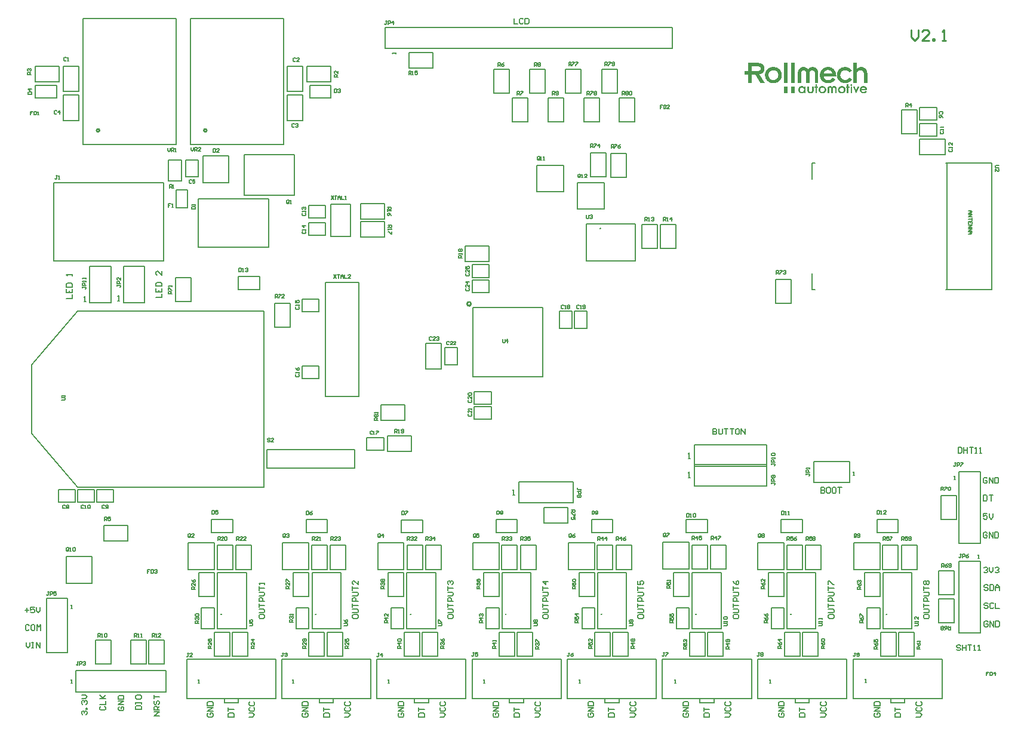
<source format=gto>
G04*
G04 #@! TF.GenerationSoftware,Altium Limited,CircuitStudio,1.5.2 (30)*
G04*
G04 Layer_Color=65535*
%FSLAX25Y25*%
%MOIN*%
G70*
G01*
G75*
%ADD38C,0.01000*%
%ADD47C,0.00787*%
%ADD48C,0.00591*%
G36*
X473415Y354107D02*
Y354066D01*
X473374D01*
Y354025D01*
Y353984D01*
Y353943D01*
X473333D01*
Y353902D01*
Y353861D01*
X473292D01*
Y353820D01*
Y353779D01*
X473251D01*
Y353738D01*
Y353697D01*
X473210D01*
Y353657D01*
Y353616D01*
Y353575D01*
X473169D01*
Y353534D01*
Y353493D01*
X473128D01*
Y353452D01*
Y353411D01*
X473088D01*
Y353370D01*
Y353329D01*
X473047D01*
Y353288D01*
Y353247D01*
X473006D01*
Y353206D01*
Y353165D01*
Y353124D01*
X472965D01*
Y353083D01*
Y353042D01*
X472924D01*
Y353001D01*
Y352960D01*
X472883D01*
Y352920D01*
Y352879D01*
X472842D01*
Y352838D01*
Y352797D01*
Y352756D01*
X472801D01*
Y352715D01*
Y352674D01*
X472760D01*
Y352633D01*
Y352592D01*
X472719D01*
Y352551D01*
Y352510D01*
X472678D01*
Y352469D01*
Y352428D01*
X472637D01*
Y352387D01*
Y352346D01*
Y352305D01*
X472596D01*
Y352264D01*
Y352223D01*
X472555D01*
Y352183D01*
Y352142D01*
X472514D01*
Y352101D01*
Y352060D01*
X472473D01*
Y352019D01*
Y351978D01*
X472432D01*
Y351937D01*
Y351896D01*
Y351855D01*
X472391D01*
Y351814D01*
Y351773D01*
X472351D01*
Y351732D01*
Y351691D01*
X472309D01*
Y351650D01*
Y351609D01*
X472269D01*
Y351568D01*
Y351527D01*
Y351486D01*
X472228D01*
Y351446D01*
Y351405D01*
X472187D01*
Y351364D01*
Y351323D01*
X472146D01*
Y351282D01*
Y351241D01*
X472105D01*
Y351200D01*
Y351159D01*
X472064D01*
Y351118D01*
Y351077D01*
Y351036D01*
X472023D01*
Y350995D01*
Y350954D01*
X471982D01*
Y350913D01*
Y350872D01*
X471941D01*
Y350831D01*
Y350790D01*
X471900D01*
Y350749D01*
Y350709D01*
Y350668D01*
X471859D01*
Y350627D01*
Y350586D01*
X471818D01*
Y350545D01*
Y350504D01*
X471777D01*
Y350463D01*
Y350422D01*
X471736D01*
Y350381D01*
Y350340D01*
X471695D01*
Y350299D01*
Y350258D01*
Y350217D01*
X471654D01*
Y350176D01*
X471614D01*
Y350217D01*
Y350258D01*
X471572D01*
Y350299D01*
Y350340D01*
X471531D01*
Y350381D01*
Y350422D01*
X471491D01*
Y350463D01*
Y350504D01*
X471450D01*
Y350545D01*
Y350586D01*
Y350627D01*
X471409D01*
Y350668D01*
Y350709D01*
X471368D01*
Y350749D01*
Y350790D01*
X471327D01*
Y350831D01*
Y350872D01*
X471286D01*
Y350913D01*
Y350954D01*
Y350995D01*
X471245D01*
Y351036D01*
Y351077D01*
X471204D01*
Y351118D01*
Y351159D01*
X471163D01*
Y351200D01*
Y351241D01*
X471122D01*
Y351282D01*
Y351323D01*
X471081D01*
Y351364D01*
Y351405D01*
Y351446D01*
X471040D01*
Y351486D01*
Y351527D01*
X470999D01*
Y351568D01*
Y351609D01*
X470958D01*
Y351650D01*
Y351691D01*
X470917D01*
Y351732D01*
Y351773D01*
X470876D01*
Y351814D01*
Y351855D01*
Y351896D01*
X470835D01*
Y351937D01*
Y351978D01*
X470794D01*
Y352019D01*
Y352060D01*
X470754D01*
Y352101D01*
Y352142D01*
X470713D01*
Y352183D01*
Y352223D01*
Y352264D01*
X470672D01*
Y352305D01*
Y352346D01*
X470631D01*
Y352387D01*
Y352428D01*
X470590D01*
Y352469D01*
Y352510D01*
X470549D01*
Y352551D01*
Y352592D01*
X470508D01*
Y352633D01*
Y352674D01*
Y352715D01*
X470467D01*
Y352756D01*
Y352797D01*
X470426D01*
Y352838D01*
Y352879D01*
X470385D01*
Y352920D01*
Y352960D01*
X470344D01*
Y353001D01*
Y353042D01*
Y353083D01*
X470303D01*
Y353124D01*
Y353165D01*
X470262D01*
Y353206D01*
Y353247D01*
X470221D01*
Y353288D01*
Y353329D01*
X470180D01*
Y353370D01*
Y353411D01*
X470139D01*
Y353452D01*
Y353493D01*
Y353534D01*
X470098D01*
Y353575D01*
Y353616D01*
X470057D01*
Y353657D01*
Y353697D01*
X470017D01*
Y353738D01*
Y353779D01*
X469976D01*
Y353820D01*
Y353861D01*
Y353902D01*
X469935D01*
Y353943D01*
Y353984D01*
X469894D01*
Y354025D01*
Y354066D01*
X469853D01*
Y354107D01*
Y354148D01*
X470835D01*
Y354107D01*
Y354066D01*
Y354025D01*
X470876D01*
Y353984D01*
Y353943D01*
Y353902D01*
X470917D01*
Y353861D01*
Y353820D01*
X470958D01*
Y353779D01*
Y353738D01*
Y353697D01*
X470999D01*
Y353657D01*
Y353616D01*
X471040D01*
Y353575D01*
Y353534D01*
Y353493D01*
X471081D01*
Y353452D01*
Y353411D01*
X471122D01*
Y353370D01*
Y353329D01*
Y353288D01*
X471163D01*
Y353247D01*
Y353206D01*
Y353165D01*
X471204D01*
Y353124D01*
Y353083D01*
X471245D01*
Y353042D01*
Y353001D01*
Y352960D01*
X471286D01*
Y352920D01*
Y352879D01*
X471327D01*
Y352838D01*
Y352797D01*
Y352756D01*
X471368D01*
Y352715D01*
Y352674D01*
Y352633D01*
X471409D01*
Y352592D01*
Y352551D01*
X471450D01*
Y352510D01*
Y352469D01*
Y352428D01*
X471491D01*
Y352387D01*
Y352346D01*
X471531D01*
Y352305D01*
Y352264D01*
Y352223D01*
X471572D01*
Y352183D01*
Y352142D01*
Y352101D01*
X471614D01*
Y352060D01*
Y352019D01*
X471654D01*
Y352060D01*
Y352101D01*
Y352142D01*
X471695D01*
Y352183D01*
Y352223D01*
X471736D01*
Y352264D01*
Y352305D01*
Y352346D01*
X471777D01*
Y352387D01*
Y352428D01*
Y352469D01*
X471818D01*
Y352510D01*
Y352551D01*
X471859D01*
Y352592D01*
Y352633D01*
Y352674D01*
X471900D01*
Y352715D01*
Y352756D01*
X471941D01*
Y352797D01*
Y352838D01*
Y352879D01*
X471982D01*
Y352920D01*
Y352960D01*
X472023D01*
Y353001D01*
Y353042D01*
Y353083D01*
X472064D01*
Y353124D01*
Y353165D01*
X472105D01*
Y353206D01*
Y353247D01*
Y353288D01*
X472146D01*
Y353329D01*
Y353370D01*
X472187D01*
Y353411D01*
Y353452D01*
Y353493D01*
X472228D01*
Y353534D01*
Y353575D01*
Y353616D01*
X472269D01*
Y353657D01*
Y353697D01*
X472309D01*
Y353738D01*
Y353779D01*
Y353820D01*
X472351D01*
Y353861D01*
Y353902D01*
X472391D01*
Y353943D01*
Y353984D01*
Y354025D01*
X472432D01*
Y354066D01*
Y354107D01*
X472473D01*
Y354148D01*
X473415D01*
Y354107D01*
D02*
G37*
G36*
X447906D02*
Y354066D01*
Y354025D01*
Y353984D01*
Y353943D01*
Y353902D01*
Y353861D01*
Y353820D01*
Y353779D01*
Y353738D01*
Y353697D01*
Y353657D01*
Y353616D01*
Y353575D01*
Y353534D01*
Y353493D01*
Y353452D01*
Y353411D01*
Y353370D01*
Y353329D01*
Y353288D01*
Y353247D01*
Y353206D01*
Y353165D01*
Y353124D01*
Y353083D01*
Y353042D01*
Y353001D01*
Y352960D01*
Y352920D01*
Y352879D01*
Y352838D01*
Y352797D01*
Y352756D01*
Y352715D01*
Y352674D01*
Y352633D01*
Y352592D01*
Y352551D01*
Y352510D01*
Y352469D01*
Y352428D01*
Y352387D01*
Y352346D01*
Y352305D01*
Y352264D01*
Y352223D01*
Y352183D01*
Y352142D01*
Y352101D01*
Y352060D01*
Y352019D01*
Y351978D01*
Y351937D01*
Y351896D01*
Y351855D01*
Y351814D01*
Y351773D01*
Y351732D01*
X447865D01*
Y351691D01*
Y351650D01*
Y351609D01*
Y351568D01*
Y351527D01*
Y351486D01*
Y351446D01*
X447824D01*
Y351405D01*
Y351364D01*
Y351323D01*
X447783D01*
Y351282D01*
Y351241D01*
Y351200D01*
X447742D01*
Y351159D01*
Y351118D01*
X447701D01*
Y351077D01*
Y351036D01*
X447660D01*
Y350995D01*
Y350954D01*
X447619D01*
Y350913D01*
X447578D01*
Y350872D01*
X447537D01*
Y350831D01*
Y350790D01*
X447496D01*
Y350749D01*
X447455D01*
Y350709D01*
X447414D01*
Y350668D01*
X447373D01*
Y350627D01*
X447332D01*
Y350586D01*
X447251D01*
Y350545D01*
X447210D01*
Y350504D01*
X447169D01*
Y350463D01*
X447087D01*
Y350422D01*
X447005D01*
Y350381D01*
X446923D01*
Y350340D01*
X446841D01*
Y350299D01*
X446718D01*
Y350258D01*
X446555D01*
Y350217D01*
X446227D01*
Y350176D01*
X446022D01*
Y350217D01*
X445695D01*
Y350258D01*
X445531D01*
Y350299D01*
X445408D01*
Y350340D01*
X445326D01*
Y350381D01*
X445244D01*
Y350422D01*
X445162D01*
Y350463D01*
X445121D01*
Y350504D01*
X445040D01*
Y350545D01*
X444999D01*
Y350586D01*
X444958D01*
Y350627D01*
X444917D01*
Y350668D01*
X444876D01*
Y350709D01*
X444835D01*
Y350749D01*
X444794D01*
Y350790D01*
X444753D01*
Y350831D01*
X444712D01*
Y350872D01*
X444671D01*
Y350913D01*
X444630D01*
Y350954D01*
Y350995D01*
X444589D01*
Y351036D01*
Y351077D01*
X444548D01*
Y351118D01*
Y351159D01*
X444507D01*
Y351200D01*
Y351241D01*
X444466D01*
Y351282D01*
Y351323D01*
Y351364D01*
X444425D01*
Y351405D01*
Y351446D01*
Y351486D01*
Y351527D01*
X444384D01*
Y351568D01*
Y351609D01*
Y351650D01*
Y351691D01*
Y351732D01*
Y351773D01*
Y351814D01*
Y351855D01*
Y351896D01*
Y351937D01*
Y351978D01*
Y352019D01*
Y352060D01*
Y352101D01*
Y352142D01*
Y352183D01*
Y352223D01*
Y352264D01*
Y352305D01*
Y352346D01*
Y352387D01*
Y352428D01*
Y352469D01*
Y352510D01*
Y352551D01*
Y352592D01*
Y352633D01*
Y352674D01*
Y352715D01*
Y352756D01*
Y352797D01*
Y352838D01*
Y352879D01*
Y352920D01*
Y352960D01*
Y353001D01*
Y353042D01*
Y353083D01*
Y353124D01*
Y353165D01*
Y353206D01*
Y353247D01*
Y353288D01*
Y353329D01*
Y353370D01*
Y353411D01*
Y353452D01*
Y353493D01*
Y353534D01*
Y353575D01*
Y353616D01*
Y353657D01*
Y353697D01*
Y353738D01*
Y353779D01*
Y353820D01*
Y353861D01*
Y353902D01*
Y353943D01*
Y353984D01*
Y354025D01*
Y354066D01*
Y354107D01*
Y354148D01*
X445244D01*
Y354107D01*
Y354066D01*
Y354025D01*
Y353984D01*
Y353943D01*
Y353902D01*
Y353861D01*
Y353820D01*
Y353779D01*
Y353738D01*
Y353697D01*
Y353657D01*
Y353616D01*
Y353575D01*
Y353534D01*
Y353493D01*
Y353452D01*
Y353411D01*
Y353370D01*
Y353329D01*
Y353288D01*
Y353247D01*
Y353206D01*
Y353165D01*
Y353124D01*
Y353083D01*
Y353042D01*
Y353001D01*
Y352960D01*
Y352920D01*
Y352879D01*
Y352838D01*
Y352797D01*
Y352756D01*
Y352715D01*
Y352674D01*
Y352633D01*
Y352592D01*
Y352551D01*
Y352510D01*
Y352469D01*
Y352428D01*
Y352387D01*
Y352346D01*
Y352305D01*
Y352264D01*
Y352223D01*
Y352183D01*
Y352142D01*
Y352101D01*
Y352060D01*
Y352019D01*
Y351978D01*
Y351937D01*
Y351896D01*
Y351855D01*
Y351814D01*
Y351773D01*
Y351732D01*
X445285D01*
Y351691D01*
Y351650D01*
Y351609D01*
X445326D01*
Y351568D01*
Y351527D01*
X445367D01*
Y351486D01*
Y351446D01*
X445408D01*
Y351405D01*
X445449D01*
Y351364D01*
X445490D01*
Y351323D01*
X445531D01*
Y351282D01*
X445572D01*
Y351241D01*
X445613D01*
Y351200D01*
X445695D01*
Y351159D01*
X445777D01*
Y351118D01*
X445858D01*
Y351077D01*
X446391D01*
Y351118D01*
X446514D01*
Y351159D01*
X446595D01*
Y351200D01*
X446636D01*
Y351241D01*
X446677D01*
Y351282D01*
X446759D01*
Y351323D01*
X446800D01*
Y351364D01*
Y351405D01*
X446841D01*
Y351446D01*
X446882D01*
Y351486D01*
X446923D01*
Y351527D01*
Y351568D01*
X446964D01*
Y351609D01*
Y351650D01*
Y351691D01*
X447005D01*
Y351732D01*
Y351773D01*
Y351814D01*
Y351855D01*
Y351896D01*
X447046D01*
Y351937D01*
Y351978D01*
Y352019D01*
Y352060D01*
Y352101D01*
Y352142D01*
Y352183D01*
Y352223D01*
Y352264D01*
Y352305D01*
Y352346D01*
Y352387D01*
Y352428D01*
Y352469D01*
Y352510D01*
Y352551D01*
Y352592D01*
Y352633D01*
Y352674D01*
Y352715D01*
Y352756D01*
Y352797D01*
Y352838D01*
Y352879D01*
Y352920D01*
Y352960D01*
Y353001D01*
Y353042D01*
Y353083D01*
Y353124D01*
Y353165D01*
Y353206D01*
Y353247D01*
Y353288D01*
Y353329D01*
Y353370D01*
Y353411D01*
Y353452D01*
Y353493D01*
Y353534D01*
Y353575D01*
Y353616D01*
Y353657D01*
Y353697D01*
Y353738D01*
Y353779D01*
Y353820D01*
Y353861D01*
Y353902D01*
Y353943D01*
Y353984D01*
Y354025D01*
Y354066D01*
Y354107D01*
Y354148D01*
X447906D01*
Y354107D01*
D02*
G37*
G36*
X433288Y353984D02*
Y353943D01*
Y353902D01*
Y353861D01*
Y353820D01*
Y353779D01*
Y353738D01*
Y353697D01*
Y353657D01*
Y353616D01*
Y353575D01*
Y353534D01*
Y353493D01*
Y353452D01*
Y353411D01*
Y353370D01*
Y353329D01*
Y353288D01*
Y353247D01*
Y353206D01*
Y353165D01*
Y353124D01*
Y353083D01*
Y353042D01*
Y353001D01*
Y352960D01*
Y352920D01*
Y352879D01*
Y352838D01*
Y352797D01*
Y352756D01*
Y352715D01*
Y352674D01*
Y352633D01*
Y352592D01*
Y352551D01*
Y352510D01*
Y352469D01*
Y352428D01*
Y352387D01*
Y352346D01*
Y352305D01*
Y352264D01*
Y352223D01*
Y352183D01*
Y352142D01*
Y352101D01*
Y352060D01*
Y352019D01*
Y351978D01*
Y351937D01*
Y351896D01*
Y351855D01*
Y351814D01*
Y351773D01*
Y351732D01*
Y351691D01*
Y351650D01*
Y351609D01*
Y351568D01*
Y351527D01*
Y351486D01*
Y351446D01*
Y351405D01*
Y351364D01*
Y351323D01*
Y351282D01*
Y351241D01*
Y351200D01*
Y351159D01*
Y351118D01*
Y351077D01*
Y351036D01*
Y350995D01*
Y350954D01*
Y350913D01*
Y350872D01*
Y350831D01*
Y350790D01*
Y350749D01*
Y350709D01*
Y350668D01*
Y350627D01*
Y350586D01*
Y350545D01*
Y350504D01*
Y350463D01*
Y350422D01*
Y350381D01*
Y350340D01*
Y350299D01*
X431241D01*
Y350340D01*
Y350381D01*
Y350422D01*
Y350463D01*
Y350504D01*
Y350545D01*
Y350586D01*
Y350627D01*
Y350668D01*
Y350709D01*
Y350749D01*
Y350790D01*
Y350831D01*
Y350872D01*
Y350913D01*
Y350954D01*
Y350995D01*
Y351036D01*
Y351077D01*
Y351118D01*
Y351159D01*
Y351200D01*
Y351241D01*
Y351282D01*
Y351323D01*
Y351364D01*
Y351405D01*
Y351446D01*
Y351486D01*
Y351527D01*
Y351568D01*
Y351609D01*
Y351650D01*
Y351691D01*
Y351732D01*
Y351773D01*
Y351814D01*
Y351855D01*
Y351896D01*
Y351937D01*
Y351978D01*
Y352019D01*
Y352060D01*
Y352101D01*
Y352142D01*
Y352183D01*
Y352223D01*
Y352264D01*
Y352305D01*
Y352346D01*
Y352387D01*
Y352428D01*
Y352469D01*
Y352510D01*
Y352551D01*
Y352592D01*
Y352633D01*
Y352674D01*
Y352715D01*
Y352756D01*
Y352797D01*
Y352838D01*
Y352879D01*
Y352920D01*
Y352960D01*
Y353001D01*
Y353042D01*
Y353083D01*
Y353124D01*
Y353165D01*
Y353206D01*
Y353247D01*
Y353288D01*
Y353329D01*
Y353370D01*
Y353411D01*
Y353452D01*
Y353493D01*
Y353534D01*
Y353575D01*
Y353616D01*
Y353657D01*
Y353697D01*
Y353738D01*
Y353779D01*
Y353820D01*
Y353861D01*
Y353902D01*
Y353943D01*
Y353984D01*
Y354025D01*
X433288D01*
Y353984D01*
D02*
G37*
G36*
X469157Y355335D02*
X469239D01*
Y355294D01*
X469279D01*
Y355254D01*
X469320D01*
Y355212D01*
X469361D01*
Y355172D01*
Y355131D01*
X469402D01*
Y355090D01*
Y355049D01*
Y355008D01*
Y354967D01*
Y354926D01*
Y354885D01*
Y354844D01*
Y354803D01*
Y354762D01*
Y354721D01*
X469361D01*
Y354680D01*
Y354639D01*
X469320D01*
Y354598D01*
X469279D01*
Y354557D01*
X469239D01*
Y354516D01*
X469198D01*
Y354475D01*
X469075D01*
Y354434D01*
X468788D01*
Y354475D01*
X468706D01*
Y354516D01*
X468624D01*
Y354557D01*
X468583D01*
Y354598D01*
X468542D01*
Y354639D01*
Y354680D01*
X468502D01*
Y354721D01*
Y354762D01*
X468461D01*
Y354803D01*
Y354844D01*
Y354885D01*
Y354926D01*
Y354967D01*
Y355008D01*
Y355049D01*
Y355090D01*
X468502D01*
Y355131D01*
Y355172D01*
X468542D01*
Y355212D01*
X468583D01*
Y355254D01*
X468624D01*
Y355294D01*
X468665D01*
Y355335D01*
X468747D01*
Y355376D01*
X469157D01*
Y355335D01*
D02*
G37*
G36*
X459534Y354230D02*
X459739D01*
Y354189D01*
X459862D01*
Y354148D01*
X459985D01*
Y354107D01*
X460067D01*
Y354066D01*
X460108D01*
Y354025D01*
X460189D01*
Y353984D01*
X460230D01*
Y353943D01*
X460271D01*
Y353902D01*
X460312D01*
Y353861D01*
X460353D01*
Y353820D01*
X460394D01*
Y353779D01*
X460435D01*
Y353738D01*
X460476D01*
Y353697D01*
Y353657D01*
X460517D01*
Y353616D01*
X460558D01*
Y353575D01*
Y353534D01*
X460599D01*
Y353493D01*
Y353452D01*
X460640D01*
Y353411D01*
Y353370D01*
X460681D01*
Y353329D01*
Y353288D01*
Y353247D01*
Y353206D01*
X460722D01*
Y353165D01*
Y353124D01*
Y353083D01*
Y353042D01*
X460763D01*
Y353001D01*
Y352960D01*
Y352920D01*
Y352879D01*
Y352838D01*
Y352797D01*
Y352756D01*
Y352715D01*
Y352674D01*
Y352633D01*
Y352592D01*
Y352551D01*
Y352510D01*
Y352469D01*
Y352428D01*
Y352387D01*
Y352346D01*
Y352305D01*
Y352264D01*
Y352223D01*
Y352183D01*
Y352142D01*
Y352101D01*
Y352060D01*
Y352019D01*
Y351978D01*
Y351937D01*
Y351896D01*
Y351855D01*
Y351814D01*
Y351773D01*
Y351732D01*
Y351691D01*
Y351650D01*
Y351609D01*
Y351568D01*
Y351527D01*
Y351486D01*
Y351446D01*
Y351405D01*
Y351364D01*
Y351323D01*
Y351282D01*
Y351241D01*
Y351200D01*
Y351159D01*
Y351118D01*
Y351077D01*
Y351036D01*
Y350995D01*
Y350954D01*
Y350913D01*
Y350872D01*
Y350831D01*
Y350790D01*
Y350749D01*
Y350709D01*
Y350668D01*
Y350627D01*
Y350586D01*
Y350545D01*
Y350504D01*
Y350463D01*
Y350422D01*
Y350381D01*
Y350340D01*
Y350299D01*
X459903D01*
Y350340D01*
Y350381D01*
Y350422D01*
Y350463D01*
Y350504D01*
Y350545D01*
Y350586D01*
Y350627D01*
Y350668D01*
Y350709D01*
Y350749D01*
Y350790D01*
Y350831D01*
Y350872D01*
Y350913D01*
Y350954D01*
Y350995D01*
Y351036D01*
Y351077D01*
Y351118D01*
Y351159D01*
Y351200D01*
Y351241D01*
Y351282D01*
Y351323D01*
Y351364D01*
Y351405D01*
Y351446D01*
Y351486D01*
Y351527D01*
Y351568D01*
Y351609D01*
Y351650D01*
Y351691D01*
Y351732D01*
Y351773D01*
Y351814D01*
Y351855D01*
Y351896D01*
Y351937D01*
Y351978D01*
Y352019D01*
Y352060D01*
Y352101D01*
Y352142D01*
Y352183D01*
Y352223D01*
Y352264D01*
Y352305D01*
Y352346D01*
Y352387D01*
Y352428D01*
Y352469D01*
Y352510D01*
Y352551D01*
Y352592D01*
Y352633D01*
Y352674D01*
Y352715D01*
Y352756D01*
Y352797D01*
Y352838D01*
Y352879D01*
X459862D01*
Y352920D01*
Y352960D01*
Y353001D01*
X459821D01*
Y353042D01*
Y353083D01*
X459780D01*
Y353124D01*
Y353165D01*
X459739D01*
Y353206D01*
X459698D01*
Y353247D01*
X459657D01*
Y353288D01*
X459575D01*
Y353329D01*
X459534D01*
Y353370D01*
X459371D01*
Y353411D01*
X459166D01*
Y353370D01*
X459002D01*
Y353329D01*
X458920D01*
Y353288D01*
X458879D01*
Y353247D01*
X458838D01*
Y353206D01*
X458797D01*
Y353165D01*
X458756D01*
Y353124D01*
Y353083D01*
X458715D01*
Y353042D01*
Y353001D01*
X458674D01*
Y352960D01*
Y352920D01*
Y352879D01*
X458634D01*
Y352838D01*
Y352797D01*
Y352756D01*
Y352715D01*
Y352674D01*
Y352633D01*
Y352592D01*
Y352551D01*
Y352510D01*
Y352469D01*
Y352428D01*
Y352387D01*
Y352346D01*
Y352305D01*
Y352264D01*
Y352223D01*
Y352183D01*
Y352142D01*
Y352101D01*
Y352060D01*
Y352019D01*
Y351978D01*
Y351937D01*
Y351896D01*
Y351855D01*
Y351814D01*
Y351773D01*
Y351732D01*
Y351691D01*
Y351650D01*
Y351609D01*
Y351568D01*
Y351527D01*
Y351486D01*
Y351446D01*
Y351405D01*
Y351364D01*
Y351323D01*
Y351282D01*
Y351241D01*
Y351200D01*
Y351159D01*
Y351118D01*
Y351077D01*
Y351036D01*
Y350995D01*
Y350954D01*
Y350913D01*
Y350872D01*
Y350831D01*
Y350790D01*
Y350749D01*
Y350709D01*
Y350668D01*
Y350627D01*
Y350586D01*
Y350545D01*
Y350504D01*
Y350463D01*
Y350422D01*
Y350381D01*
Y350340D01*
Y350299D01*
X457774D01*
Y350340D01*
Y350381D01*
Y350422D01*
Y350463D01*
Y350504D01*
Y350545D01*
Y350586D01*
Y350627D01*
Y350668D01*
Y350709D01*
Y350749D01*
Y350790D01*
Y350831D01*
Y350872D01*
Y350913D01*
Y350954D01*
Y350995D01*
Y351036D01*
Y351077D01*
Y351118D01*
Y351159D01*
Y351200D01*
Y351241D01*
Y351282D01*
Y351323D01*
Y351364D01*
Y351405D01*
Y351446D01*
Y351486D01*
Y351527D01*
Y351568D01*
Y351609D01*
Y351650D01*
Y351691D01*
Y351732D01*
Y351773D01*
Y351814D01*
Y351855D01*
Y351896D01*
Y351937D01*
Y351978D01*
Y352019D01*
Y352060D01*
Y352101D01*
Y352142D01*
Y352183D01*
Y352223D01*
Y352264D01*
Y352305D01*
Y352346D01*
Y352387D01*
Y352428D01*
Y352469D01*
Y352510D01*
Y352551D01*
Y352592D01*
Y352633D01*
Y352674D01*
Y352715D01*
Y352756D01*
X457733D01*
Y352797D01*
Y352838D01*
Y352879D01*
Y352920D01*
Y352960D01*
X457692D01*
Y353001D01*
Y353042D01*
Y353083D01*
X457651D01*
Y353124D01*
X457610D01*
Y353165D01*
Y353206D01*
X457569D01*
Y353247D01*
X457528D01*
Y353288D01*
X457446D01*
Y353329D01*
X457364D01*
Y353370D01*
X457200D01*
Y353411D01*
X456996D01*
Y353370D01*
X456873D01*
Y353329D01*
X456791D01*
Y353288D01*
X456750D01*
Y353247D01*
X456709D01*
Y353206D01*
X456668D01*
Y353165D01*
X456627D01*
Y353124D01*
X456586D01*
Y353083D01*
Y353042D01*
X456545D01*
Y353001D01*
Y352960D01*
X456504D01*
Y352920D01*
Y352879D01*
Y352838D01*
Y352797D01*
Y352756D01*
Y352715D01*
Y352674D01*
Y352633D01*
Y352592D01*
Y352551D01*
Y352510D01*
Y352469D01*
Y352428D01*
Y352387D01*
Y352346D01*
Y352305D01*
Y352264D01*
Y352223D01*
Y352183D01*
Y352142D01*
Y352101D01*
Y352060D01*
Y352019D01*
Y351978D01*
Y351937D01*
Y351896D01*
Y351855D01*
Y351814D01*
Y351773D01*
Y351732D01*
Y351691D01*
Y351650D01*
Y351609D01*
Y351568D01*
Y351527D01*
Y351486D01*
Y351446D01*
Y351405D01*
Y351364D01*
Y351323D01*
Y351282D01*
Y351241D01*
Y351200D01*
Y351159D01*
Y351118D01*
Y351077D01*
Y351036D01*
Y350995D01*
Y350954D01*
Y350913D01*
Y350872D01*
Y350831D01*
Y350790D01*
Y350749D01*
Y350709D01*
Y350668D01*
Y350627D01*
Y350586D01*
Y350545D01*
Y350504D01*
Y350463D01*
Y350422D01*
Y350381D01*
Y350340D01*
Y350299D01*
X455645D01*
Y350340D01*
Y350381D01*
Y350422D01*
Y350463D01*
Y350504D01*
Y350545D01*
Y350586D01*
Y350627D01*
Y350668D01*
Y350709D01*
Y350749D01*
Y350790D01*
Y350831D01*
Y350872D01*
Y350913D01*
Y350954D01*
Y350995D01*
Y351036D01*
Y351077D01*
Y351118D01*
Y351159D01*
Y351200D01*
Y351241D01*
Y351282D01*
Y351323D01*
Y351364D01*
Y351405D01*
Y351446D01*
Y351486D01*
Y351527D01*
Y351568D01*
Y351609D01*
Y351650D01*
Y351691D01*
Y351732D01*
Y351773D01*
Y351814D01*
Y351855D01*
Y351896D01*
Y351937D01*
Y351978D01*
Y352019D01*
Y352060D01*
Y352101D01*
Y352142D01*
Y352183D01*
Y352223D01*
Y352264D01*
Y352305D01*
Y352346D01*
Y352387D01*
Y352428D01*
Y352469D01*
Y352510D01*
Y352551D01*
Y352592D01*
Y352633D01*
Y352674D01*
Y352715D01*
Y352756D01*
Y352797D01*
Y352838D01*
Y352879D01*
Y352920D01*
Y352960D01*
Y353001D01*
Y353042D01*
Y353083D01*
Y353124D01*
X455686D01*
Y353165D01*
Y353206D01*
Y353247D01*
Y353288D01*
X455726D01*
Y353329D01*
Y353370D01*
Y353411D01*
X455767D01*
Y353452D01*
Y353493D01*
X455808D01*
Y353534D01*
Y353575D01*
X455849D01*
Y353616D01*
Y353657D01*
X455890D01*
Y353697D01*
X455931D01*
Y353738D01*
X455972D01*
Y353779D01*
Y353820D01*
X456013D01*
Y353861D01*
X456054D01*
Y353902D01*
X456095D01*
Y353943D01*
X456177D01*
Y353984D01*
X456218D01*
Y354025D01*
X456259D01*
Y354066D01*
X456341D01*
Y354107D01*
X456423D01*
Y354148D01*
X456504D01*
Y354189D01*
X456627D01*
Y354230D01*
X456832D01*
Y354271D01*
X457241D01*
Y354230D01*
X457487D01*
Y354189D01*
X457610D01*
Y354148D01*
X457692D01*
Y354107D01*
X457774D01*
Y354066D01*
X457815D01*
Y354025D01*
X457897D01*
Y353984D01*
X457937D01*
Y353943D01*
X457978D01*
Y353902D01*
X458019D01*
Y353861D01*
X458060D01*
Y353820D01*
X458101D01*
Y353779D01*
Y353738D01*
X458142D01*
Y353697D01*
X458183D01*
Y353657D01*
X458224D01*
Y353697D01*
Y353738D01*
X458265D01*
Y353779D01*
X458306D01*
Y353820D01*
X458347D01*
Y353861D01*
Y353902D01*
X458388D01*
Y353943D01*
X458470D01*
Y353984D01*
X458511D01*
Y354025D01*
X458552D01*
Y354066D01*
X458634D01*
Y354107D01*
X458715D01*
Y354148D01*
X458797D01*
Y354189D01*
X458920D01*
Y354230D01*
X459125D01*
Y354271D01*
X459534D01*
Y354230D01*
D02*
G37*
G36*
X469361Y354107D02*
Y354066D01*
Y354025D01*
Y353984D01*
Y353943D01*
Y353902D01*
Y353861D01*
Y353820D01*
Y353779D01*
Y353738D01*
Y353697D01*
Y353657D01*
Y353616D01*
Y353575D01*
Y353534D01*
Y353493D01*
Y353452D01*
Y353411D01*
Y353370D01*
Y353329D01*
Y353288D01*
Y353247D01*
Y353206D01*
Y353165D01*
Y353124D01*
Y353083D01*
Y353042D01*
Y353001D01*
Y352960D01*
Y352920D01*
Y352879D01*
Y352838D01*
Y352797D01*
Y352756D01*
Y352715D01*
Y352674D01*
Y352633D01*
Y352592D01*
Y352551D01*
Y352510D01*
Y352469D01*
Y352428D01*
Y352387D01*
Y352346D01*
Y352305D01*
Y352264D01*
Y352223D01*
Y352183D01*
Y352142D01*
Y352101D01*
Y352060D01*
Y352019D01*
Y351978D01*
Y351937D01*
Y351896D01*
Y351855D01*
Y351814D01*
Y351773D01*
Y351732D01*
Y351691D01*
Y351650D01*
Y351609D01*
Y351568D01*
Y351527D01*
Y351486D01*
Y351446D01*
Y351405D01*
Y351364D01*
Y351323D01*
Y351282D01*
Y351241D01*
Y351200D01*
Y351159D01*
Y351118D01*
Y351077D01*
Y351036D01*
Y350995D01*
Y350954D01*
Y350913D01*
Y350872D01*
Y350831D01*
Y350790D01*
Y350749D01*
Y350709D01*
Y350668D01*
Y350627D01*
Y350586D01*
Y350545D01*
Y350504D01*
Y350463D01*
Y350422D01*
Y350381D01*
Y350340D01*
Y350299D01*
X468502D01*
Y350340D01*
Y350381D01*
Y350422D01*
Y350463D01*
Y350504D01*
Y350545D01*
Y350586D01*
Y350627D01*
Y350668D01*
Y350709D01*
Y350749D01*
Y350790D01*
Y350831D01*
Y350872D01*
Y350913D01*
Y350954D01*
Y350995D01*
Y351036D01*
Y351077D01*
Y351118D01*
Y351159D01*
Y351200D01*
Y351241D01*
Y351282D01*
Y351323D01*
Y351364D01*
Y351405D01*
Y351446D01*
Y351486D01*
Y351527D01*
Y351568D01*
Y351609D01*
Y351650D01*
Y351691D01*
Y351732D01*
Y351773D01*
Y351814D01*
Y351855D01*
Y351896D01*
Y351937D01*
Y351978D01*
Y352019D01*
Y352060D01*
Y352101D01*
Y352142D01*
Y352183D01*
Y352223D01*
Y352264D01*
Y352305D01*
Y352346D01*
Y352387D01*
Y352428D01*
Y352469D01*
Y352510D01*
Y352551D01*
Y352592D01*
Y352633D01*
Y352674D01*
Y352715D01*
Y352756D01*
Y352797D01*
Y352838D01*
Y352879D01*
Y352920D01*
Y352960D01*
Y353001D01*
Y353042D01*
Y353083D01*
Y353124D01*
Y353165D01*
Y353206D01*
Y353247D01*
Y353288D01*
Y353329D01*
Y353370D01*
Y353411D01*
Y353452D01*
Y353493D01*
Y353534D01*
Y353575D01*
Y353616D01*
Y353657D01*
Y353697D01*
Y353738D01*
Y353779D01*
Y353820D01*
Y353861D01*
Y353902D01*
Y353943D01*
Y353984D01*
Y354025D01*
Y354066D01*
Y354107D01*
Y354148D01*
X469361D01*
Y354107D01*
D02*
G37*
G36*
X467355Y355335D02*
Y355294D01*
Y355254D01*
Y355212D01*
Y355172D01*
Y355131D01*
Y355090D01*
Y355049D01*
Y355008D01*
Y354967D01*
Y354926D01*
Y354885D01*
Y354844D01*
Y354803D01*
Y354762D01*
Y354721D01*
Y354680D01*
Y354639D01*
Y354598D01*
Y354557D01*
Y354516D01*
Y354475D01*
Y354434D01*
Y354394D01*
Y354353D01*
Y354312D01*
Y354271D01*
Y354230D01*
Y354189D01*
Y354148D01*
X467928D01*
Y354107D01*
Y354066D01*
Y354025D01*
Y353984D01*
Y353943D01*
Y353902D01*
Y353861D01*
Y353820D01*
Y353779D01*
Y353738D01*
Y353697D01*
Y353657D01*
Y353616D01*
Y353575D01*
Y353534D01*
Y353493D01*
Y353452D01*
Y353411D01*
Y353370D01*
Y353329D01*
X467355D01*
Y353288D01*
Y353247D01*
Y353206D01*
Y353165D01*
Y353124D01*
Y353083D01*
Y353042D01*
Y353001D01*
Y352960D01*
Y352920D01*
Y352879D01*
Y352838D01*
Y352797D01*
Y352756D01*
Y352715D01*
Y352674D01*
Y352633D01*
Y352592D01*
Y352551D01*
Y352510D01*
Y352469D01*
Y352428D01*
Y352387D01*
Y352346D01*
Y352305D01*
Y352264D01*
Y352223D01*
Y352183D01*
Y352142D01*
Y352101D01*
Y352060D01*
Y352019D01*
Y351978D01*
Y351937D01*
Y351896D01*
Y351855D01*
Y351814D01*
Y351773D01*
Y351732D01*
Y351691D01*
Y351650D01*
Y351609D01*
Y351568D01*
Y351527D01*
Y351486D01*
Y351446D01*
Y351405D01*
Y351364D01*
Y351323D01*
Y351282D01*
Y351241D01*
Y351200D01*
Y351159D01*
Y351118D01*
Y351077D01*
Y351036D01*
Y350995D01*
Y350954D01*
Y350913D01*
Y350872D01*
Y350831D01*
Y350790D01*
Y350749D01*
Y350709D01*
Y350668D01*
Y350627D01*
Y350586D01*
Y350545D01*
Y350504D01*
Y350463D01*
Y350422D01*
Y350381D01*
Y350340D01*
Y350299D01*
X466495D01*
Y350340D01*
Y350381D01*
Y350422D01*
Y350463D01*
Y350504D01*
Y350545D01*
Y350586D01*
Y350627D01*
Y350668D01*
Y350709D01*
Y350749D01*
Y350790D01*
Y350831D01*
Y350872D01*
Y350913D01*
Y350954D01*
Y350995D01*
Y351036D01*
Y351077D01*
Y351118D01*
Y351159D01*
Y351200D01*
Y351241D01*
Y351282D01*
Y351323D01*
Y351364D01*
Y351405D01*
Y351446D01*
Y351486D01*
Y351527D01*
Y351568D01*
Y351609D01*
Y351650D01*
Y351691D01*
Y351732D01*
Y351773D01*
Y351814D01*
Y351855D01*
Y351896D01*
Y351937D01*
Y351978D01*
Y352019D01*
Y352060D01*
Y352101D01*
Y352142D01*
Y352183D01*
Y352223D01*
Y352264D01*
Y352305D01*
Y352346D01*
Y352387D01*
Y352428D01*
Y352469D01*
Y352510D01*
Y352551D01*
Y352592D01*
Y352633D01*
Y352674D01*
Y352715D01*
Y352756D01*
Y352797D01*
Y352838D01*
Y352879D01*
Y352920D01*
Y352960D01*
Y353001D01*
Y353042D01*
Y353083D01*
Y353124D01*
Y353165D01*
Y353206D01*
Y353247D01*
Y353288D01*
Y353329D01*
X466045D01*
Y353370D01*
Y353411D01*
Y353452D01*
Y353493D01*
Y353534D01*
Y353575D01*
Y353616D01*
Y353657D01*
Y353697D01*
Y353738D01*
Y353779D01*
Y353820D01*
Y353861D01*
Y353902D01*
Y353943D01*
Y353984D01*
Y354025D01*
Y354066D01*
Y354107D01*
Y354148D01*
X466495D01*
Y354189D01*
Y354230D01*
Y354271D01*
Y354312D01*
Y354353D01*
Y354394D01*
Y354434D01*
Y354475D01*
Y354516D01*
Y354557D01*
Y354598D01*
Y354639D01*
Y354680D01*
Y354721D01*
Y354762D01*
Y354803D01*
Y354844D01*
Y354885D01*
Y354926D01*
Y354967D01*
Y355008D01*
Y355049D01*
Y355090D01*
Y355131D01*
Y355172D01*
X466577D01*
Y355212D01*
X466700D01*
Y355254D01*
X466864D01*
Y355294D01*
X467028D01*
Y355335D01*
X467150D01*
Y355376D01*
X467355D01*
Y355335D01*
D02*
G37*
G36*
X449789D02*
Y355294D01*
Y355254D01*
Y355212D01*
Y355172D01*
Y355131D01*
Y355090D01*
Y355049D01*
Y355008D01*
Y354967D01*
Y354926D01*
Y354885D01*
Y354844D01*
Y354803D01*
Y354762D01*
Y354721D01*
Y354680D01*
Y354639D01*
Y354598D01*
Y354557D01*
Y354516D01*
Y354475D01*
Y354434D01*
Y354394D01*
Y354353D01*
Y354312D01*
Y354271D01*
Y354230D01*
Y354189D01*
Y354148D01*
X450403D01*
Y354107D01*
Y354066D01*
Y354025D01*
Y353984D01*
Y353943D01*
Y353902D01*
Y353861D01*
Y353820D01*
Y353779D01*
Y353738D01*
Y353697D01*
Y353657D01*
Y353616D01*
Y353575D01*
Y353534D01*
Y353493D01*
Y353452D01*
Y353411D01*
Y353370D01*
Y353329D01*
X449789D01*
Y353288D01*
Y353247D01*
Y353206D01*
Y353165D01*
Y353124D01*
Y353083D01*
Y353042D01*
Y353001D01*
Y352960D01*
Y352920D01*
Y352879D01*
Y352838D01*
Y352797D01*
Y352756D01*
Y352715D01*
Y352674D01*
Y352633D01*
Y352592D01*
Y352551D01*
Y352510D01*
Y352469D01*
Y352428D01*
Y352387D01*
Y352346D01*
Y352305D01*
Y352264D01*
Y352223D01*
Y352183D01*
Y352142D01*
Y352101D01*
Y352060D01*
Y352019D01*
Y351978D01*
Y351937D01*
Y351896D01*
Y351855D01*
Y351814D01*
Y351773D01*
Y351732D01*
Y351691D01*
Y351650D01*
Y351609D01*
Y351568D01*
Y351527D01*
Y351486D01*
Y351446D01*
Y351405D01*
Y351364D01*
Y351323D01*
Y351282D01*
Y351241D01*
Y351200D01*
Y351159D01*
Y351118D01*
Y351077D01*
Y351036D01*
Y350995D01*
Y350954D01*
Y350913D01*
Y350872D01*
Y350831D01*
Y350790D01*
Y350749D01*
Y350709D01*
Y350668D01*
Y350627D01*
Y350586D01*
Y350545D01*
Y350504D01*
Y350463D01*
Y350422D01*
Y350381D01*
Y350340D01*
Y350299D01*
X448929D01*
Y350340D01*
Y350381D01*
Y350422D01*
Y350463D01*
Y350504D01*
Y350545D01*
Y350586D01*
Y350627D01*
Y350668D01*
Y350709D01*
Y350749D01*
Y350790D01*
Y350831D01*
Y350872D01*
Y350913D01*
Y350954D01*
Y350995D01*
Y351036D01*
Y351077D01*
Y351118D01*
Y351159D01*
Y351200D01*
Y351241D01*
Y351282D01*
Y351323D01*
Y351364D01*
Y351405D01*
Y351446D01*
Y351486D01*
Y351527D01*
Y351568D01*
Y351609D01*
Y351650D01*
Y351691D01*
Y351732D01*
Y351773D01*
Y351814D01*
Y351855D01*
Y351896D01*
Y351937D01*
Y351978D01*
Y352019D01*
Y352060D01*
Y352101D01*
Y352142D01*
Y352183D01*
Y352223D01*
Y352264D01*
Y352305D01*
Y352346D01*
Y352387D01*
Y352428D01*
Y352469D01*
Y352510D01*
Y352551D01*
Y352592D01*
Y352633D01*
Y352674D01*
Y352715D01*
Y352756D01*
Y352797D01*
Y352838D01*
Y352879D01*
Y352920D01*
Y352960D01*
Y353001D01*
Y353042D01*
Y353083D01*
Y353124D01*
Y353165D01*
Y353206D01*
Y353247D01*
Y353288D01*
Y353329D01*
X448479D01*
Y353370D01*
Y353411D01*
Y353452D01*
Y353493D01*
Y353534D01*
Y353575D01*
Y353616D01*
Y353657D01*
Y353697D01*
Y353738D01*
Y353779D01*
Y353820D01*
Y353861D01*
Y353902D01*
Y353943D01*
Y353984D01*
Y354025D01*
Y354066D01*
Y354107D01*
Y354148D01*
X448929D01*
Y354189D01*
Y354230D01*
Y354271D01*
Y354312D01*
Y354353D01*
Y354394D01*
Y354434D01*
Y354475D01*
Y354516D01*
Y354557D01*
Y354598D01*
Y354639D01*
Y354680D01*
Y354721D01*
Y354762D01*
Y354803D01*
Y354844D01*
Y354885D01*
Y354926D01*
Y354967D01*
Y355008D01*
Y355049D01*
Y355090D01*
Y355131D01*
Y355172D01*
X449011D01*
Y355212D01*
X449175D01*
Y355254D01*
X449298D01*
Y355294D01*
X449462D01*
Y355335D01*
X449625D01*
Y355376D01*
X449789D01*
Y355335D01*
D02*
G37*
G36*
X437342Y353984D02*
Y353943D01*
Y353902D01*
Y353861D01*
Y353820D01*
Y353779D01*
Y353738D01*
Y353697D01*
Y353657D01*
Y353616D01*
Y353575D01*
Y353534D01*
Y353493D01*
Y353452D01*
Y353411D01*
Y353370D01*
Y353329D01*
Y353288D01*
Y353247D01*
Y353206D01*
Y353165D01*
Y353124D01*
Y353083D01*
Y353042D01*
Y353001D01*
Y352960D01*
Y352920D01*
Y352879D01*
Y352838D01*
Y352797D01*
Y352756D01*
Y352715D01*
Y352674D01*
Y352633D01*
Y352592D01*
Y352551D01*
Y352510D01*
Y352469D01*
Y352428D01*
Y352387D01*
Y352346D01*
Y352305D01*
Y352264D01*
Y352223D01*
Y352183D01*
Y352142D01*
Y352101D01*
Y352060D01*
Y352019D01*
Y351978D01*
Y351937D01*
Y351896D01*
Y351855D01*
Y351814D01*
Y351773D01*
Y351732D01*
Y351691D01*
Y351650D01*
Y351609D01*
Y351568D01*
Y351527D01*
Y351486D01*
Y351446D01*
Y351405D01*
Y351364D01*
Y351323D01*
Y351282D01*
Y351241D01*
Y351200D01*
Y351159D01*
Y351118D01*
Y351077D01*
Y351036D01*
Y350995D01*
Y350954D01*
Y350913D01*
Y350872D01*
Y350831D01*
Y350790D01*
Y350749D01*
Y350709D01*
Y350668D01*
Y350627D01*
Y350586D01*
Y350545D01*
Y350504D01*
Y350463D01*
Y350422D01*
Y350381D01*
Y350340D01*
Y350299D01*
X435294D01*
Y350340D01*
Y350381D01*
Y350422D01*
Y350463D01*
Y350504D01*
Y350545D01*
Y350586D01*
Y350627D01*
Y350668D01*
Y350709D01*
Y350749D01*
Y350790D01*
Y350831D01*
Y350872D01*
Y350913D01*
Y350954D01*
Y350995D01*
Y351036D01*
Y351077D01*
Y351118D01*
Y351159D01*
Y351200D01*
Y351241D01*
Y351282D01*
Y351323D01*
Y351364D01*
Y351405D01*
Y351446D01*
Y351486D01*
Y351527D01*
Y351568D01*
Y351609D01*
Y351650D01*
Y351691D01*
Y351732D01*
Y351773D01*
Y351814D01*
Y351855D01*
Y351896D01*
Y351937D01*
Y351978D01*
Y352019D01*
Y352060D01*
Y352101D01*
Y352142D01*
Y352183D01*
Y352223D01*
Y352264D01*
Y352305D01*
Y352346D01*
Y352387D01*
Y352428D01*
Y352469D01*
Y352510D01*
Y352551D01*
Y352592D01*
Y352633D01*
Y352674D01*
Y352715D01*
Y352756D01*
Y352797D01*
Y352838D01*
Y352879D01*
Y352920D01*
Y352960D01*
Y353001D01*
Y353042D01*
Y353083D01*
Y353124D01*
Y353165D01*
Y353206D01*
Y353247D01*
Y353288D01*
Y353329D01*
Y353370D01*
Y353411D01*
Y353452D01*
Y353493D01*
Y353534D01*
Y353575D01*
Y353616D01*
Y353657D01*
Y353697D01*
Y353738D01*
Y353779D01*
Y353820D01*
Y353861D01*
Y353902D01*
Y353943D01*
Y353984D01*
Y354025D01*
X437342D01*
Y353984D01*
D02*
G37*
G36*
X441518Y354230D02*
X441764D01*
Y354189D01*
X441928D01*
Y354148D01*
X442009D01*
Y354107D01*
X442091D01*
Y354066D01*
X442173D01*
Y354025D01*
X442214D01*
Y353984D01*
X442296D01*
Y353943D01*
X442337D01*
Y353902D01*
X442378D01*
Y353861D01*
X442419D01*
Y353820D01*
X442460D01*
Y353779D01*
X442501D01*
Y353820D01*
Y353861D01*
Y353902D01*
Y353943D01*
Y353984D01*
Y354025D01*
Y354066D01*
Y354107D01*
Y354148D01*
X443361D01*
Y354107D01*
Y354066D01*
Y354025D01*
Y353984D01*
Y353943D01*
Y353902D01*
Y353861D01*
Y353820D01*
Y353779D01*
Y353738D01*
Y353697D01*
Y353657D01*
Y353616D01*
Y353575D01*
Y353534D01*
Y353493D01*
Y353452D01*
Y353411D01*
Y353370D01*
Y353329D01*
Y353288D01*
Y353247D01*
Y353206D01*
Y353165D01*
Y353124D01*
Y353083D01*
Y353042D01*
Y353001D01*
Y352960D01*
Y352920D01*
Y352879D01*
Y352838D01*
Y352797D01*
Y352756D01*
Y352715D01*
Y352674D01*
Y352633D01*
Y352592D01*
Y352551D01*
Y352510D01*
Y352469D01*
Y352428D01*
Y352387D01*
Y352346D01*
Y352305D01*
Y352264D01*
Y352223D01*
Y352183D01*
Y352142D01*
Y352101D01*
Y352060D01*
Y352019D01*
Y351978D01*
Y351937D01*
Y351896D01*
Y351855D01*
Y351814D01*
Y351773D01*
Y351732D01*
Y351691D01*
Y351650D01*
Y351609D01*
Y351568D01*
Y351527D01*
Y351486D01*
Y351446D01*
Y351405D01*
Y351364D01*
Y351323D01*
Y351282D01*
Y351241D01*
Y351200D01*
Y351159D01*
Y351118D01*
Y351077D01*
Y351036D01*
Y350995D01*
Y350954D01*
Y350913D01*
Y350872D01*
Y350831D01*
Y350790D01*
Y350749D01*
Y350709D01*
Y350668D01*
Y350627D01*
Y350586D01*
Y350545D01*
Y350504D01*
Y350463D01*
Y350422D01*
Y350381D01*
Y350340D01*
Y350299D01*
X442501D01*
Y350340D01*
Y350381D01*
Y350422D01*
Y350463D01*
Y350504D01*
Y350545D01*
Y350586D01*
Y350627D01*
Y350668D01*
X442460D01*
Y350627D01*
X442419D01*
Y350586D01*
X442378D01*
Y350545D01*
X442296D01*
Y350504D01*
X442255D01*
Y350463D01*
X442214D01*
Y350422D01*
X442132D01*
Y350381D01*
X442050D01*
Y350340D01*
X441968D01*
Y350299D01*
X441846D01*
Y350258D01*
X441682D01*
Y350217D01*
X441354D01*
Y350176D01*
X441150D01*
Y350217D01*
X440781D01*
Y350258D01*
X440617D01*
Y350299D01*
X440494D01*
Y350340D01*
X440413D01*
Y350381D01*
X440331D01*
Y350422D01*
X440249D01*
Y350463D01*
X440167D01*
Y350504D01*
X440126D01*
Y350545D01*
X440044D01*
Y350586D01*
X440003D01*
Y350627D01*
X439962D01*
Y350668D01*
X439921D01*
Y350709D01*
X439880D01*
Y350749D01*
X439839D01*
Y350790D01*
X439798D01*
Y350831D01*
X439757D01*
Y350872D01*
X439716D01*
Y350913D01*
X439676D01*
Y350954D01*
Y350995D01*
X439635D01*
Y351036D01*
X439594D01*
Y351077D01*
X439553D01*
Y351118D01*
Y351159D01*
X439512D01*
Y351200D01*
Y351241D01*
X439471D01*
Y351282D01*
Y351323D01*
X439430D01*
Y351364D01*
Y351405D01*
X439389D01*
Y351446D01*
Y351486D01*
Y351527D01*
X439348D01*
Y351568D01*
Y351609D01*
Y351650D01*
X439307D01*
Y351691D01*
Y351732D01*
Y351773D01*
Y351814D01*
X439266D01*
Y351855D01*
Y351896D01*
Y351937D01*
Y351978D01*
Y352019D01*
Y352060D01*
Y352101D01*
Y352142D01*
Y352183D01*
Y352223D01*
Y352264D01*
Y352305D01*
Y352346D01*
Y352387D01*
Y352428D01*
Y352469D01*
Y352510D01*
Y352551D01*
Y352592D01*
Y352633D01*
X439307D01*
Y352674D01*
Y352715D01*
Y352756D01*
Y352797D01*
X439348D01*
Y352838D01*
Y352879D01*
Y352920D01*
X439389D01*
Y352960D01*
Y353001D01*
X439430D01*
Y353042D01*
Y353083D01*
X439471D01*
Y353124D01*
Y353165D01*
X439512D01*
Y353206D01*
Y353247D01*
X439553D01*
Y353288D01*
Y353329D01*
X439594D01*
Y353370D01*
X439635D01*
Y353411D01*
Y353452D01*
X439676D01*
Y353493D01*
X439716D01*
Y353534D01*
X439757D01*
Y353575D01*
X439798D01*
Y353616D01*
X439839D01*
Y353657D01*
X439880D01*
Y353697D01*
X439921D01*
Y353738D01*
X439962D01*
Y353779D01*
X440003D01*
Y353820D01*
X440044D01*
Y353861D01*
X440085D01*
Y353902D01*
X440167D01*
Y353943D01*
X440208D01*
Y353984D01*
X440290D01*
Y354025D01*
X440372D01*
Y354066D01*
X440453D01*
Y354107D01*
X440535D01*
Y354148D01*
X440658D01*
Y354189D01*
X440822D01*
Y354230D01*
X441068D01*
Y354271D01*
X441518D01*
Y354230D01*
D02*
G37*
G36*
X426041Y364835D02*
X426368D01*
Y364794D01*
X426573D01*
Y364753D01*
X426778D01*
Y364712D01*
X426941D01*
Y364671D01*
X427064D01*
Y364630D01*
X427187D01*
Y364589D01*
X427310D01*
Y364548D01*
X427392D01*
Y364507D01*
X427515D01*
Y364466D01*
X427597D01*
Y364425D01*
X427678D01*
Y364384D01*
X427760D01*
Y364344D01*
X427842D01*
Y364302D01*
X427924D01*
Y364262D01*
X427965D01*
Y364221D01*
X428047D01*
Y364180D01*
X428088D01*
Y364139D01*
X428170D01*
Y364098D01*
X428211D01*
Y364057D01*
X428293D01*
Y364016D01*
X428334D01*
Y363975D01*
X428415D01*
Y363934D01*
X428456D01*
Y363893D01*
X428497D01*
Y363852D01*
X428538D01*
Y363811D01*
X428579D01*
Y363770D01*
X428661D01*
Y363729D01*
X428702D01*
Y363688D01*
X428743D01*
Y363647D01*
X428784D01*
Y363607D01*
X428825D01*
Y363565D01*
X428866D01*
Y363525D01*
X428907D01*
Y363484D01*
X428948D01*
Y363443D01*
X428989D01*
Y363402D01*
X429030D01*
Y363361D01*
Y363320D01*
X429071D01*
Y363279D01*
X429111D01*
Y363238D01*
X429152D01*
Y363197D01*
X429193D01*
Y363156D01*
X429234D01*
Y363115D01*
Y363074D01*
X429275D01*
Y363033D01*
X429316D01*
Y362992D01*
Y362951D01*
X429357D01*
Y362910D01*
X429398D01*
Y362869D01*
X429439D01*
Y362828D01*
Y362788D01*
X429480D01*
Y362747D01*
Y362706D01*
X429521D01*
Y362665D01*
X429562D01*
Y362624D01*
Y362583D01*
X429603D01*
Y362542D01*
Y362501D01*
X429644D01*
Y362460D01*
Y362419D01*
X429685D01*
Y362378D01*
Y362337D01*
X429726D01*
Y362296D01*
Y362255D01*
X429767D01*
Y362214D01*
Y362173D01*
X429808D01*
Y362132D01*
Y362091D01*
Y362051D01*
X429848D01*
Y362010D01*
Y361969D01*
X429889D01*
Y361928D01*
Y361887D01*
Y361846D01*
X429930D01*
Y361805D01*
Y361764D01*
Y361723D01*
Y361682D01*
X429971D01*
Y361641D01*
Y361600D01*
Y361559D01*
X430012D01*
Y361518D01*
Y361477D01*
Y361436D01*
Y361395D01*
Y361354D01*
X430053D01*
Y361314D01*
Y361273D01*
Y361232D01*
Y361191D01*
Y361150D01*
Y361109D01*
X430094D01*
Y361068D01*
Y361027D01*
Y360986D01*
Y360945D01*
Y360904D01*
Y360863D01*
Y360822D01*
Y360781D01*
Y360740D01*
X430135D01*
Y360699D01*
Y360658D01*
Y360617D01*
Y360577D01*
Y360536D01*
Y360495D01*
Y360454D01*
Y360413D01*
Y360372D01*
Y360331D01*
Y360290D01*
Y360249D01*
Y360208D01*
Y360167D01*
Y360126D01*
Y360085D01*
X430094D01*
Y360044D01*
Y360003D01*
Y359962D01*
Y359921D01*
Y359880D01*
Y359839D01*
Y359799D01*
Y359757D01*
Y359717D01*
Y359676D01*
X430053D01*
Y359635D01*
Y359594D01*
Y359553D01*
Y359512D01*
Y359471D01*
Y359430D01*
X430012D01*
Y359389D01*
Y359348D01*
Y359307D01*
Y359266D01*
X429971D01*
Y359225D01*
Y359184D01*
Y359143D01*
Y359102D01*
X429930D01*
Y359062D01*
Y359020D01*
Y358980D01*
X429889D01*
Y358939D01*
Y358898D01*
Y358857D01*
X429848D01*
Y358816D01*
Y358775D01*
Y358734D01*
X429808D01*
Y358693D01*
Y358652D01*
X429767D01*
Y358611D01*
Y358570D01*
X429726D01*
Y358529D01*
Y358488D01*
X429685D01*
Y358447D01*
Y358406D01*
Y358365D01*
X429644D01*
Y358324D01*
X429603D01*
Y358283D01*
Y358243D01*
X429562D01*
Y358202D01*
Y358161D01*
X429521D01*
Y358120D01*
Y358079D01*
X429480D01*
Y358038D01*
X429439D01*
Y357997D01*
Y357956D01*
X429398D01*
Y357915D01*
X429357D01*
Y357874D01*
Y357833D01*
X429316D01*
Y357792D01*
X429275D01*
Y357751D01*
X429234D01*
Y357710D01*
Y357669D01*
X429193D01*
Y357628D01*
X429152D01*
Y357587D01*
X429111D01*
Y357546D01*
X429071D01*
Y357505D01*
Y357465D01*
X429030D01*
Y357424D01*
X428989D01*
Y357383D01*
X428948D01*
Y357342D01*
X428907D01*
Y357301D01*
X428866D01*
Y357260D01*
X428825D01*
Y357219D01*
X428784D01*
Y357178D01*
X428743D01*
Y357137D01*
X428702D01*
Y357096D01*
X428661D01*
Y357055D01*
X428620D01*
Y357014D01*
X428538D01*
Y356973D01*
X428497D01*
Y356932D01*
X428456D01*
Y356891D01*
X428415D01*
Y356850D01*
X428374D01*
Y356809D01*
X428293D01*
Y356768D01*
X428252D01*
Y356728D01*
X428170D01*
Y356687D01*
X428129D01*
Y356646D01*
X428047D01*
Y356605D01*
X428006D01*
Y356564D01*
X427924D01*
Y356523D01*
X427842D01*
Y356482D01*
X427760D01*
Y356441D01*
X427719D01*
Y356400D01*
X427637D01*
Y356359D01*
X427515D01*
Y356318D01*
X427433D01*
Y356277D01*
X427351D01*
Y356236D01*
X427228D01*
Y356195D01*
X427105D01*
Y356154D01*
X426982D01*
Y356113D01*
X426860D01*
Y356072D01*
X426655D01*
Y356031D01*
X426491D01*
Y355991D01*
X426204D01*
Y355949D01*
X425754D01*
Y355909D01*
X425099D01*
Y355949D01*
X424648D01*
Y355991D01*
X424403D01*
Y356031D01*
X424198D01*
Y356072D01*
X424034D01*
Y356113D01*
X423870D01*
Y356154D01*
X423748D01*
Y356195D01*
X423625D01*
Y356236D01*
X423543D01*
Y356277D01*
X423420D01*
Y356318D01*
X423338D01*
Y356359D01*
X423256D01*
Y356400D01*
X423174D01*
Y356441D01*
X423092D01*
Y356482D01*
X423010D01*
Y356523D01*
X422929D01*
Y356564D01*
X422888D01*
Y356605D01*
X422806D01*
Y356646D01*
X422724D01*
Y356687D01*
X422683D01*
Y356728D01*
X422642D01*
Y356768D01*
X422560D01*
Y356809D01*
X422519D01*
Y356850D01*
X422478D01*
Y356891D01*
X422396D01*
Y356932D01*
X422355D01*
Y356973D01*
X422315D01*
Y357014D01*
X422273D01*
Y357055D01*
X422233D01*
Y357096D01*
X422192D01*
Y357137D01*
X422110D01*
Y357178D01*
X422069D01*
Y357219D01*
X422028D01*
Y357260D01*
X421987D01*
Y357301D01*
X421946D01*
Y357342D01*
Y357383D01*
X421905D01*
Y357424D01*
X421864D01*
Y357465D01*
X421823D01*
Y357505D01*
X421782D01*
Y357546D01*
X421741D01*
Y357587D01*
X421700D01*
Y357628D01*
X421659D01*
Y357669D01*
Y357710D01*
X421618D01*
Y357751D01*
X421577D01*
Y357792D01*
X421536D01*
Y357833D01*
Y357874D01*
X421495D01*
Y357915D01*
X421455D01*
Y357956D01*
Y357997D01*
X421414D01*
Y358038D01*
X421373D01*
Y358079D01*
Y358120D01*
X421332D01*
Y358161D01*
Y358202D01*
X421291D01*
Y358243D01*
X421250D01*
Y358283D01*
Y358324D01*
X421209D01*
Y358365D01*
Y358406D01*
X421168D01*
Y358447D01*
Y358488D01*
X421127D01*
Y358529D01*
Y358570D01*
X421086D01*
Y358611D01*
Y358652D01*
Y358693D01*
X421045D01*
Y358734D01*
Y358775D01*
X421004D01*
Y358816D01*
Y358857D01*
Y358898D01*
X420963D01*
Y358939D01*
Y358980D01*
Y359020D01*
X420922D01*
Y359062D01*
Y359102D01*
Y359143D01*
X420881D01*
Y359184D01*
Y359225D01*
Y359266D01*
Y359307D01*
X420840D01*
Y359348D01*
Y359389D01*
Y359430D01*
Y359471D01*
Y359512D01*
X420799D01*
Y359553D01*
Y359594D01*
Y359635D01*
Y359676D01*
Y359717D01*
Y359757D01*
X420758D01*
Y359799D01*
Y359839D01*
Y359880D01*
Y359921D01*
Y359962D01*
Y360003D01*
Y360044D01*
Y360085D01*
Y360126D01*
Y360167D01*
Y360208D01*
Y360249D01*
Y360290D01*
Y360331D01*
Y360372D01*
Y360413D01*
Y360454D01*
Y360495D01*
Y360536D01*
Y360577D01*
Y360617D01*
Y360658D01*
Y360699D01*
Y360740D01*
Y360781D01*
Y360822D01*
Y360863D01*
Y360904D01*
Y360945D01*
Y360986D01*
Y361027D01*
X420799D01*
Y361068D01*
Y361109D01*
Y361150D01*
Y361191D01*
Y361232D01*
Y361273D01*
Y361314D01*
X420840D01*
Y361354D01*
Y361395D01*
Y361436D01*
Y361477D01*
X420881D01*
Y361518D01*
Y361559D01*
Y361600D01*
Y361641D01*
X420922D01*
Y361682D01*
Y361723D01*
Y361764D01*
Y361805D01*
X420963D01*
Y361846D01*
Y361887D01*
Y361928D01*
X421004D01*
Y361969D01*
Y362010D01*
X421045D01*
Y362051D01*
Y362091D01*
Y362132D01*
X421086D01*
Y362173D01*
Y362214D01*
X421127D01*
Y362255D01*
Y362296D01*
X421168D01*
Y362337D01*
Y362378D01*
Y362419D01*
X421209D01*
Y362460D01*
Y362501D01*
X421250D01*
Y362542D01*
X421291D01*
Y362583D01*
Y362624D01*
X421332D01*
Y362665D01*
Y362706D01*
X421373D01*
Y362747D01*
X421414D01*
Y362788D01*
Y362828D01*
X421455D01*
Y362869D01*
Y362910D01*
X421495D01*
Y362951D01*
X421536D01*
Y362992D01*
X421577D01*
Y363033D01*
Y363074D01*
X421618D01*
Y363115D01*
X421659D01*
Y363156D01*
X421700D01*
Y363197D01*
Y363238D01*
X421741D01*
Y363279D01*
X421782D01*
Y363320D01*
X421823D01*
Y363361D01*
X421864D01*
Y363402D01*
X421905D01*
Y363443D01*
X421946D01*
Y363484D01*
X421987D01*
Y363525D01*
Y363565D01*
X422028D01*
Y363607D01*
X422110D01*
Y363647D01*
X422151D01*
Y363688D01*
X422192D01*
Y363729D01*
X422233D01*
Y363770D01*
X422273D01*
Y363811D01*
X422315D01*
Y363852D01*
X422355D01*
Y363893D01*
X422396D01*
Y363934D01*
X422478D01*
Y363975D01*
X422519D01*
Y364016D01*
X422560D01*
Y364057D01*
X422642D01*
Y364098D01*
X422683D01*
Y364139D01*
X422765D01*
Y364180D01*
X422806D01*
Y364221D01*
X422888D01*
Y364262D01*
X422970D01*
Y364302D01*
X423052D01*
Y364344D01*
X423092D01*
Y364384D01*
X423174D01*
Y364425D01*
X423297D01*
Y364466D01*
X423379D01*
Y364507D01*
X423461D01*
Y364548D01*
X423584D01*
Y364589D01*
X423666D01*
Y364630D01*
X423788D01*
Y364671D01*
X423952D01*
Y364712D01*
X424075D01*
Y364753D01*
X424280D01*
Y364794D01*
X424485D01*
Y364835D01*
X424812D01*
Y364876D01*
X426041D01*
Y364835D01*
D02*
G37*
G36*
X463834Y354230D02*
X464120D01*
Y354189D01*
X464284D01*
Y354148D01*
X464448D01*
Y354107D01*
X464530D01*
Y354066D01*
X464612D01*
Y354025D01*
X464694D01*
Y353984D01*
X464776D01*
Y353943D01*
X464857D01*
Y353902D01*
X464898D01*
Y353861D01*
X464939D01*
Y353820D01*
X465021D01*
Y353779D01*
X465062D01*
Y353738D01*
X465103D01*
Y353697D01*
X465144D01*
Y353657D01*
X465185D01*
Y353616D01*
X465226D01*
Y353575D01*
X465267D01*
Y353534D01*
X465308D01*
Y353493D01*
Y353452D01*
X465349D01*
Y353411D01*
X465390D01*
Y353370D01*
Y353329D01*
X465431D01*
Y353288D01*
X465472D01*
Y353247D01*
Y353206D01*
X465513D01*
Y353165D01*
Y353124D01*
X465553D01*
Y353083D01*
Y353042D01*
X465594D01*
Y353001D01*
Y352960D01*
X465635D01*
Y352920D01*
Y352879D01*
Y352838D01*
X465676D01*
Y352797D01*
Y352756D01*
Y352715D01*
Y352674D01*
Y352633D01*
X465717D01*
Y352592D01*
Y352551D01*
Y352510D01*
Y352469D01*
Y352428D01*
Y352387D01*
Y352346D01*
Y352305D01*
Y352264D01*
Y352223D01*
Y352183D01*
Y352142D01*
Y352101D01*
Y352060D01*
Y352019D01*
Y351978D01*
Y351937D01*
Y351896D01*
Y351855D01*
Y351814D01*
X465676D01*
Y351773D01*
Y351732D01*
Y351691D01*
Y351650D01*
X465635D01*
Y351609D01*
Y351568D01*
Y351527D01*
X465594D01*
Y351486D01*
Y351446D01*
Y351405D01*
X465553D01*
Y351364D01*
Y351323D01*
X465513D01*
Y351282D01*
Y351241D01*
X465472D01*
Y351200D01*
Y351159D01*
X465431D01*
Y351118D01*
X465390D01*
Y351077D01*
Y351036D01*
X465349D01*
Y350995D01*
X465308D01*
Y350954D01*
X465267D01*
Y350913D01*
X465226D01*
Y350872D01*
X465185D01*
Y350831D01*
Y350790D01*
X465144D01*
Y350749D01*
X465062D01*
Y350709D01*
X465021D01*
Y350668D01*
X464980D01*
Y350627D01*
X464939D01*
Y350586D01*
X464898D01*
Y350545D01*
X464816D01*
Y350504D01*
X464735D01*
Y350463D01*
X464694D01*
Y350422D01*
X464612D01*
Y350381D01*
X464530D01*
Y350340D01*
X464407D01*
Y350299D01*
X464284D01*
Y350258D01*
X464079D01*
Y350217D01*
X463711D01*
Y350176D01*
X463506D01*
Y350217D01*
X463097D01*
Y350258D01*
X462933D01*
Y350299D01*
X462810D01*
Y350340D01*
X462687D01*
Y350381D01*
X462605D01*
Y350422D01*
X462523D01*
Y350463D01*
X462441D01*
Y350504D01*
X462401D01*
Y350545D01*
X462319D01*
Y350586D01*
X462278D01*
Y350627D01*
X462237D01*
Y350668D01*
X462155D01*
Y350709D01*
X462114D01*
Y350749D01*
X462073D01*
Y350790D01*
X462032D01*
Y350831D01*
X461991D01*
Y350872D01*
X461950D01*
Y350913D01*
Y350954D01*
X461909D01*
Y350995D01*
X461868D01*
Y351036D01*
X461827D01*
Y351077D01*
Y351118D01*
X461786D01*
Y351159D01*
X461746D01*
Y351200D01*
Y351241D01*
X461704D01*
Y351282D01*
Y351323D01*
X461664D01*
Y351364D01*
Y351405D01*
X461623D01*
Y351446D01*
Y351486D01*
X461582D01*
Y351527D01*
Y351568D01*
Y351609D01*
X461541D01*
Y351650D01*
Y351691D01*
Y351732D01*
Y351773D01*
X461500D01*
Y351814D01*
Y351855D01*
Y351896D01*
Y351937D01*
Y351978D01*
Y352019D01*
Y352060D01*
Y352101D01*
Y352142D01*
X461459D01*
Y352183D01*
Y352223D01*
Y352264D01*
Y352305D01*
X461500D01*
Y352346D01*
Y352387D01*
Y352428D01*
Y352469D01*
Y352510D01*
Y352551D01*
Y352592D01*
Y352633D01*
Y352674D01*
X461541D01*
Y352715D01*
Y352756D01*
Y352797D01*
Y352838D01*
X461582D01*
Y352879D01*
Y352920D01*
Y352960D01*
X461623D01*
Y353001D01*
Y353042D01*
X461664D01*
Y353083D01*
Y353124D01*
Y353165D01*
X461704D01*
Y353206D01*
X461746D01*
Y353247D01*
Y353288D01*
X461786D01*
Y353329D01*
Y353370D01*
X461827D01*
Y353411D01*
X461868D01*
Y353452D01*
X461909D01*
Y353493D01*
Y353534D01*
X461950D01*
Y353575D01*
X461991D01*
Y353616D01*
X462032D01*
Y353657D01*
X462073D01*
Y353697D01*
X462114D01*
Y353738D01*
X462155D01*
Y353779D01*
X462196D01*
Y353820D01*
X462278D01*
Y353861D01*
X462319D01*
Y353902D01*
X462360D01*
Y353943D01*
X462441D01*
Y353984D01*
X462523D01*
Y354025D01*
X462605D01*
Y354066D01*
X462687D01*
Y354107D01*
X462769D01*
Y354148D01*
X462892D01*
Y354189D01*
X463056D01*
Y354230D01*
X463342D01*
Y354271D01*
X463834D01*
Y354230D01*
D02*
G37*
G36*
X475995D02*
X476240D01*
Y354189D01*
X476404D01*
Y354148D01*
X476486D01*
Y354107D01*
X476609D01*
Y354066D01*
X476691D01*
Y354025D01*
X476732D01*
Y353984D01*
X476814D01*
Y353943D01*
X476896D01*
Y353902D01*
X476936D01*
Y353861D01*
X476977D01*
Y353820D01*
X477059D01*
Y353779D01*
X477100D01*
Y353738D01*
X477141D01*
Y353697D01*
X477182D01*
Y353657D01*
X477223D01*
Y353616D01*
X477264D01*
Y353575D01*
X477305D01*
Y353534D01*
X477346D01*
Y353493D01*
Y353452D01*
X477387D01*
Y353411D01*
X477428D01*
Y353370D01*
X477469D01*
Y353329D01*
Y353288D01*
X477510D01*
Y353247D01*
Y353206D01*
X477551D01*
Y353165D01*
Y353124D01*
X477592D01*
Y353083D01*
Y353042D01*
X477633D01*
Y353001D01*
Y352960D01*
X477673D01*
Y352920D01*
Y352879D01*
Y352838D01*
X477714D01*
Y352797D01*
Y352756D01*
Y352715D01*
Y352674D01*
X477755D01*
Y352633D01*
Y352592D01*
Y352551D01*
Y352510D01*
Y352469D01*
X477796D01*
Y352428D01*
Y352387D01*
Y352346D01*
Y352305D01*
Y352264D01*
Y352223D01*
Y352183D01*
Y352142D01*
Y352101D01*
Y352060D01*
Y352019D01*
Y351978D01*
Y351937D01*
X474644D01*
Y351896D01*
Y351855D01*
Y351814D01*
Y351773D01*
Y351732D01*
X474684D01*
Y351691D01*
Y351650D01*
X474725D01*
Y351609D01*
Y351568D01*
X474766D01*
Y351527D01*
Y351486D01*
X474807D01*
Y351446D01*
X474848D01*
Y351405D01*
Y351364D01*
X474889D01*
Y351323D01*
X474930D01*
Y351282D01*
X474971D01*
Y351241D01*
X475053D01*
Y351200D01*
X475094D01*
Y351159D01*
X475135D01*
Y351118D01*
X475217D01*
Y351077D01*
X475299D01*
Y351036D01*
X475421D01*
Y350995D01*
X475626D01*
Y350954D01*
X475954D01*
Y350995D01*
X476118D01*
Y351036D01*
X476240D01*
Y351077D01*
X476322D01*
Y351118D01*
X476404D01*
Y351159D01*
X476486D01*
Y351200D01*
X476527D01*
Y351241D01*
X476568D01*
Y351282D01*
X476650D01*
Y351323D01*
X476691D01*
Y351364D01*
X476732D01*
Y351405D01*
Y351446D01*
X476773D01*
Y351486D01*
X476814D01*
Y351527D01*
X476855D01*
Y351568D01*
X476896D01*
Y351527D01*
X476977D01*
Y351486D01*
X477059D01*
Y351446D01*
X477141D01*
Y351405D01*
X477182D01*
Y351364D01*
X477264D01*
Y351323D01*
X477346D01*
Y351282D01*
X477428D01*
Y351241D01*
X477510D01*
Y351200D01*
X477551D01*
Y351159D01*
X477592D01*
Y351118D01*
X477551D01*
Y351077D01*
Y351036D01*
X477510D01*
Y350995D01*
X477469D01*
Y350954D01*
X477428D01*
Y350913D01*
X477387D01*
Y350872D01*
X477346D01*
Y350831D01*
X477305D01*
Y350790D01*
X477264D01*
Y350749D01*
X477223D01*
Y350709D01*
X477182D01*
Y350668D01*
X477100D01*
Y350627D01*
X477059D01*
Y350586D01*
X477018D01*
Y350545D01*
X476936D01*
Y350504D01*
X476855D01*
Y350463D01*
X476814D01*
Y350422D01*
X476732D01*
Y350381D01*
X476650D01*
Y350340D01*
X476527D01*
Y350299D01*
X476404D01*
Y350258D01*
X476240D01*
Y350217D01*
X475872D01*
Y350176D01*
X475667D01*
Y350217D01*
X475299D01*
Y350258D01*
X475135D01*
Y350299D01*
X475012D01*
Y350340D01*
X474889D01*
Y350381D01*
X474807D01*
Y350422D01*
X474725D01*
Y350463D01*
X474644D01*
Y350504D01*
X474562D01*
Y350545D01*
X474521D01*
Y350586D01*
X474439D01*
Y350627D01*
X474398D01*
Y350668D01*
X474357D01*
Y350709D01*
X474316D01*
Y350749D01*
X474275D01*
Y350790D01*
X474234D01*
Y350831D01*
X474193D01*
Y350872D01*
X474152D01*
Y350913D01*
X474111D01*
Y350954D01*
X474070D01*
Y350995D01*
Y351036D01*
X474029D01*
Y351077D01*
X473988D01*
Y351118D01*
Y351159D01*
X473947D01*
Y351200D01*
X473906D01*
Y351241D01*
Y351282D01*
X473866D01*
Y351323D01*
Y351364D01*
X473825D01*
Y351405D01*
Y351446D01*
X473784D01*
Y351486D01*
Y351527D01*
Y351568D01*
X473743D01*
Y351609D01*
Y351650D01*
Y351691D01*
Y351732D01*
X473702D01*
Y351773D01*
Y351814D01*
Y351855D01*
Y351896D01*
Y351937D01*
Y351978D01*
X473661D01*
Y352019D01*
Y352060D01*
Y352101D01*
Y352142D01*
Y352183D01*
Y352223D01*
Y352264D01*
Y352305D01*
Y352346D01*
Y352387D01*
Y352428D01*
Y352469D01*
X473702D01*
Y352510D01*
Y352551D01*
Y352592D01*
Y352633D01*
Y352674D01*
Y352715D01*
X473743D01*
Y352756D01*
Y352797D01*
Y352838D01*
Y352879D01*
X473784D01*
Y352920D01*
Y352960D01*
Y353001D01*
X473825D01*
Y353042D01*
Y353083D01*
X473866D01*
Y353124D01*
Y353165D01*
X473906D01*
Y353206D01*
Y353247D01*
X473947D01*
Y353288D01*
Y353329D01*
X473988D01*
Y353370D01*
X474029D01*
Y353411D01*
Y353452D01*
X474070D01*
Y353493D01*
X474111D01*
Y353534D01*
X474152D01*
Y353575D01*
X474193D01*
Y353616D01*
X474234D01*
Y353657D01*
X474275D01*
Y353697D01*
X474316D01*
Y353738D01*
X474357D01*
Y353779D01*
X474398D01*
Y353820D01*
X474439D01*
Y353861D01*
X474521D01*
Y353902D01*
X474562D01*
Y353943D01*
X474644D01*
Y353984D01*
X474684D01*
Y354025D01*
X474766D01*
Y354066D01*
X474848D01*
Y354107D01*
X474971D01*
Y354148D01*
X475094D01*
Y354189D01*
X475258D01*
Y354230D01*
X475544D01*
Y354271D01*
X475995D01*
Y354230D01*
D02*
G37*
G36*
X466127Y364835D02*
X466413D01*
Y364794D01*
X466618D01*
Y364753D01*
X466782D01*
Y364712D01*
X466946D01*
Y364671D01*
X467068D01*
Y364630D01*
X467150D01*
Y364589D01*
X467273D01*
Y364548D01*
X467355D01*
Y364507D01*
X467478D01*
Y364466D01*
X467560D01*
Y364425D01*
X467642D01*
Y364384D01*
X467724D01*
Y364344D01*
X467765D01*
Y364302D01*
X467846D01*
Y364262D01*
X467928D01*
Y364221D01*
X467969D01*
Y364180D01*
X468051D01*
Y364139D01*
X468092D01*
Y364098D01*
X468174D01*
Y364057D01*
X468215D01*
Y364016D01*
X468256D01*
Y363975D01*
X468338D01*
Y363934D01*
X468379D01*
Y363893D01*
X468420D01*
Y363852D01*
X468461D01*
Y363811D01*
X468502D01*
Y363770D01*
X468583D01*
Y363729D01*
X468624D01*
Y363688D01*
X468665D01*
Y363647D01*
X468706D01*
Y363607D01*
X468747D01*
Y363565D01*
X468788D01*
Y363525D01*
X468829D01*
Y363484D01*
X468870D01*
Y363443D01*
X468911D01*
Y363402D01*
Y363361D01*
X468952D01*
Y363320D01*
X468993D01*
Y363279D01*
X469034D01*
Y363238D01*
X469075D01*
Y363197D01*
X469116D01*
Y363156D01*
Y363115D01*
X469157D01*
Y363074D01*
X469198D01*
Y363033D01*
X469239D01*
Y362992D01*
Y362951D01*
X469279D01*
Y362910D01*
X469320D01*
Y362869D01*
X469361D01*
Y362828D01*
Y362788D01*
X469320D01*
Y362747D01*
X469239D01*
Y362706D01*
X469157D01*
Y362665D01*
X469116D01*
Y362624D01*
X469034D01*
Y362583D01*
X468952D01*
Y362542D01*
X468870D01*
Y362501D01*
X468829D01*
Y362460D01*
X468747D01*
Y362419D01*
X468665D01*
Y362378D01*
X468624D01*
Y362337D01*
X468542D01*
Y362296D01*
X468461D01*
Y362255D01*
X468420D01*
Y362214D01*
X468338D01*
Y362173D01*
X468256D01*
Y362132D01*
X468215D01*
Y362091D01*
X468133D01*
Y362051D01*
X468051D01*
Y362010D01*
X468010D01*
Y361969D01*
X467928D01*
Y361928D01*
X467846D01*
Y361887D01*
X467805D01*
Y361846D01*
X467724D01*
Y361887D01*
X467683D01*
Y361928D01*
X467642D01*
Y361969D01*
Y362010D01*
X467601D01*
Y362051D01*
X467560D01*
Y362091D01*
X467519D01*
Y362132D01*
Y362173D01*
X467478D01*
Y362214D01*
X467437D01*
Y362255D01*
X467396D01*
Y362296D01*
X467355D01*
Y362337D01*
X467314D01*
Y362378D01*
X467273D01*
Y362419D01*
X467232D01*
Y362460D01*
X467191D01*
Y362501D01*
X467150D01*
Y362542D01*
X467109D01*
Y362583D01*
X467068D01*
Y362624D01*
X466987D01*
Y362665D01*
X466946D01*
Y362706D01*
X466864D01*
Y362747D01*
X466823D01*
Y362788D01*
X466741D01*
Y362828D01*
X466659D01*
Y362869D01*
X466618D01*
Y362910D01*
X466495D01*
Y362951D01*
X466413D01*
Y362992D01*
X466291D01*
Y363033D01*
X466127D01*
Y363074D01*
X465963D01*
Y363115D01*
X465103D01*
Y363074D01*
X464857D01*
Y363033D01*
X464694D01*
Y362992D01*
X464571D01*
Y362951D01*
X464489D01*
Y362910D01*
X464366D01*
Y362869D01*
X464284D01*
Y362828D01*
X464202D01*
Y362788D01*
X464161D01*
Y362747D01*
X464079D01*
Y362706D01*
X463998D01*
Y362665D01*
X463956D01*
Y362624D01*
X463916D01*
Y362583D01*
X463834D01*
Y362542D01*
X463793D01*
Y362501D01*
X463752D01*
Y362460D01*
X463711D01*
Y362419D01*
X463670D01*
Y362378D01*
X463629D01*
Y362337D01*
X463588D01*
Y362296D01*
X463547D01*
Y362255D01*
X463506D01*
Y362214D01*
X463465D01*
Y362173D01*
X463424D01*
Y362132D01*
X463383D01*
Y362091D01*
X463342D01*
Y362051D01*
Y362010D01*
X463301D01*
Y361969D01*
X463261D01*
Y361928D01*
Y361887D01*
X463219D01*
Y361846D01*
X463179D01*
Y361805D01*
Y361764D01*
X463138D01*
Y361723D01*
Y361682D01*
X463097D01*
Y361641D01*
Y361600D01*
X463056D01*
Y361559D01*
Y361518D01*
X463015D01*
Y361477D01*
Y361436D01*
X462974D01*
Y361395D01*
Y361354D01*
Y361314D01*
X462933D01*
Y361273D01*
Y361232D01*
Y361191D01*
X462892D01*
Y361150D01*
Y361109D01*
Y361068D01*
Y361027D01*
Y360986D01*
X462851D01*
Y360945D01*
Y360904D01*
Y360863D01*
Y360822D01*
Y360781D01*
Y360740D01*
X462810D01*
Y360699D01*
Y360658D01*
Y360617D01*
Y360577D01*
Y360536D01*
Y360495D01*
Y360454D01*
Y360413D01*
Y360372D01*
Y360331D01*
Y360290D01*
Y360249D01*
Y360208D01*
Y360167D01*
Y360126D01*
Y360085D01*
Y360044D01*
X462851D01*
Y360003D01*
Y359962D01*
Y359921D01*
Y359880D01*
Y359839D01*
Y359799D01*
X462892D01*
Y359757D01*
Y359717D01*
Y359676D01*
Y359635D01*
X462933D01*
Y359594D01*
Y359553D01*
Y359512D01*
Y359471D01*
X462974D01*
Y359430D01*
Y359389D01*
X463015D01*
Y359348D01*
Y359307D01*
Y359266D01*
X463056D01*
Y359225D01*
Y359184D01*
X463097D01*
Y359143D01*
Y359102D01*
X463138D01*
Y359062D01*
Y359020D01*
X463179D01*
Y358980D01*
Y358939D01*
X463219D01*
Y358898D01*
X463261D01*
Y358857D01*
Y358816D01*
X463301D01*
Y358775D01*
X463342D01*
Y358734D01*
X463383D01*
Y358693D01*
Y358652D01*
X463424D01*
Y358611D01*
X463465D01*
Y358570D01*
X463506D01*
Y358529D01*
X463547D01*
Y358488D01*
X463588D01*
Y358447D01*
X463629D01*
Y358406D01*
X463670D01*
Y358365D01*
X463711D01*
Y358324D01*
X463752D01*
Y358283D01*
X463793D01*
Y358243D01*
X463875D01*
Y358202D01*
X463916D01*
Y358161D01*
X463956D01*
Y358120D01*
X464038D01*
Y358079D01*
X464079D01*
Y358038D01*
X464161D01*
Y357997D01*
X464243D01*
Y357956D01*
X464325D01*
Y357915D01*
X464407D01*
Y357874D01*
X464530D01*
Y357833D01*
X464653D01*
Y357792D01*
X464776D01*
Y357751D01*
X464939D01*
Y357710D01*
X465267D01*
Y357669D01*
X465799D01*
Y357710D01*
X466086D01*
Y357751D01*
X466250D01*
Y357792D01*
X466372D01*
Y357833D01*
X466495D01*
Y357874D01*
X466577D01*
Y357915D01*
X466659D01*
Y357956D01*
X466741D01*
Y357997D01*
X466823D01*
Y358038D01*
X466864D01*
Y358079D01*
X466946D01*
Y358120D01*
X466987D01*
Y358161D01*
X467028D01*
Y358202D01*
X467109D01*
Y358243D01*
X467150D01*
Y358283D01*
X467191D01*
Y358324D01*
X467232D01*
Y358365D01*
X467273D01*
Y358406D01*
X467314D01*
Y358447D01*
X467355D01*
Y358488D01*
X467396D01*
Y358529D01*
X467437D01*
Y358570D01*
X467478D01*
Y358611D01*
Y358652D01*
X467519D01*
Y358693D01*
X467560D01*
Y358734D01*
X467601D01*
Y358775D01*
Y358816D01*
X467642D01*
Y358857D01*
X467683D01*
Y358898D01*
Y358939D01*
X467805D01*
Y358898D01*
X467887D01*
Y358857D01*
X467969D01*
Y358816D01*
X468010D01*
Y358775D01*
X468092D01*
Y358734D01*
X468174D01*
Y358693D01*
X468215D01*
Y358652D01*
X468297D01*
Y358611D01*
X468379D01*
Y358570D01*
X468461D01*
Y358529D01*
X468502D01*
Y358488D01*
X468583D01*
Y358447D01*
X468665D01*
Y358406D01*
X468706D01*
Y358365D01*
X468788D01*
Y358324D01*
X468870D01*
Y358283D01*
X468911D01*
Y358243D01*
X468993D01*
Y358202D01*
X469075D01*
Y358161D01*
X469116D01*
Y358120D01*
X469198D01*
Y358079D01*
X469279D01*
Y358038D01*
X469320D01*
Y357997D01*
X469361D01*
Y357956D01*
X469320D01*
Y357915D01*
Y357874D01*
X469279D01*
Y357833D01*
X469239D01*
Y357792D01*
Y357751D01*
X469198D01*
Y357710D01*
X469157D01*
Y357669D01*
X469116D01*
Y357628D01*
Y357587D01*
X469075D01*
Y357546D01*
X469034D01*
Y357505D01*
X468993D01*
Y357465D01*
X468952D01*
Y357424D01*
X468911D01*
Y357383D01*
X468870D01*
Y357342D01*
X468829D01*
Y357301D01*
Y357260D01*
X468788D01*
Y357219D01*
X468706D01*
Y357178D01*
X468665D01*
Y357137D01*
X468624D01*
Y357096D01*
X468583D01*
Y357055D01*
X468542D01*
Y357014D01*
X468502D01*
Y356973D01*
X468461D01*
Y356932D01*
X468379D01*
Y356891D01*
X468338D01*
Y356850D01*
X468297D01*
Y356809D01*
X468256D01*
Y356768D01*
X468174D01*
Y356728D01*
X468133D01*
Y356687D01*
X468051D01*
Y356646D01*
X468010D01*
Y356605D01*
X467928D01*
Y356564D01*
X467846D01*
Y356523D01*
X467805D01*
Y356482D01*
X467724D01*
Y356441D01*
X467642D01*
Y356400D01*
X467560D01*
Y356359D01*
X467478D01*
Y356318D01*
X467355D01*
Y356277D01*
X467273D01*
Y356236D01*
X467150D01*
Y356195D01*
X467068D01*
Y356154D01*
X466946D01*
Y356113D01*
X466782D01*
Y356072D01*
X466659D01*
Y356031D01*
X466454D01*
Y355991D01*
X466209D01*
Y355949D01*
X465840D01*
Y355909D01*
X465185D01*
Y355949D01*
X464735D01*
Y355991D01*
X464489D01*
Y356031D01*
X464284D01*
Y356072D01*
X464120D01*
Y356113D01*
X463998D01*
Y356154D01*
X463875D01*
Y356195D01*
X463752D01*
Y356236D01*
X463629D01*
Y356277D01*
X463547D01*
Y356318D01*
X463424D01*
Y356359D01*
X463342D01*
Y356400D01*
X463261D01*
Y356441D01*
X463179D01*
Y356482D01*
X463097D01*
Y356523D01*
X463056D01*
Y356564D01*
X462974D01*
Y356605D01*
X462892D01*
Y356646D01*
X462851D01*
Y356687D01*
X462769D01*
Y356728D01*
X462728D01*
Y356768D01*
X462687D01*
Y356809D01*
X462605D01*
Y356850D01*
X462564D01*
Y356891D01*
X462523D01*
Y356932D01*
X462441D01*
Y356973D01*
X462401D01*
Y357014D01*
X462360D01*
Y357055D01*
X462319D01*
Y357096D01*
X462278D01*
Y357137D01*
X462237D01*
Y357178D01*
X462196D01*
Y357219D01*
X462155D01*
Y357260D01*
X462114D01*
Y357301D01*
X462073D01*
Y357342D01*
X462032D01*
Y357383D01*
X461991D01*
Y357424D01*
X461950D01*
Y357465D01*
X461909D01*
Y357505D01*
X461868D01*
Y357546D01*
Y357587D01*
X461827D01*
Y357628D01*
X461786D01*
Y357669D01*
X461746D01*
Y357710D01*
X461704D01*
Y357751D01*
Y357792D01*
X461664D01*
Y357833D01*
X461623D01*
Y357874D01*
X461582D01*
Y357915D01*
Y357956D01*
X461541D01*
Y357997D01*
X461500D01*
Y358038D01*
Y358079D01*
X461459D01*
Y358120D01*
Y358161D01*
X461418D01*
Y358202D01*
X461377D01*
Y358243D01*
Y358283D01*
X461336D01*
Y358324D01*
Y358365D01*
X461295D01*
Y358406D01*
Y358447D01*
X461254D01*
Y358488D01*
Y358529D01*
X461213D01*
Y358570D01*
Y358611D01*
X461172D01*
Y358652D01*
Y358693D01*
Y358734D01*
X461131D01*
Y358775D01*
Y358816D01*
X461090D01*
Y358857D01*
Y358898D01*
Y358939D01*
X461049D01*
Y358980D01*
Y359020D01*
Y359062D01*
X461008D01*
Y359102D01*
Y359143D01*
Y359184D01*
Y359225D01*
X460967D01*
Y359266D01*
Y359307D01*
Y359348D01*
Y359389D01*
X460926D01*
Y359430D01*
Y359471D01*
Y359512D01*
Y359553D01*
Y359594D01*
X460886D01*
Y359635D01*
Y359676D01*
Y359717D01*
Y359757D01*
Y359799D01*
Y359839D01*
Y359880D01*
Y359921D01*
X460845D01*
Y359962D01*
Y360003D01*
Y360044D01*
Y360085D01*
Y360126D01*
Y360167D01*
Y360208D01*
Y360249D01*
Y360290D01*
Y360331D01*
Y360372D01*
Y360413D01*
Y360454D01*
Y360495D01*
Y360536D01*
Y360577D01*
Y360617D01*
Y360658D01*
Y360699D01*
Y360740D01*
Y360781D01*
Y360822D01*
Y360863D01*
X460886D01*
Y360904D01*
Y360945D01*
Y360986D01*
Y361027D01*
Y361068D01*
Y361109D01*
Y361150D01*
Y361191D01*
X460926D01*
Y361232D01*
Y361273D01*
Y361314D01*
Y361354D01*
Y361395D01*
X460967D01*
Y361436D01*
Y361477D01*
Y361518D01*
Y361559D01*
Y361600D01*
X461008D01*
Y361641D01*
Y361682D01*
Y361723D01*
X461049D01*
Y361764D01*
Y361805D01*
Y361846D01*
X461090D01*
Y361887D01*
Y361928D01*
Y361969D01*
X461131D01*
Y362010D01*
Y362051D01*
Y362091D01*
X461172D01*
Y362132D01*
Y362173D01*
X461213D01*
Y362214D01*
Y362255D01*
Y362296D01*
X461254D01*
Y362337D01*
Y362378D01*
X461295D01*
Y362419D01*
Y362460D01*
X461336D01*
Y362501D01*
Y362542D01*
X461377D01*
Y362583D01*
X461418D01*
Y362624D01*
Y362665D01*
X461459D01*
Y362706D01*
Y362747D01*
X461500D01*
Y362788D01*
X461541D01*
Y362828D01*
Y362869D01*
X461582D01*
Y362910D01*
X461623D01*
Y362951D01*
Y362992D01*
X461664D01*
Y363033D01*
X461704D01*
Y363074D01*
Y363115D01*
X461746D01*
Y363156D01*
X461786D01*
Y363197D01*
X461827D01*
Y363238D01*
X461868D01*
Y363279D01*
Y363320D01*
X461909D01*
Y363361D01*
X461950D01*
Y363402D01*
X461991D01*
Y363443D01*
X462032D01*
Y363484D01*
X462073D01*
Y363525D01*
X462114D01*
Y363565D01*
X462155D01*
Y363607D01*
X462196D01*
Y363647D01*
X462237D01*
Y363688D01*
X462278D01*
Y363729D01*
X462319D01*
Y363770D01*
X462360D01*
Y363811D01*
X462401D01*
Y363852D01*
X462483D01*
Y363893D01*
X462523D01*
Y363934D01*
X462564D01*
Y363975D01*
X462646D01*
Y364016D01*
X462687D01*
Y364057D01*
X462728D01*
Y364098D01*
X462810D01*
Y364139D01*
X462851D01*
Y364180D01*
X462933D01*
Y364221D01*
X462974D01*
Y364262D01*
X463056D01*
Y364302D01*
X463138D01*
Y364344D01*
X463219D01*
Y364384D01*
X463301D01*
Y364425D01*
X463383D01*
Y364466D01*
X463465D01*
Y364507D01*
X463588D01*
Y364548D01*
X463670D01*
Y364589D01*
X463793D01*
Y364630D01*
X463916D01*
Y364671D01*
X464038D01*
Y364712D01*
X464202D01*
Y364753D01*
X464366D01*
Y364794D01*
X464612D01*
Y364835D01*
X464939D01*
Y364876D01*
X466127D01*
Y364835D01*
D02*
G37*
G36*
X447783D02*
X448029D01*
Y364794D01*
X448192D01*
Y364753D01*
X448315D01*
Y364712D01*
X448438D01*
Y364671D01*
X448520D01*
Y364630D01*
X448643D01*
Y364589D01*
X448725D01*
Y364548D01*
X448806D01*
Y364507D01*
X448847D01*
Y364466D01*
X448929D01*
Y364425D01*
X449011D01*
Y364384D01*
X449052D01*
Y364344D01*
X449134D01*
Y364302D01*
X449175D01*
Y364262D01*
X449216D01*
Y364221D01*
X449257D01*
Y364180D01*
X449298D01*
Y364139D01*
X449380D01*
Y364098D01*
X449421D01*
Y364057D01*
X449462D01*
Y364016D01*
X449503D01*
Y363975D01*
X449544D01*
Y363934D01*
X449584D01*
Y363893D01*
X449625D01*
Y363852D01*
Y363811D01*
X449666D01*
Y363770D01*
X449707D01*
Y363729D01*
X449748D01*
Y363688D01*
X449789D01*
Y363647D01*
Y363607D01*
X449830D01*
Y363565D01*
X449871D01*
Y363525D01*
Y363484D01*
X449912D01*
Y363443D01*
X449953D01*
Y363402D01*
Y363361D01*
X449994D01*
Y363320D01*
Y363279D01*
X450035D01*
Y363238D01*
Y363197D01*
X450076D01*
Y363156D01*
Y363115D01*
X450117D01*
Y363074D01*
Y363033D01*
X450158D01*
Y362992D01*
Y362951D01*
Y362910D01*
X450199D01*
Y362869D01*
Y362828D01*
X450240D01*
Y362788D01*
Y362747D01*
Y362706D01*
Y362665D01*
X450281D01*
Y362624D01*
Y362583D01*
Y362542D01*
X450321D01*
Y362501D01*
Y362460D01*
Y362419D01*
Y362378D01*
Y362337D01*
X450362D01*
Y362296D01*
Y362255D01*
Y362214D01*
Y362173D01*
Y362132D01*
Y362091D01*
X450403D01*
Y362051D01*
Y362010D01*
Y361969D01*
Y361928D01*
Y361887D01*
Y361846D01*
Y361805D01*
Y361764D01*
Y361723D01*
Y361682D01*
Y361641D01*
Y361600D01*
Y361559D01*
Y361518D01*
Y361477D01*
Y361436D01*
Y361395D01*
Y361354D01*
Y361314D01*
Y361273D01*
Y361232D01*
Y361191D01*
Y361150D01*
Y361109D01*
Y361068D01*
Y361027D01*
Y360986D01*
Y360945D01*
Y360904D01*
Y360863D01*
Y360822D01*
Y360781D01*
Y360740D01*
Y360699D01*
Y360658D01*
Y360617D01*
Y360577D01*
Y360536D01*
Y360495D01*
Y360454D01*
Y360413D01*
Y360372D01*
Y360331D01*
Y360290D01*
Y360249D01*
Y360208D01*
Y360167D01*
Y360126D01*
Y360085D01*
Y360044D01*
Y360003D01*
Y359962D01*
Y359921D01*
Y359880D01*
Y359839D01*
Y359799D01*
Y359757D01*
Y359717D01*
Y359676D01*
Y359635D01*
Y359594D01*
Y359553D01*
Y359512D01*
Y359471D01*
Y359430D01*
Y359389D01*
Y359348D01*
Y359307D01*
Y359266D01*
Y359225D01*
Y359184D01*
Y359143D01*
Y359102D01*
Y359062D01*
Y359020D01*
Y358980D01*
Y358939D01*
Y358898D01*
Y358857D01*
Y358816D01*
Y358775D01*
Y358734D01*
Y358693D01*
Y358652D01*
Y358611D01*
Y358570D01*
Y358529D01*
Y358488D01*
Y358447D01*
Y358406D01*
Y358365D01*
Y358324D01*
Y358283D01*
Y358243D01*
Y358202D01*
Y358161D01*
Y358120D01*
Y358079D01*
Y358038D01*
Y357997D01*
Y357956D01*
Y357915D01*
Y357874D01*
Y357833D01*
Y357792D01*
Y357751D01*
Y357710D01*
Y357669D01*
Y357628D01*
Y357587D01*
Y357546D01*
Y357505D01*
Y357465D01*
Y357424D01*
Y357383D01*
Y357342D01*
Y357301D01*
Y357260D01*
Y357219D01*
Y357178D01*
Y357137D01*
Y357096D01*
Y357055D01*
Y357014D01*
Y356973D01*
Y356932D01*
Y356891D01*
Y356850D01*
Y356809D01*
Y356768D01*
Y356728D01*
Y356687D01*
Y356646D01*
Y356605D01*
Y356564D01*
Y356523D01*
Y356482D01*
Y356441D01*
Y356400D01*
Y356359D01*
Y356318D01*
Y356277D01*
Y356236D01*
Y356195D01*
Y356154D01*
X448561D01*
Y356195D01*
Y356236D01*
Y356277D01*
Y356318D01*
Y356359D01*
Y356400D01*
Y356441D01*
Y356482D01*
Y356523D01*
Y356564D01*
Y356605D01*
Y356646D01*
Y356687D01*
Y356728D01*
Y356768D01*
Y356809D01*
Y356850D01*
Y356891D01*
Y356932D01*
Y356973D01*
Y357014D01*
Y357055D01*
Y357096D01*
Y357137D01*
Y357178D01*
Y357219D01*
Y357260D01*
Y357301D01*
Y357342D01*
Y357383D01*
Y357424D01*
Y357465D01*
Y357505D01*
Y357546D01*
Y357587D01*
Y357628D01*
Y357669D01*
Y357710D01*
Y357751D01*
Y357792D01*
Y357833D01*
Y357874D01*
Y357915D01*
Y357956D01*
Y357997D01*
Y358038D01*
Y358079D01*
Y358120D01*
Y358161D01*
Y358202D01*
Y358243D01*
Y358283D01*
Y358324D01*
Y358365D01*
Y358406D01*
Y358447D01*
Y358488D01*
Y358529D01*
Y358570D01*
Y358611D01*
Y358652D01*
Y358693D01*
Y358734D01*
Y358775D01*
Y358816D01*
Y358857D01*
Y358898D01*
Y358939D01*
Y358980D01*
Y359020D01*
Y359062D01*
Y359102D01*
Y359143D01*
Y359184D01*
Y359225D01*
Y359266D01*
Y359307D01*
Y359348D01*
Y359389D01*
Y359430D01*
Y359471D01*
Y359512D01*
Y359553D01*
Y359594D01*
Y359635D01*
Y359676D01*
Y359717D01*
Y359757D01*
Y359799D01*
Y359839D01*
Y359880D01*
Y359921D01*
Y359962D01*
Y360003D01*
Y360044D01*
Y360085D01*
Y360126D01*
Y360167D01*
Y360208D01*
Y360249D01*
Y360290D01*
Y360331D01*
Y360372D01*
Y360413D01*
Y360454D01*
Y360495D01*
Y360536D01*
Y360577D01*
Y360617D01*
Y360658D01*
Y360699D01*
Y360740D01*
Y360781D01*
Y360822D01*
Y360863D01*
Y360904D01*
Y360945D01*
Y360986D01*
Y361027D01*
Y361068D01*
Y361109D01*
Y361150D01*
Y361191D01*
Y361232D01*
Y361273D01*
Y361314D01*
Y361354D01*
Y361395D01*
Y361436D01*
Y361477D01*
Y361518D01*
Y361559D01*
Y361600D01*
Y361641D01*
Y361682D01*
Y361723D01*
Y361764D01*
X448520D01*
Y361805D01*
Y361846D01*
Y361887D01*
Y361928D01*
Y361969D01*
X448479D01*
Y362010D01*
Y362051D01*
Y362091D01*
X448438D01*
Y362132D01*
Y362173D01*
Y362214D01*
X448397D01*
Y362255D01*
Y362296D01*
X448356D01*
Y362337D01*
X448315D01*
Y362378D01*
Y362419D01*
X448274D01*
Y362460D01*
X448233D01*
Y362501D01*
Y362542D01*
X448192D01*
Y362583D01*
X448151D01*
Y362624D01*
X448110D01*
Y362665D01*
X448069D01*
Y362706D01*
X448029D01*
Y362747D01*
X447947D01*
Y362788D01*
X447906D01*
Y362828D01*
X447824D01*
Y362869D01*
X447742D01*
Y362910D01*
X447660D01*
Y362951D01*
X447537D01*
Y362992D01*
X447332D01*
Y363033D01*
X446964D01*
Y362992D01*
X446718D01*
Y362951D01*
X446595D01*
Y362910D01*
X446473D01*
Y362869D01*
X446391D01*
Y362828D01*
X446350D01*
Y362788D01*
X446268D01*
Y362747D01*
X446227D01*
Y362706D01*
X446186D01*
Y362665D01*
X446145D01*
Y362624D01*
X446104D01*
Y362583D01*
X446063D01*
Y362542D01*
X446022D01*
Y362501D01*
X445981D01*
Y362460D01*
Y362419D01*
X445940D01*
Y362378D01*
Y362337D01*
X445899D01*
Y362296D01*
Y362255D01*
X445858D01*
Y362214D01*
Y362173D01*
X445818D01*
Y362132D01*
Y362091D01*
Y362051D01*
X445777D01*
Y362010D01*
Y361969D01*
Y361928D01*
X445736D01*
Y361887D01*
Y361846D01*
Y361805D01*
Y361764D01*
Y361723D01*
Y361682D01*
X445695D01*
Y361641D01*
Y361600D01*
Y361559D01*
Y361518D01*
Y361477D01*
Y361436D01*
Y361395D01*
Y361354D01*
Y361314D01*
Y361273D01*
Y361232D01*
Y361191D01*
Y361150D01*
Y361109D01*
Y361068D01*
Y361027D01*
Y360986D01*
Y360945D01*
Y360904D01*
Y360863D01*
Y360822D01*
Y360781D01*
Y360740D01*
Y360699D01*
Y360658D01*
Y360617D01*
Y360577D01*
Y360536D01*
Y360495D01*
Y360454D01*
Y360413D01*
Y360372D01*
Y360331D01*
Y360290D01*
Y360249D01*
Y360208D01*
Y360167D01*
Y360126D01*
Y360085D01*
Y360044D01*
Y360003D01*
Y359962D01*
Y359921D01*
Y359880D01*
Y359839D01*
Y359799D01*
Y359757D01*
Y359717D01*
Y359676D01*
Y359635D01*
Y359594D01*
Y359553D01*
Y359512D01*
Y359471D01*
Y359430D01*
Y359389D01*
Y359348D01*
Y359307D01*
Y359266D01*
Y359225D01*
Y359184D01*
Y359143D01*
Y359102D01*
Y359062D01*
Y359020D01*
Y358980D01*
Y358939D01*
Y358898D01*
Y358857D01*
Y358816D01*
Y358775D01*
Y358734D01*
Y358693D01*
Y358652D01*
Y358611D01*
Y358570D01*
Y358529D01*
Y358488D01*
Y358447D01*
Y358406D01*
Y358365D01*
Y358324D01*
Y358283D01*
Y358243D01*
Y358202D01*
Y358161D01*
Y358120D01*
Y358079D01*
Y358038D01*
Y357997D01*
Y357956D01*
Y357915D01*
Y357874D01*
Y357833D01*
Y357792D01*
Y357751D01*
Y357710D01*
Y357669D01*
Y357628D01*
Y357587D01*
Y357546D01*
Y357505D01*
Y357465D01*
Y357424D01*
Y357383D01*
Y357342D01*
Y357301D01*
Y357260D01*
Y357219D01*
Y357178D01*
Y357137D01*
Y357096D01*
Y357055D01*
Y357014D01*
Y356973D01*
Y356932D01*
Y356891D01*
Y356850D01*
Y356809D01*
Y356768D01*
Y356728D01*
Y356687D01*
Y356646D01*
Y356605D01*
Y356564D01*
Y356523D01*
Y356482D01*
Y356441D01*
Y356400D01*
Y356359D01*
Y356318D01*
Y356277D01*
Y356236D01*
Y356195D01*
Y356154D01*
X443811D01*
Y356195D01*
Y356236D01*
Y356277D01*
Y356318D01*
Y356359D01*
Y356400D01*
Y356441D01*
Y356482D01*
Y356523D01*
Y356564D01*
Y356605D01*
Y356646D01*
Y356687D01*
Y356728D01*
Y356768D01*
Y356809D01*
Y356850D01*
Y356891D01*
Y356932D01*
Y356973D01*
Y357014D01*
Y357055D01*
Y357096D01*
Y357137D01*
Y357178D01*
Y357219D01*
Y357260D01*
Y357301D01*
Y357342D01*
Y357383D01*
Y357424D01*
Y357465D01*
Y357505D01*
Y357546D01*
Y357587D01*
Y357628D01*
Y357669D01*
Y357710D01*
Y357751D01*
Y357792D01*
Y357833D01*
Y357874D01*
Y357915D01*
Y357956D01*
Y357997D01*
Y358038D01*
Y358079D01*
Y358120D01*
Y358161D01*
Y358202D01*
Y358243D01*
Y358283D01*
Y358324D01*
Y358365D01*
Y358406D01*
Y358447D01*
Y358488D01*
Y358529D01*
Y358570D01*
Y358611D01*
Y358652D01*
Y358693D01*
Y358734D01*
Y358775D01*
Y358816D01*
Y358857D01*
Y358898D01*
Y358939D01*
Y358980D01*
Y359020D01*
Y359062D01*
Y359102D01*
Y359143D01*
Y359184D01*
Y359225D01*
Y359266D01*
Y359307D01*
Y359348D01*
Y359389D01*
Y359430D01*
Y359471D01*
Y359512D01*
Y359553D01*
Y359594D01*
Y359635D01*
Y359676D01*
Y359717D01*
Y359757D01*
Y359799D01*
Y359839D01*
Y359880D01*
Y359921D01*
Y359962D01*
Y360003D01*
Y360044D01*
Y360085D01*
Y360126D01*
Y360167D01*
Y360208D01*
Y360249D01*
Y360290D01*
Y360331D01*
Y360372D01*
Y360413D01*
Y360454D01*
Y360495D01*
Y360536D01*
Y360577D01*
Y360617D01*
Y360658D01*
Y360699D01*
Y360740D01*
Y360781D01*
Y360822D01*
Y360863D01*
Y360904D01*
Y360945D01*
Y360986D01*
Y361027D01*
Y361068D01*
Y361109D01*
Y361150D01*
Y361191D01*
Y361232D01*
Y361273D01*
Y361314D01*
Y361354D01*
Y361395D01*
Y361436D01*
Y361477D01*
Y361518D01*
Y361559D01*
Y361600D01*
Y361641D01*
X443770D01*
Y361682D01*
Y361723D01*
Y361764D01*
Y361805D01*
Y361846D01*
Y361887D01*
X443729D01*
Y361928D01*
Y361969D01*
Y362010D01*
Y362051D01*
X443688D01*
Y362091D01*
Y362132D01*
Y362173D01*
X443647D01*
Y362214D01*
Y362255D01*
X443606D01*
Y362296D01*
Y362337D01*
X443565D01*
Y362378D01*
Y362419D01*
X443525D01*
Y362460D01*
X443483D01*
Y362501D01*
Y362542D01*
X443443D01*
Y362583D01*
X443402D01*
Y362624D01*
X443361D01*
Y362665D01*
X443320D01*
Y362706D01*
X443279D01*
Y362747D01*
X443238D01*
Y362788D01*
X443156D01*
Y362828D01*
X443074D01*
Y362869D01*
X442992D01*
Y362910D01*
X442910D01*
Y362951D01*
X442746D01*
Y362992D01*
X442542D01*
Y363033D01*
X442173D01*
Y362992D01*
X441968D01*
Y362951D01*
X441846D01*
Y362910D01*
X441723D01*
Y362869D01*
X441682D01*
Y362828D01*
X441600D01*
Y362788D01*
X441559D01*
Y362747D01*
X441477D01*
Y362706D01*
X441436D01*
Y362665D01*
X441395D01*
Y362624D01*
X441354D01*
Y362583D01*
X441313D01*
Y362542D01*
X441272D01*
Y362501D01*
X441231D01*
Y362460D01*
Y362419D01*
X441191D01*
Y362378D01*
X441150D01*
Y362337D01*
Y362296D01*
X441109D01*
Y362255D01*
Y362214D01*
X441068D01*
Y362173D01*
Y362132D01*
Y362091D01*
X441027D01*
Y362051D01*
Y362010D01*
Y361969D01*
X440986D01*
Y361928D01*
Y361887D01*
Y361846D01*
Y361805D01*
X440945D01*
Y361764D01*
Y361723D01*
Y361682D01*
Y361641D01*
Y361600D01*
Y361559D01*
Y361518D01*
Y361477D01*
Y361436D01*
Y361395D01*
Y361354D01*
Y361314D01*
Y361273D01*
Y361232D01*
Y361191D01*
Y361150D01*
Y361109D01*
Y361068D01*
Y361027D01*
Y360986D01*
Y360945D01*
Y360904D01*
Y360863D01*
Y360822D01*
Y360781D01*
Y360740D01*
Y360699D01*
Y360658D01*
Y360617D01*
Y360577D01*
Y360536D01*
Y360495D01*
Y360454D01*
Y360413D01*
Y360372D01*
Y360331D01*
Y360290D01*
Y360249D01*
Y360208D01*
Y360167D01*
Y360126D01*
Y360085D01*
Y360044D01*
Y360003D01*
Y359962D01*
Y359921D01*
Y359880D01*
Y359839D01*
Y359799D01*
Y359757D01*
Y359717D01*
Y359676D01*
Y359635D01*
Y359594D01*
Y359553D01*
Y359512D01*
Y359471D01*
Y359430D01*
Y359389D01*
Y359348D01*
Y359307D01*
Y359266D01*
Y359225D01*
Y359184D01*
Y359143D01*
Y359102D01*
Y359062D01*
Y359020D01*
Y358980D01*
Y358939D01*
Y358898D01*
Y358857D01*
Y358816D01*
Y358775D01*
Y358734D01*
Y358693D01*
Y358652D01*
Y358611D01*
Y358570D01*
Y358529D01*
Y358488D01*
Y358447D01*
Y358406D01*
Y358365D01*
Y358324D01*
Y358283D01*
Y358243D01*
Y358202D01*
Y358161D01*
Y358120D01*
Y358079D01*
Y358038D01*
Y357997D01*
Y357956D01*
Y357915D01*
Y357874D01*
Y357833D01*
Y357792D01*
Y357751D01*
Y357710D01*
Y357669D01*
Y357628D01*
Y357587D01*
Y357546D01*
Y357505D01*
Y357465D01*
Y357424D01*
Y357383D01*
Y357342D01*
Y357301D01*
Y357260D01*
Y357219D01*
Y357178D01*
Y357137D01*
Y357096D01*
Y357055D01*
Y357014D01*
Y356973D01*
Y356932D01*
Y356891D01*
Y356850D01*
Y356809D01*
Y356768D01*
Y356728D01*
Y356687D01*
Y356646D01*
Y356605D01*
Y356564D01*
Y356523D01*
Y356482D01*
Y356441D01*
Y356400D01*
Y356359D01*
Y356318D01*
Y356277D01*
Y356236D01*
Y356195D01*
Y356154D01*
X439061D01*
Y356195D01*
Y356236D01*
Y356277D01*
Y356318D01*
Y356359D01*
Y356400D01*
Y356441D01*
Y356482D01*
Y356523D01*
Y356564D01*
Y356605D01*
Y356646D01*
Y356687D01*
Y356728D01*
Y356768D01*
Y356809D01*
Y356850D01*
Y356891D01*
Y356932D01*
Y356973D01*
Y357014D01*
Y357055D01*
Y357096D01*
Y357137D01*
Y357178D01*
Y357219D01*
Y357260D01*
Y357301D01*
Y357342D01*
Y357383D01*
Y357424D01*
Y357465D01*
Y357505D01*
Y357546D01*
Y357587D01*
Y357628D01*
Y357669D01*
Y357710D01*
Y357751D01*
Y357792D01*
Y357833D01*
Y357874D01*
Y357915D01*
Y357956D01*
Y357997D01*
Y358038D01*
Y358079D01*
Y358120D01*
Y358161D01*
Y358202D01*
Y358243D01*
Y358283D01*
Y358324D01*
Y358365D01*
Y358406D01*
Y358447D01*
Y358488D01*
Y358529D01*
Y358570D01*
Y358611D01*
Y358652D01*
Y358693D01*
Y358734D01*
Y358775D01*
Y358816D01*
Y358857D01*
Y358898D01*
Y358939D01*
Y358980D01*
Y359020D01*
Y359062D01*
Y359102D01*
Y359143D01*
Y359184D01*
Y359225D01*
Y359266D01*
Y359307D01*
Y359348D01*
Y359389D01*
Y359430D01*
Y359471D01*
Y359512D01*
Y359553D01*
Y359594D01*
Y359635D01*
Y359676D01*
Y359717D01*
Y359757D01*
Y359799D01*
Y359839D01*
Y359880D01*
Y359921D01*
Y359962D01*
Y360003D01*
Y360044D01*
Y360085D01*
Y360126D01*
Y360167D01*
Y360208D01*
Y360249D01*
Y360290D01*
Y360331D01*
Y360372D01*
Y360413D01*
Y360454D01*
Y360495D01*
Y360536D01*
Y360577D01*
Y360617D01*
Y360658D01*
Y360699D01*
Y360740D01*
Y360781D01*
Y360822D01*
Y360863D01*
Y360904D01*
Y360945D01*
Y360986D01*
Y361027D01*
Y361068D01*
Y361109D01*
Y361150D01*
Y361191D01*
Y361232D01*
Y361273D01*
Y361314D01*
Y361354D01*
Y361395D01*
Y361436D01*
Y361477D01*
Y361518D01*
Y361559D01*
Y361600D01*
Y361641D01*
Y361682D01*
X439102D01*
Y361723D01*
Y361764D01*
Y361805D01*
Y361846D01*
Y361887D01*
Y361928D01*
Y361969D01*
Y362010D01*
Y362051D01*
Y362091D01*
Y362132D01*
X439143D01*
Y362173D01*
Y362214D01*
Y362255D01*
Y362296D01*
Y362337D01*
Y362378D01*
X439184D01*
Y362419D01*
Y362460D01*
Y362501D01*
Y362542D01*
X439225D01*
Y362583D01*
Y362624D01*
Y362665D01*
Y362706D01*
X439266D01*
Y362747D01*
Y362788D01*
Y362828D01*
X439307D01*
Y362869D01*
Y362910D01*
Y362951D01*
X439348D01*
Y362992D01*
Y363033D01*
X439389D01*
Y363074D01*
Y363115D01*
X439430D01*
Y363156D01*
Y363197D01*
X439471D01*
Y363238D01*
Y363279D01*
X439512D01*
Y363320D01*
Y363361D01*
X439553D01*
Y363402D01*
Y363443D01*
X439594D01*
Y363484D01*
X439635D01*
Y363525D01*
Y363565D01*
X439676D01*
Y363607D01*
X439716D01*
Y363647D01*
Y363688D01*
X439757D01*
Y363729D01*
X439798D01*
Y363770D01*
X439839D01*
Y363811D01*
Y363852D01*
X439880D01*
Y363893D01*
X439921D01*
Y363934D01*
X439962D01*
Y363975D01*
X440003D01*
Y364016D01*
X440044D01*
Y364057D01*
X440085D01*
Y364098D01*
X440126D01*
Y364139D01*
X440167D01*
Y364180D01*
X440249D01*
Y364221D01*
X440290D01*
Y364262D01*
X440331D01*
Y364302D01*
X440372D01*
Y364344D01*
X440453D01*
Y364384D01*
X440494D01*
Y364425D01*
X440576D01*
Y364466D01*
X440617D01*
Y364507D01*
X440699D01*
Y364548D01*
X440781D01*
Y364589D01*
X440863D01*
Y364630D01*
X440945D01*
Y364671D01*
X441068D01*
Y364712D01*
X441191D01*
Y364753D01*
X441313D01*
Y364794D01*
X441477D01*
Y364835D01*
X441723D01*
Y364876D01*
X442706D01*
Y364835D01*
X442951D01*
Y364794D01*
X443115D01*
Y364753D01*
X443238D01*
Y364712D01*
X443361D01*
Y364671D01*
X443483D01*
Y364630D01*
X443565D01*
Y364589D01*
X443647D01*
Y364548D01*
X443729D01*
Y364507D01*
X443770D01*
Y364466D01*
X443852D01*
Y364425D01*
X443934D01*
Y364384D01*
X443975D01*
Y364344D01*
X444016D01*
Y364302D01*
X444098D01*
Y364262D01*
X444139D01*
Y364221D01*
X444180D01*
Y364180D01*
X444221D01*
Y364139D01*
X444262D01*
Y364098D01*
X444303D01*
Y364057D01*
X444343D01*
Y364016D01*
X444384D01*
Y363975D01*
X444425D01*
Y363934D01*
X444466D01*
Y363893D01*
Y363852D01*
X444507D01*
Y363811D01*
X444548D01*
Y363770D01*
Y363729D01*
X444589D01*
Y363688D01*
X444630D01*
Y363647D01*
Y363607D01*
X444671D01*
Y363565D01*
Y363525D01*
X444712D01*
Y363484D01*
Y363443D01*
X444794D01*
Y363484D01*
Y363525D01*
X444835D01*
Y363565D01*
Y363607D01*
X444876D01*
Y363647D01*
Y363688D01*
X444917D01*
Y363729D01*
Y363770D01*
X444958D01*
Y363811D01*
X444999D01*
Y363852D01*
Y363893D01*
X445040D01*
Y363934D01*
X445080D01*
Y363975D01*
X445121D01*
Y364016D01*
X445162D01*
Y364057D01*
X445203D01*
Y364098D01*
X445244D01*
Y364139D01*
X445285D01*
Y364180D01*
X445326D01*
Y364221D01*
X445367D01*
Y364262D01*
X445408D01*
Y364302D01*
X445449D01*
Y364344D01*
X445531D01*
Y364384D01*
X445572D01*
Y364425D01*
X445654D01*
Y364466D01*
X445695D01*
Y364507D01*
X445777D01*
Y364548D01*
X445858D01*
Y364589D01*
X445940D01*
Y364630D01*
X446022D01*
Y364671D01*
X446145D01*
Y364712D01*
X446268D01*
Y364753D01*
X446391D01*
Y364794D01*
X446555D01*
Y364835D01*
X446800D01*
Y364876D01*
X447783D01*
Y364835D01*
D02*
G37*
G36*
X453024Y354230D02*
X453311D01*
Y354189D01*
X453474D01*
Y354148D01*
X453597D01*
Y354107D01*
X453720D01*
Y354066D01*
X453802D01*
Y354025D01*
X453884D01*
Y353984D01*
X453966D01*
Y353943D01*
X454007D01*
Y353902D01*
X454089D01*
Y353861D01*
X454130D01*
Y353820D01*
X454170D01*
Y353779D01*
X454211D01*
Y353738D01*
X454252D01*
Y353697D01*
X454334D01*
Y353657D01*
X454375D01*
Y353616D01*
Y353575D01*
X454416D01*
Y353534D01*
X454457D01*
Y353493D01*
X454498D01*
Y353452D01*
X454539D01*
Y353411D01*
Y353370D01*
X454580D01*
Y353329D01*
X454621D01*
Y353288D01*
Y353247D01*
X454662D01*
Y353206D01*
X454703D01*
Y353165D01*
Y353124D01*
X454744D01*
Y353083D01*
Y353042D01*
Y353001D01*
X454785D01*
Y352960D01*
Y352920D01*
X454826D01*
Y352879D01*
Y352838D01*
Y352797D01*
Y352756D01*
X454867D01*
Y352715D01*
Y352674D01*
Y352633D01*
Y352592D01*
Y352551D01*
X454908D01*
Y352510D01*
Y352469D01*
Y352428D01*
Y352387D01*
Y352346D01*
Y352305D01*
Y352264D01*
Y352223D01*
Y352183D01*
Y352142D01*
Y352101D01*
Y352060D01*
Y352019D01*
Y351978D01*
Y351937D01*
Y351896D01*
X454867D01*
Y351855D01*
Y351814D01*
Y351773D01*
Y351732D01*
Y351691D01*
X454826D01*
Y351650D01*
Y351609D01*
Y351568D01*
X454785D01*
Y351527D01*
Y351486D01*
Y351446D01*
X454744D01*
Y351405D01*
Y351364D01*
X454703D01*
Y351323D01*
Y351282D01*
X454662D01*
Y351241D01*
Y351200D01*
X454621D01*
Y351159D01*
Y351118D01*
X454580D01*
Y351077D01*
X454539D01*
Y351036D01*
X454498D01*
Y350995D01*
Y350954D01*
X454457D01*
Y350913D01*
X454416D01*
Y350872D01*
X454375D01*
Y350831D01*
X454334D01*
Y350790D01*
X454293D01*
Y350749D01*
X454252D01*
Y350709D01*
X454211D01*
Y350668D01*
X454170D01*
Y350627D01*
X454130D01*
Y350586D01*
X454048D01*
Y350545D01*
X454007D01*
Y350504D01*
X453925D01*
Y350463D01*
X453843D01*
Y350422D01*
X453761D01*
Y350381D01*
X453679D01*
Y350340D01*
X453597D01*
Y350299D01*
X453433D01*
Y350258D01*
X453270D01*
Y350217D01*
X452901D01*
Y350176D01*
X452655D01*
Y350217D01*
X452287D01*
Y350258D01*
X452123D01*
Y350299D01*
X452000D01*
Y350340D01*
X451877D01*
Y350381D01*
X451796D01*
Y350422D01*
X451714D01*
Y350463D01*
X451632D01*
Y350504D01*
X451550D01*
Y350545D01*
X451509D01*
Y350586D01*
X451468D01*
Y350627D01*
X451386D01*
Y350668D01*
X451345D01*
Y350709D01*
X451304D01*
Y350749D01*
X451263D01*
Y350790D01*
X451222D01*
Y350831D01*
X451181D01*
Y350872D01*
X451140D01*
Y350913D01*
X451099D01*
Y350954D01*
X451059D01*
Y350995D01*
Y351036D01*
X451018D01*
Y351077D01*
X450977D01*
Y351118D01*
Y351159D01*
X450936D01*
Y351200D01*
X450895D01*
Y351241D01*
Y351282D01*
X450854D01*
Y351323D01*
Y351364D01*
X450813D01*
Y351405D01*
Y351446D01*
X450772D01*
Y351486D01*
Y351527D01*
Y351568D01*
X450731D01*
Y351609D01*
Y351650D01*
Y351691D01*
Y351732D01*
X450690D01*
Y351773D01*
Y351814D01*
Y351855D01*
Y351896D01*
Y351937D01*
X450649D01*
Y351978D01*
Y352019D01*
Y352060D01*
Y352101D01*
Y352142D01*
Y352183D01*
Y352223D01*
Y352264D01*
Y352305D01*
Y352346D01*
Y352387D01*
Y352428D01*
Y352469D01*
Y352510D01*
X450690D01*
Y352551D01*
Y352592D01*
Y352633D01*
Y352674D01*
Y352715D01*
Y352756D01*
X450731D01*
Y352797D01*
Y352838D01*
Y352879D01*
X450772D01*
Y352920D01*
Y352960D01*
Y353001D01*
X450813D01*
Y353042D01*
Y353083D01*
X450854D01*
Y353124D01*
Y353165D01*
X450895D01*
Y353206D01*
Y353247D01*
X450936D01*
Y353288D01*
Y353329D01*
X450977D01*
Y353370D01*
X451018D01*
Y353411D01*
Y353452D01*
X451059D01*
Y353493D01*
X451099D01*
Y353534D01*
X451140D01*
Y353575D01*
X451181D01*
Y353616D01*
X451222D01*
Y353657D01*
X451263D01*
Y353697D01*
X451304D01*
Y353738D01*
X451345D01*
Y353779D01*
X451386D01*
Y353820D01*
X451427D01*
Y353861D01*
X451509D01*
Y353902D01*
X451550D01*
Y353943D01*
X451632D01*
Y353984D01*
X451673D01*
Y354025D01*
X451755D01*
Y354066D01*
X451836D01*
Y354107D01*
X451959D01*
Y354148D01*
X452082D01*
Y354189D01*
X452246D01*
Y354230D01*
X452533D01*
Y354271D01*
X453024D01*
Y354230D01*
D02*
G37*
G36*
X433288Y367128D02*
Y367087D01*
Y367046D01*
Y367005D01*
Y366964D01*
Y366923D01*
Y366882D01*
Y366841D01*
Y366800D01*
Y366759D01*
Y366718D01*
Y366677D01*
Y366636D01*
Y366596D01*
Y366555D01*
Y366514D01*
Y366473D01*
Y366432D01*
Y366391D01*
Y366350D01*
Y366309D01*
Y366268D01*
Y366227D01*
Y366186D01*
Y366145D01*
Y366104D01*
Y366063D01*
Y366022D01*
Y365981D01*
Y365940D01*
Y365899D01*
Y365859D01*
Y365817D01*
Y365777D01*
Y365736D01*
Y365695D01*
Y365654D01*
Y365613D01*
Y365572D01*
Y365531D01*
Y365490D01*
Y365449D01*
Y365408D01*
Y365367D01*
Y365326D01*
Y365285D01*
Y365244D01*
Y365203D01*
Y365162D01*
Y365122D01*
Y365080D01*
Y365040D01*
Y364999D01*
Y364958D01*
Y364917D01*
Y364876D01*
Y364835D01*
Y364794D01*
Y364753D01*
Y364712D01*
Y364671D01*
Y364630D01*
Y364589D01*
Y364548D01*
Y364507D01*
Y364466D01*
Y364425D01*
Y364384D01*
Y364344D01*
Y364302D01*
Y364262D01*
Y364221D01*
Y364180D01*
Y364139D01*
Y364098D01*
Y364057D01*
Y364016D01*
Y363975D01*
Y363934D01*
Y363893D01*
Y363852D01*
Y363811D01*
Y363770D01*
Y363729D01*
Y363688D01*
Y363647D01*
Y363607D01*
Y363565D01*
Y363525D01*
Y363484D01*
Y363443D01*
Y363402D01*
Y363361D01*
Y363320D01*
Y363279D01*
Y363238D01*
Y363197D01*
Y363156D01*
Y363115D01*
Y363074D01*
Y363033D01*
Y362992D01*
Y362951D01*
Y362910D01*
Y362869D01*
Y362828D01*
Y362788D01*
Y362747D01*
Y362706D01*
Y362665D01*
Y362624D01*
Y362583D01*
Y362542D01*
Y362501D01*
Y362460D01*
Y362419D01*
Y362378D01*
Y362337D01*
Y362296D01*
Y362255D01*
Y362214D01*
Y362173D01*
Y362132D01*
Y362091D01*
Y362051D01*
Y362010D01*
Y361969D01*
Y361928D01*
Y361887D01*
Y361846D01*
Y361805D01*
Y361764D01*
Y361723D01*
Y361682D01*
Y361641D01*
Y361600D01*
Y361559D01*
Y361518D01*
Y361477D01*
Y361436D01*
Y361395D01*
Y361354D01*
Y361314D01*
Y361273D01*
Y361232D01*
Y361191D01*
Y361150D01*
Y361109D01*
Y361068D01*
Y361027D01*
Y360986D01*
Y360945D01*
Y360904D01*
Y360863D01*
Y360822D01*
Y360781D01*
Y360740D01*
Y360699D01*
Y360658D01*
Y360617D01*
Y360577D01*
Y360536D01*
Y360495D01*
Y360454D01*
Y360413D01*
Y360372D01*
Y360331D01*
Y360290D01*
Y360249D01*
Y360208D01*
Y360167D01*
Y360126D01*
Y360085D01*
Y360044D01*
Y360003D01*
Y359962D01*
Y359921D01*
Y359880D01*
Y359839D01*
Y359799D01*
Y359757D01*
Y359717D01*
Y359676D01*
Y359635D01*
Y359594D01*
Y359553D01*
Y359512D01*
Y359471D01*
Y359430D01*
Y359389D01*
Y359348D01*
Y359307D01*
Y359266D01*
Y359225D01*
Y359184D01*
Y359143D01*
Y359102D01*
Y359062D01*
Y359020D01*
Y358980D01*
Y358939D01*
Y358898D01*
Y358857D01*
Y358816D01*
Y358775D01*
Y358734D01*
Y358693D01*
Y358652D01*
Y358611D01*
Y358570D01*
Y358529D01*
Y358488D01*
Y358447D01*
Y358406D01*
Y358365D01*
Y358324D01*
Y358283D01*
Y358243D01*
Y358202D01*
Y358161D01*
Y358120D01*
Y358079D01*
Y358038D01*
Y357997D01*
Y357956D01*
Y357915D01*
Y357874D01*
Y357833D01*
Y357792D01*
Y357751D01*
Y357710D01*
Y357669D01*
Y357628D01*
Y357587D01*
Y357546D01*
Y357505D01*
Y357465D01*
Y357424D01*
Y357383D01*
Y357342D01*
Y357301D01*
Y357260D01*
Y357219D01*
Y357178D01*
Y357137D01*
Y357096D01*
Y357055D01*
Y357014D01*
Y356973D01*
Y356932D01*
Y356891D01*
Y356850D01*
Y356809D01*
Y356768D01*
Y356728D01*
Y356687D01*
Y356646D01*
Y356605D01*
Y356564D01*
Y356523D01*
Y356482D01*
Y356441D01*
Y356400D01*
Y356359D01*
Y356318D01*
Y356277D01*
Y356236D01*
Y356195D01*
Y356154D01*
Y356113D01*
Y356072D01*
Y356031D01*
X431241D01*
Y356072D01*
Y356113D01*
Y356154D01*
Y356195D01*
Y356236D01*
Y356277D01*
Y356318D01*
Y356359D01*
Y356400D01*
Y356441D01*
Y356482D01*
Y356523D01*
Y356564D01*
Y356605D01*
Y356646D01*
Y356687D01*
Y356728D01*
Y356768D01*
Y356809D01*
Y356850D01*
Y356891D01*
Y356932D01*
Y356973D01*
Y357014D01*
Y357055D01*
Y357096D01*
Y357137D01*
Y357178D01*
Y357219D01*
Y357260D01*
Y357301D01*
Y357342D01*
Y357383D01*
Y357424D01*
Y357465D01*
Y357505D01*
Y357546D01*
Y357587D01*
Y357628D01*
Y357669D01*
Y357710D01*
Y357751D01*
Y357792D01*
Y357833D01*
Y357874D01*
Y357915D01*
Y357956D01*
Y357997D01*
Y358038D01*
Y358079D01*
Y358120D01*
Y358161D01*
Y358202D01*
Y358243D01*
Y358283D01*
Y358324D01*
Y358365D01*
Y358406D01*
Y358447D01*
Y358488D01*
Y358529D01*
Y358570D01*
Y358611D01*
Y358652D01*
Y358693D01*
Y358734D01*
Y358775D01*
Y358816D01*
Y358857D01*
Y358898D01*
Y358939D01*
Y358980D01*
Y359020D01*
Y359062D01*
Y359102D01*
Y359143D01*
Y359184D01*
Y359225D01*
Y359266D01*
Y359307D01*
Y359348D01*
Y359389D01*
Y359430D01*
Y359471D01*
Y359512D01*
Y359553D01*
Y359594D01*
Y359635D01*
Y359676D01*
Y359717D01*
Y359757D01*
Y359799D01*
Y359839D01*
Y359880D01*
Y359921D01*
Y359962D01*
Y360003D01*
Y360044D01*
Y360085D01*
Y360126D01*
Y360167D01*
Y360208D01*
Y360249D01*
Y360290D01*
Y360331D01*
Y360372D01*
Y360413D01*
Y360454D01*
Y360495D01*
Y360536D01*
Y360577D01*
Y360617D01*
Y360658D01*
Y360699D01*
Y360740D01*
Y360781D01*
Y360822D01*
Y360863D01*
Y360904D01*
Y360945D01*
Y360986D01*
Y361027D01*
Y361068D01*
Y361109D01*
Y361150D01*
Y361191D01*
Y361232D01*
Y361273D01*
Y361314D01*
Y361354D01*
Y361395D01*
Y361436D01*
Y361477D01*
Y361518D01*
Y361559D01*
Y361600D01*
Y361641D01*
Y361682D01*
Y361723D01*
Y361764D01*
Y361805D01*
Y361846D01*
Y361887D01*
Y361928D01*
Y361969D01*
Y362010D01*
Y362051D01*
Y362091D01*
Y362132D01*
Y362173D01*
Y362214D01*
Y362255D01*
Y362296D01*
Y362337D01*
Y362378D01*
Y362419D01*
Y362460D01*
Y362501D01*
Y362542D01*
Y362583D01*
Y362624D01*
Y362665D01*
Y362706D01*
Y362747D01*
Y362788D01*
Y362828D01*
Y362869D01*
Y362910D01*
Y362951D01*
Y362992D01*
Y363033D01*
Y363074D01*
Y363115D01*
Y363156D01*
Y363197D01*
Y363238D01*
Y363279D01*
Y363320D01*
Y363361D01*
Y363402D01*
Y363443D01*
Y363484D01*
Y363525D01*
Y363565D01*
Y363607D01*
Y363647D01*
Y363688D01*
Y363729D01*
Y363770D01*
Y363811D01*
Y363852D01*
Y363893D01*
Y363934D01*
Y363975D01*
Y364016D01*
Y364057D01*
Y364098D01*
Y364139D01*
Y364180D01*
Y364221D01*
Y364262D01*
Y364302D01*
Y364344D01*
Y364384D01*
Y364425D01*
Y364466D01*
Y364507D01*
Y364548D01*
Y364589D01*
Y364630D01*
Y364671D01*
Y364712D01*
Y364753D01*
Y364794D01*
Y364835D01*
Y364876D01*
Y364917D01*
Y364958D01*
Y364999D01*
Y365040D01*
Y365080D01*
Y365122D01*
Y365162D01*
Y365203D01*
Y365244D01*
Y365285D01*
Y365326D01*
Y365367D01*
Y365408D01*
Y365449D01*
Y365490D01*
Y365531D01*
Y365572D01*
Y365613D01*
Y365654D01*
Y365695D01*
Y365736D01*
Y365777D01*
Y365817D01*
Y365859D01*
Y365899D01*
Y365940D01*
Y365981D01*
Y366022D01*
Y366063D01*
Y366104D01*
Y366145D01*
Y366186D01*
Y366227D01*
Y366268D01*
Y366309D01*
Y366350D01*
Y366391D01*
Y366432D01*
Y366473D01*
Y366514D01*
Y366555D01*
Y366596D01*
Y366636D01*
Y366677D01*
Y366718D01*
Y366759D01*
Y366800D01*
Y366841D01*
Y366882D01*
Y366923D01*
Y366964D01*
Y367005D01*
Y367046D01*
Y367087D01*
Y367128D01*
Y367169D01*
X433288D01*
Y367128D01*
D02*
G37*
G36*
X456586Y364835D02*
X456873D01*
Y364794D01*
X457078D01*
Y364753D01*
X457200D01*
Y364712D01*
X457364D01*
Y364671D01*
X457487D01*
Y364630D01*
X457569D01*
Y364589D01*
X457692D01*
Y364548D01*
X457774D01*
Y364507D01*
X457856D01*
Y364466D01*
X457937D01*
Y364425D01*
X458019D01*
Y364384D01*
X458101D01*
Y364344D01*
X458183D01*
Y364302D01*
X458224D01*
Y364262D01*
X458306D01*
Y364221D01*
X458388D01*
Y364180D01*
X458429D01*
Y364139D01*
X458511D01*
Y364098D01*
X458552D01*
Y364057D01*
X458593D01*
Y364016D01*
X458674D01*
Y363975D01*
X458715D01*
Y363934D01*
X458756D01*
Y363893D01*
X458797D01*
Y363852D01*
X458879D01*
Y363811D01*
X458920D01*
Y363770D01*
X458961D01*
Y363729D01*
X459002D01*
Y363688D01*
X459043D01*
Y363647D01*
X459084D01*
Y363607D01*
X459125D01*
Y363565D01*
X459166D01*
Y363525D01*
X459207D01*
Y363484D01*
X459248D01*
Y363443D01*
X459289D01*
Y363402D01*
X459330D01*
Y363361D01*
X459371D01*
Y363320D01*
X459411D01*
Y363279D01*
X459452D01*
Y363238D01*
Y363197D01*
X459493D01*
Y363156D01*
X459534D01*
Y363115D01*
X459575D01*
Y363074D01*
X459616D01*
Y363033D01*
Y362992D01*
X459657D01*
Y362951D01*
X459698D01*
Y362910D01*
Y362869D01*
X459739D01*
Y362828D01*
X459780D01*
Y362788D01*
Y362747D01*
X459821D01*
Y362706D01*
X459862D01*
Y362665D01*
Y362624D01*
X459903D01*
Y362583D01*
Y362542D01*
X459944D01*
Y362501D01*
Y362460D01*
X459985D01*
Y362419D01*
Y362378D01*
X460026D01*
Y362337D01*
Y362296D01*
X460067D01*
Y362255D01*
Y362214D01*
X460108D01*
Y362173D01*
Y362132D01*
X460149D01*
Y362091D01*
Y362051D01*
Y362010D01*
X460189D01*
Y361969D01*
Y361928D01*
X460230D01*
Y361887D01*
Y361846D01*
Y361805D01*
X460271D01*
Y361764D01*
Y361723D01*
Y361682D01*
X460312D01*
Y361641D01*
Y361600D01*
Y361559D01*
Y361518D01*
X460353D01*
Y361477D01*
Y361436D01*
Y361395D01*
Y361354D01*
X460394D01*
Y361314D01*
Y361273D01*
Y361232D01*
Y361191D01*
Y361150D01*
X460435D01*
Y361109D01*
Y361068D01*
Y361027D01*
Y360986D01*
Y360945D01*
Y360904D01*
Y360863D01*
X460476D01*
Y360822D01*
Y360781D01*
Y360740D01*
Y360699D01*
Y360658D01*
Y360617D01*
Y360577D01*
Y360536D01*
Y360495D01*
Y360454D01*
Y360413D01*
Y360372D01*
Y360331D01*
X460517D01*
Y360290D01*
Y360249D01*
Y360208D01*
Y360167D01*
Y360126D01*
Y360085D01*
Y360044D01*
Y360003D01*
Y359962D01*
Y359921D01*
Y359880D01*
Y359839D01*
Y359799D01*
Y359757D01*
X453474D01*
Y359717D01*
Y359676D01*
Y359635D01*
Y359594D01*
Y359553D01*
X453515D01*
Y359512D01*
Y359471D01*
Y359430D01*
Y359389D01*
X453556D01*
Y359348D01*
Y359307D01*
Y359266D01*
Y359225D01*
X453597D01*
Y359184D01*
Y359143D01*
X453638D01*
Y359102D01*
Y359062D01*
Y359020D01*
X453679D01*
Y358980D01*
Y358939D01*
X453720D01*
Y358898D01*
Y358857D01*
X453761D01*
Y358816D01*
X453802D01*
Y358775D01*
Y358734D01*
X453843D01*
Y358693D01*
X453884D01*
Y358652D01*
Y358611D01*
X453925D01*
Y358570D01*
X453966D01*
Y358529D01*
X454007D01*
Y358488D01*
X454048D01*
Y358447D01*
Y358406D01*
X454089D01*
Y358365D01*
X454130D01*
Y358324D01*
X454170D01*
Y358283D01*
X454252D01*
Y358243D01*
X454293D01*
Y358202D01*
X454334D01*
Y358161D01*
X454375D01*
Y358120D01*
X454457D01*
Y358079D01*
X454498D01*
Y358038D01*
X454539D01*
Y357997D01*
X454621D01*
Y357956D01*
X454703D01*
Y357915D01*
X454744D01*
Y357874D01*
X454826D01*
Y357833D01*
X454908D01*
Y357792D01*
X455030D01*
Y357751D01*
X455112D01*
Y357710D01*
X455235D01*
Y357669D01*
X455399D01*
Y357628D01*
X455604D01*
Y357587D01*
X456504D01*
Y357628D01*
X456709D01*
Y357669D01*
X456873D01*
Y357710D01*
X456996D01*
Y357751D01*
X457078D01*
Y357792D01*
X457200D01*
Y357833D01*
X457282D01*
Y357874D01*
X457364D01*
Y357915D01*
X457446D01*
Y357956D01*
X457487D01*
Y357997D01*
X457569D01*
Y358038D01*
X457610D01*
Y358079D01*
X457692D01*
Y358120D01*
X457733D01*
Y358161D01*
X457774D01*
Y358202D01*
X457856D01*
Y358243D01*
X457897D01*
Y358283D01*
X457937D01*
Y358324D01*
X457978D01*
Y358365D01*
X458019D01*
Y358406D01*
X458060D01*
Y358447D01*
X458101D01*
Y358488D01*
X458142D01*
Y358529D01*
X458183D01*
Y358570D01*
X458224D01*
Y358611D01*
X458265D01*
Y358652D01*
X458306D01*
Y358693D01*
X458347D01*
Y358734D01*
Y358775D01*
X458388D01*
Y358816D01*
X458429D01*
Y358857D01*
X458470D01*
Y358898D01*
X458511D01*
Y358857D01*
X458593D01*
Y358816D01*
X458674D01*
Y358775D01*
X458756D01*
Y358734D01*
X458797D01*
Y358693D01*
X458879D01*
Y358652D01*
X458961D01*
Y358611D01*
X459043D01*
Y358570D01*
X459125D01*
Y358529D01*
X459166D01*
Y358488D01*
X459248D01*
Y358447D01*
X459330D01*
Y358406D01*
X459411D01*
Y358365D01*
X459452D01*
Y358324D01*
X459534D01*
Y358283D01*
X459616D01*
Y358243D01*
X459698D01*
Y358202D01*
X459780D01*
Y358161D01*
X459821D01*
Y358120D01*
X459903D01*
Y358079D01*
X459985D01*
Y358038D01*
X460026D01*
Y357997D01*
Y357956D01*
X459985D01*
Y357915D01*
Y357874D01*
X459944D01*
Y357833D01*
X459903D01*
Y357792D01*
X459862D01*
Y357751D01*
X459821D01*
Y357710D01*
X459780D01*
Y357669D01*
Y357628D01*
X459739D01*
Y357587D01*
X459698D01*
Y357546D01*
X459657D01*
Y357505D01*
X459616D01*
Y357465D01*
X459575D01*
Y357424D01*
X459534D01*
Y357383D01*
X459493D01*
Y357342D01*
X459452D01*
Y357301D01*
X459411D01*
Y357260D01*
X459371D01*
Y357219D01*
X459330D01*
Y357178D01*
X459248D01*
Y357137D01*
X459207D01*
Y357096D01*
X459166D01*
Y357055D01*
X459125D01*
Y357014D01*
X459084D01*
Y356973D01*
X459043D01*
Y356932D01*
X458961D01*
Y356891D01*
X458920D01*
Y356850D01*
X458879D01*
Y356809D01*
X458797D01*
Y356768D01*
X458756D01*
Y356728D01*
X458674D01*
Y356687D01*
X458634D01*
Y356646D01*
X458552D01*
Y356605D01*
X458511D01*
Y356564D01*
X458429D01*
Y356523D01*
X458347D01*
Y356482D01*
X458265D01*
Y356441D01*
X458183D01*
Y356400D01*
X458101D01*
Y356359D01*
X458019D01*
Y356318D01*
X457937D01*
Y356277D01*
X457856D01*
Y356236D01*
X457733D01*
Y356195D01*
X457610D01*
Y356154D01*
X457487D01*
Y356113D01*
X457364D01*
Y356072D01*
X457200D01*
Y356031D01*
X456996D01*
Y355991D01*
X456791D01*
Y355949D01*
X456341D01*
Y355909D01*
X455767D01*
Y355949D01*
X455317D01*
Y355991D01*
X455030D01*
Y356031D01*
X454826D01*
Y356072D01*
X454662D01*
Y356113D01*
X454539D01*
Y356154D01*
X454416D01*
Y356195D01*
X454293D01*
Y356236D01*
X454170D01*
Y356277D01*
X454089D01*
Y356318D01*
X453966D01*
Y356359D01*
X453884D01*
Y356400D01*
X453802D01*
Y356441D01*
X453720D01*
Y356482D01*
X453638D01*
Y356523D01*
X453597D01*
Y356564D01*
X453515D01*
Y356605D01*
X453433D01*
Y356646D01*
X453393D01*
Y356687D01*
X453311D01*
Y356728D01*
X453270D01*
Y356768D01*
X453188D01*
Y356809D01*
X453147D01*
Y356850D01*
X453106D01*
Y356891D01*
X453065D01*
Y356932D01*
X452983D01*
Y356973D01*
X452942D01*
Y357014D01*
X452901D01*
Y357055D01*
X452860D01*
Y357096D01*
X452819D01*
Y357137D01*
X452778D01*
Y357178D01*
X452737D01*
Y357219D01*
X452696D01*
Y357260D01*
X452655D01*
Y357301D01*
X452614D01*
Y357342D01*
X452573D01*
Y357383D01*
X452533D01*
Y357424D01*
X452492D01*
Y357465D01*
X452451D01*
Y357505D01*
X452410D01*
Y357546D01*
X452369D01*
Y357587D01*
Y357628D01*
X452328D01*
Y357669D01*
X452287D01*
Y357710D01*
X452246D01*
Y357751D01*
Y357792D01*
X452205D01*
Y357833D01*
X452164D01*
Y357874D01*
X452123D01*
Y357915D01*
Y357956D01*
X452082D01*
Y357997D01*
X452041D01*
Y358038D01*
Y358079D01*
X452000D01*
Y358120D01*
Y358161D01*
X451959D01*
Y358202D01*
Y358243D01*
X451918D01*
Y358283D01*
X451877D01*
Y358324D01*
Y358365D01*
X451836D01*
Y358406D01*
Y358447D01*
X451796D01*
Y358488D01*
Y358529D01*
X451755D01*
Y358570D01*
Y358611D01*
Y358652D01*
X451714D01*
Y358693D01*
Y358734D01*
X451673D01*
Y358775D01*
Y358816D01*
Y358857D01*
X451632D01*
Y358898D01*
Y358939D01*
Y358980D01*
X451591D01*
Y359020D01*
Y359062D01*
Y359102D01*
X451550D01*
Y359143D01*
Y359184D01*
Y359225D01*
Y359266D01*
X451509D01*
Y359307D01*
Y359348D01*
Y359389D01*
Y359430D01*
X451468D01*
Y359471D01*
Y359512D01*
Y359553D01*
Y359594D01*
Y359635D01*
Y359676D01*
X451427D01*
Y359717D01*
Y359757D01*
Y359799D01*
Y359839D01*
Y359880D01*
Y359921D01*
Y359962D01*
Y360003D01*
Y360044D01*
X451386D01*
Y360085D01*
Y360126D01*
Y360167D01*
Y360208D01*
Y360249D01*
Y360290D01*
Y360331D01*
Y360372D01*
Y360413D01*
Y360454D01*
Y360495D01*
Y360536D01*
Y360577D01*
Y360617D01*
Y360658D01*
Y360699D01*
Y360740D01*
X451427D01*
Y360781D01*
Y360822D01*
Y360863D01*
Y360904D01*
Y360945D01*
Y360986D01*
Y361027D01*
Y361068D01*
Y361109D01*
Y361150D01*
X451468D01*
Y361191D01*
Y361232D01*
Y361273D01*
Y361314D01*
Y361354D01*
X451509D01*
Y361395D01*
Y361436D01*
Y361477D01*
Y361518D01*
Y361559D01*
X451550D01*
Y361600D01*
Y361641D01*
Y361682D01*
X451591D01*
Y361723D01*
Y361764D01*
Y361805D01*
Y361846D01*
X451632D01*
Y361887D01*
Y361928D01*
Y361969D01*
X451673D01*
Y362010D01*
Y362051D01*
X451714D01*
Y362091D01*
Y362132D01*
Y362173D01*
X451755D01*
Y362214D01*
Y362255D01*
X451796D01*
Y362296D01*
Y362337D01*
X451836D01*
Y362378D01*
Y362419D01*
X451877D01*
Y362460D01*
Y362501D01*
X451918D01*
Y362542D01*
Y362583D01*
X451959D01*
Y362624D01*
Y362665D01*
X452000D01*
Y362706D01*
X452041D01*
Y362747D01*
Y362788D01*
X452082D01*
Y362828D01*
Y362869D01*
X452123D01*
Y362910D01*
X452164D01*
Y362951D01*
X452205D01*
Y362992D01*
Y363033D01*
X452246D01*
Y363074D01*
X452287D01*
Y363115D01*
Y363156D01*
X452328D01*
Y363197D01*
X452369D01*
Y363238D01*
X452410D01*
Y363279D01*
X452451D01*
Y363320D01*
X452492D01*
Y363361D01*
Y363402D01*
X452533D01*
Y363443D01*
X452573D01*
Y363484D01*
X452614D01*
Y363525D01*
X452655D01*
Y363565D01*
X452696D01*
Y363607D01*
X452737D01*
Y363647D01*
X452778D01*
Y363688D01*
X452819D01*
Y363729D01*
X452860D01*
Y363770D01*
X452942D01*
Y363811D01*
X452983D01*
Y363852D01*
X453024D01*
Y363893D01*
X453065D01*
Y363934D01*
X453106D01*
Y363975D01*
X453188D01*
Y364016D01*
X453229D01*
Y364057D01*
X453311D01*
Y364098D01*
X453351D01*
Y364139D01*
X453433D01*
Y364180D01*
X453474D01*
Y364221D01*
X453556D01*
Y364262D01*
X453597D01*
Y364302D01*
X453679D01*
Y364344D01*
X453761D01*
Y364384D01*
X453843D01*
Y364425D01*
X453925D01*
Y364466D01*
X454007D01*
Y364507D01*
X454130D01*
Y364548D01*
X454211D01*
Y364589D01*
X454334D01*
Y364630D01*
X454457D01*
Y364671D01*
X454580D01*
Y364712D01*
X454744D01*
Y364753D01*
X454948D01*
Y364794D01*
X455153D01*
Y364835D01*
X455481D01*
Y364876D01*
X456586D01*
Y364835D01*
D02*
G37*
G36*
X437342Y367128D02*
Y367087D01*
Y367046D01*
Y367005D01*
Y366964D01*
Y366923D01*
Y366882D01*
Y366841D01*
Y366800D01*
Y366759D01*
Y366718D01*
Y366677D01*
Y366636D01*
Y366596D01*
Y366555D01*
Y366514D01*
Y366473D01*
Y366432D01*
Y366391D01*
Y366350D01*
Y366309D01*
Y366268D01*
Y366227D01*
Y366186D01*
Y366145D01*
Y366104D01*
Y366063D01*
Y366022D01*
Y365981D01*
Y365940D01*
Y365899D01*
Y365859D01*
Y365817D01*
Y365777D01*
Y365736D01*
Y365695D01*
Y365654D01*
Y365613D01*
Y365572D01*
Y365531D01*
Y365490D01*
Y365449D01*
Y365408D01*
Y365367D01*
Y365326D01*
Y365285D01*
Y365244D01*
Y365203D01*
Y365162D01*
Y365122D01*
Y365080D01*
Y365040D01*
Y364999D01*
Y364958D01*
Y364917D01*
Y364876D01*
Y364835D01*
Y364794D01*
Y364753D01*
Y364712D01*
Y364671D01*
Y364630D01*
Y364589D01*
Y364548D01*
Y364507D01*
Y364466D01*
Y364425D01*
Y364384D01*
Y364344D01*
Y364302D01*
Y364262D01*
Y364221D01*
Y364180D01*
Y364139D01*
Y364098D01*
Y364057D01*
Y364016D01*
Y363975D01*
Y363934D01*
Y363893D01*
Y363852D01*
Y363811D01*
Y363770D01*
Y363729D01*
Y363688D01*
Y363647D01*
Y363607D01*
Y363565D01*
Y363525D01*
Y363484D01*
Y363443D01*
Y363402D01*
Y363361D01*
Y363320D01*
Y363279D01*
Y363238D01*
Y363197D01*
Y363156D01*
Y363115D01*
Y363074D01*
Y363033D01*
Y362992D01*
Y362951D01*
Y362910D01*
Y362869D01*
Y362828D01*
Y362788D01*
Y362747D01*
Y362706D01*
Y362665D01*
Y362624D01*
Y362583D01*
Y362542D01*
Y362501D01*
Y362460D01*
Y362419D01*
Y362378D01*
Y362337D01*
Y362296D01*
Y362255D01*
Y362214D01*
Y362173D01*
Y362132D01*
Y362091D01*
Y362051D01*
Y362010D01*
Y361969D01*
Y361928D01*
Y361887D01*
Y361846D01*
Y361805D01*
Y361764D01*
Y361723D01*
Y361682D01*
Y361641D01*
Y361600D01*
Y361559D01*
Y361518D01*
Y361477D01*
Y361436D01*
Y361395D01*
Y361354D01*
Y361314D01*
Y361273D01*
Y361232D01*
Y361191D01*
Y361150D01*
Y361109D01*
Y361068D01*
Y361027D01*
Y360986D01*
Y360945D01*
Y360904D01*
Y360863D01*
Y360822D01*
Y360781D01*
Y360740D01*
Y360699D01*
Y360658D01*
Y360617D01*
Y360577D01*
Y360536D01*
Y360495D01*
Y360454D01*
Y360413D01*
Y360372D01*
Y360331D01*
Y360290D01*
Y360249D01*
Y360208D01*
Y360167D01*
Y360126D01*
Y360085D01*
Y360044D01*
Y360003D01*
Y359962D01*
Y359921D01*
Y359880D01*
Y359839D01*
Y359799D01*
Y359757D01*
Y359717D01*
Y359676D01*
Y359635D01*
Y359594D01*
Y359553D01*
Y359512D01*
Y359471D01*
Y359430D01*
Y359389D01*
Y359348D01*
Y359307D01*
Y359266D01*
Y359225D01*
Y359184D01*
Y359143D01*
Y359102D01*
Y359062D01*
Y359020D01*
Y358980D01*
Y358939D01*
Y358898D01*
Y358857D01*
Y358816D01*
Y358775D01*
Y358734D01*
Y358693D01*
Y358652D01*
Y358611D01*
Y358570D01*
Y358529D01*
Y358488D01*
Y358447D01*
Y358406D01*
Y358365D01*
Y358324D01*
Y358283D01*
Y358243D01*
Y358202D01*
Y358161D01*
Y358120D01*
Y358079D01*
Y358038D01*
Y357997D01*
Y357956D01*
Y357915D01*
Y357874D01*
Y357833D01*
Y357792D01*
Y357751D01*
Y357710D01*
Y357669D01*
Y357628D01*
Y357587D01*
Y357546D01*
Y357505D01*
Y357465D01*
Y357424D01*
Y357383D01*
Y357342D01*
Y357301D01*
Y357260D01*
Y357219D01*
Y357178D01*
Y357137D01*
Y357096D01*
Y357055D01*
Y357014D01*
Y356973D01*
Y356932D01*
Y356891D01*
Y356850D01*
Y356809D01*
Y356768D01*
Y356728D01*
Y356687D01*
Y356646D01*
Y356605D01*
Y356564D01*
Y356523D01*
Y356482D01*
Y356441D01*
Y356400D01*
Y356359D01*
Y356318D01*
Y356277D01*
Y356236D01*
Y356195D01*
Y356154D01*
Y356113D01*
Y356072D01*
Y356031D01*
X435294D01*
Y356072D01*
Y356113D01*
Y356154D01*
Y356195D01*
Y356236D01*
Y356277D01*
Y356318D01*
Y356359D01*
Y356400D01*
Y356441D01*
Y356482D01*
Y356523D01*
Y356564D01*
Y356605D01*
Y356646D01*
Y356687D01*
Y356728D01*
Y356768D01*
Y356809D01*
Y356850D01*
Y356891D01*
Y356932D01*
Y356973D01*
Y357014D01*
Y357055D01*
Y357096D01*
Y357137D01*
Y357178D01*
Y357219D01*
Y357260D01*
Y357301D01*
Y357342D01*
Y357383D01*
Y357424D01*
Y357465D01*
Y357505D01*
Y357546D01*
Y357587D01*
Y357628D01*
Y357669D01*
Y357710D01*
Y357751D01*
Y357792D01*
Y357833D01*
Y357874D01*
Y357915D01*
Y357956D01*
Y357997D01*
Y358038D01*
Y358079D01*
Y358120D01*
Y358161D01*
Y358202D01*
Y358243D01*
Y358283D01*
Y358324D01*
Y358365D01*
Y358406D01*
Y358447D01*
Y358488D01*
Y358529D01*
Y358570D01*
Y358611D01*
Y358652D01*
Y358693D01*
Y358734D01*
Y358775D01*
Y358816D01*
Y358857D01*
Y358898D01*
Y358939D01*
Y358980D01*
Y359020D01*
Y359062D01*
Y359102D01*
Y359143D01*
Y359184D01*
Y359225D01*
Y359266D01*
Y359307D01*
Y359348D01*
Y359389D01*
Y359430D01*
Y359471D01*
Y359512D01*
Y359553D01*
Y359594D01*
Y359635D01*
Y359676D01*
Y359717D01*
Y359757D01*
Y359799D01*
Y359839D01*
Y359880D01*
Y359921D01*
Y359962D01*
Y360003D01*
Y360044D01*
Y360085D01*
Y360126D01*
Y360167D01*
Y360208D01*
Y360249D01*
Y360290D01*
Y360331D01*
Y360372D01*
Y360413D01*
Y360454D01*
Y360495D01*
Y360536D01*
Y360577D01*
Y360617D01*
Y360658D01*
Y360699D01*
Y360740D01*
Y360781D01*
Y360822D01*
Y360863D01*
Y360904D01*
Y360945D01*
Y360986D01*
Y361027D01*
Y361068D01*
Y361109D01*
Y361150D01*
Y361191D01*
Y361232D01*
Y361273D01*
Y361314D01*
Y361354D01*
Y361395D01*
Y361436D01*
Y361477D01*
Y361518D01*
Y361559D01*
Y361600D01*
Y361641D01*
Y361682D01*
Y361723D01*
Y361764D01*
Y361805D01*
Y361846D01*
Y361887D01*
Y361928D01*
Y361969D01*
Y362010D01*
Y362051D01*
Y362091D01*
Y362132D01*
Y362173D01*
Y362214D01*
Y362255D01*
Y362296D01*
Y362337D01*
Y362378D01*
Y362419D01*
Y362460D01*
Y362501D01*
Y362542D01*
Y362583D01*
Y362624D01*
Y362665D01*
Y362706D01*
Y362747D01*
Y362788D01*
Y362828D01*
Y362869D01*
Y362910D01*
Y362951D01*
Y362992D01*
Y363033D01*
Y363074D01*
Y363115D01*
Y363156D01*
Y363197D01*
Y363238D01*
Y363279D01*
Y363320D01*
Y363361D01*
Y363402D01*
Y363443D01*
Y363484D01*
Y363525D01*
Y363565D01*
Y363607D01*
Y363647D01*
Y363688D01*
Y363729D01*
Y363770D01*
Y363811D01*
Y363852D01*
Y363893D01*
Y363934D01*
Y363975D01*
Y364016D01*
Y364057D01*
Y364098D01*
Y364139D01*
Y364180D01*
Y364221D01*
Y364262D01*
Y364302D01*
Y364344D01*
Y364384D01*
Y364425D01*
Y364466D01*
Y364507D01*
Y364548D01*
Y364589D01*
Y364630D01*
Y364671D01*
Y364712D01*
Y364753D01*
Y364794D01*
Y364835D01*
Y364876D01*
Y364917D01*
Y364958D01*
Y364999D01*
Y365040D01*
Y365080D01*
Y365122D01*
Y365162D01*
Y365203D01*
Y365244D01*
Y365285D01*
Y365326D01*
Y365367D01*
Y365408D01*
Y365449D01*
Y365490D01*
Y365531D01*
Y365572D01*
Y365613D01*
Y365654D01*
Y365695D01*
Y365736D01*
Y365777D01*
Y365817D01*
Y365859D01*
Y365899D01*
Y365940D01*
Y365981D01*
Y366022D01*
Y366063D01*
Y366104D01*
Y366145D01*
Y366186D01*
Y366227D01*
Y366268D01*
Y366309D01*
Y366350D01*
Y366391D01*
Y366432D01*
Y366473D01*
Y366514D01*
Y366555D01*
Y366596D01*
Y366636D01*
Y366677D01*
Y366718D01*
Y366759D01*
Y366800D01*
Y366841D01*
Y366882D01*
Y366923D01*
Y366964D01*
Y367005D01*
Y367046D01*
Y367087D01*
Y367128D01*
Y367169D01*
X437342D01*
Y367128D01*
D02*
G37*
G36*
X471941D02*
Y367087D01*
Y367046D01*
Y367005D01*
Y366964D01*
Y366923D01*
Y366882D01*
Y366841D01*
Y366800D01*
Y366759D01*
Y366718D01*
Y366677D01*
Y366636D01*
Y366596D01*
Y366555D01*
Y366514D01*
Y366473D01*
Y366432D01*
Y366391D01*
Y366350D01*
Y366309D01*
Y366268D01*
Y366227D01*
Y366186D01*
Y366145D01*
Y366104D01*
Y366063D01*
Y366022D01*
Y365981D01*
Y365940D01*
Y365899D01*
Y365859D01*
Y365817D01*
Y365777D01*
Y365736D01*
Y365695D01*
Y365654D01*
Y365613D01*
Y365572D01*
Y365531D01*
Y365490D01*
Y365449D01*
Y365408D01*
Y365367D01*
Y365326D01*
Y365285D01*
Y365244D01*
Y365203D01*
Y365162D01*
Y365122D01*
Y365080D01*
Y365040D01*
Y364999D01*
Y364958D01*
Y364917D01*
Y364876D01*
Y364835D01*
Y364794D01*
Y364753D01*
Y364712D01*
Y364671D01*
Y364630D01*
Y364589D01*
Y364548D01*
Y364507D01*
Y364466D01*
Y364425D01*
Y364384D01*
Y364344D01*
Y364302D01*
Y364262D01*
Y364221D01*
Y364180D01*
Y364139D01*
Y364098D01*
Y364057D01*
Y364016D01*
Y363975D01*
Y363934D01*
Y363893D01*
Y363852D01*
Y363811D01*
Y363770D01*
Y363729D01*
Y363688D01*
Y363647D01*
X471982D01*
Y363688D01*
Y363729D01*
X472023D01*
Y363770D01*
X472064D01*
Y363811D01*
X472105D01*
Y363852D01*
X472146D01*
Y363893D01*
Y363934D01*
X472187D01*
Y363975D01*
X472228D01*
Y364016D01*
X472269D01*
Y364057D01*
X472309D01*
Y364098D01*
X472351D01*
Y364139D01*
X472391D01*
Y364180D01*
X472432D01*
Y364221D01*
X472514D01*
Y364262D01*
X472555D01*
Y364302D01*
X472596D01*
Y364344D01*
X472637D01*
Y364384D01*
X472719D01*
Y364425D01*
X472801D01*
Y364466D01*
X472842D01*
Y364507D01*
X472924D01*
Y364548D01*
X473006D01*
Y364589D01*
X473088D01*
Y364630D01*
X473169D01*
Y364671D01*
X473292D01*
Y364712D01*
X473415D01*
Y364753D01*
X473579D01*
Y364794D01*
X473743D01*
Y364835D01*
X473988D01*
Y364876D01*
X475012D01*
Y364835D01*
X475258D01*
Y364794D01*
X475421D01*
Y364753D01*
X475544D01*
Y364712D01*
X475667D01*
Y364671D01*
X475790D01*
Y364630D01*
X475872D01*
Y364589D01*
X475954D01*
Y364548D01*
X476036D01*
Y364507D01*
X476118D01*
Y364466D01*
X476158D01*
Y364425D01*
X476240D01*
Y364384D01*
X476322D01*
Y364344D01*
X476363D01*
Y364302D01*
X476404D01*
Y364262D01*
X476486D01*
Y364221D01*
X476527D01*
Y364180D01*
X476568D01*
Y364139D01*
X476609D01*
Y364098D01*
X476650D01*
Y364057D01*
X476691D01*
Y364016D01*
X476732D01*
Y363975D01*
X476814D01*
Y363934D01*
Y363893D01*
X476855D01*
Y363852D01*
X476896D01*
Y363811D01*
X476936D01*
Y363770D01*
X476977D01*
Y363729D01*
X477018D01*
Y363688D01*
X477059D01*
Y363647D01*
X477100D01*
Y363607D01*
Y363565D01*
X477141D01*
Y363525D01*
X477182D01*
Y363484D01*
Y363443D01*
X477223D01*
Y363402D01*
X477264D01*
Y363361D01*
Y363320D01*
X477305D01*
Y363279D01*
X477346D01*
Y363238D01*
Y363197D01*
X477387D01*
Y363156D01*
Y363115D01*
X477428D01*
Y363074D01*
Y363033D01*
X477469D01*
Y362992D01*
Y362951D01*
X477510D01*
Y362910D01*
Y362869D01*
X477551D01*
Y362828D01*
Y362788D01*
X477592D01*
Y362747D01*
Y362706D01*
Y362665D01*
X477633D01*
Y362624D01*
Y362583D01*
Y362542D01*
X477673D01*
Y362501D01*
Y362460D01*
Y362419D01*
X477714D01*
Y362378D01*
Y362337D01*
Y362296D01*
Y362255D01*
X477755D01*
Y362214D01*
Y362173D01*
Y362132D01*
Y362091D01*
Y362051D01*
X477796D01*
Y362010D01*
Y361969D01*
Y361928D01*
Y361887D01*
Y361846D01*
Y361805D01*
Y361764D01*
X477837D01*
Y361723D01*
Y361682D01*
Y361641D01*
Y361600D01*
Y361559D01*
Y361518D01*
Y361477D01*
Y361436D01*
Y361395D01*
Y361354D01*
Y361314D01*
Y361273D01*
Y361232D01*
Y361191D01*
Y361150D01*
Y361109D01*
Y361068D01*
Y361027D01*
Y360986D01*
Y360945D01*
Y360904D01*
Y360863D01*
Y360822D01*
Y360781D01*
Y360740D01*
Y360699D01*
Y360658D01*
Y360617D01*
Y360577D01*
Y360536D01*
Y360495D01*
Y360454D01*
Y360413D01*
Y360372D01*
Y360331D01*
Y360290D01*
Y360249D01*
Y360208D01*
Y360167D01*
Y360126D01*
Y360085D01*
Y360044D01*
Y360003D01*
Y359962D01*
Y359921D01*
Y359880D01*
Y359839D01*
Y359799D01*
Y359757D01*
Y359717D01*
Y359676D01*
Y359635D01*
Y359594D01*
Y359553D01*
Y359512D01*
Y359471D01*
Y359430D01*
Y359389D01*
Y359348D01*
Y359307D01*
Y359266D01*
Y359225D01*
Y359184D01*
Y359143D01*
Y359102D01*
Y359062D01*
Y359020D01*
Y358980D01*
Y358939D01*
Y358898D01*
Y358857D01*
Y358816D01*
Y358775D01*
Y358734D01*
Y358693D01*
Y358652D01*
Y358611D01*
Y358570D01*
Y358529D01*
Y358488D01*
Y358447D01*
Y358406D01*
Y358365D01*
Y358324D01*
Y358283D01*
Y358243D01*
Y358202D01*
Y358161D01*
Y358120D01*
Y358079D01*
Y358038D01*
Y357997D01*
Y357956D01*
Y357915D01*
Y357874D01*
Y357833D01*
Y357792D01*
Y357751D01*
Y357710D01*
Y357669D01*
Y357628D01*
Y357587D01*
Y357546D01*
Y357505D01*
Y357465D01*
Y357424D01*
Y357383D01*
Y357342D01*
Y357301D01*
Y357260D01*
Y357219D01*
Y357178D01*
Y357137D01*
Y357096D01*
Y357055D01*
Y357014D01*
Y356973D01*
Y356932D01*
Y356891D01*
Y356850D01*
Y356809D01*
Y356768D01*
Y356728D01*
Y356687D01*
Y356646D01*
Y356605D01*
Y356564D01*
Y356523D01*
Y356482D01*
Y356441D01*
Y356400D01*
Y356359D01*
Y356318D01*
Y356277D01*
Y356236D01*
Y356195D01*
Y356154D01*
X475995D01*
Y356195D01*
Y356236D01*
Y356277D01*
Y356318D01*
Y356359D01*
Y356400D01*
Y356441D01*
Y356482D01*
Y356523D01*
Y356564D01*
Y356605D01*
Y356646D01*
Y356687D01*
Y356728D01*
Y356768D01*
Y356809D01*
Y356850D01*
Y356891D01*
Y356932D01*
Y356973D01*
Y357014D01*
Y357055D01*
Y357096D01*
Y357137D01*
Y357178D01*
Y357219D01*
Y357260D01*
Y357301D01*
Y357342D01*
Y357383D01*
Y357424D01*
Y357465D01*
Y357505D01*
Y357546D01*
Y357587D01*
Y357628D01*
Y357669D01*
Y357710D01*
Y357751D01*
Y357792D01*
Y357833D01*
Y357874D01*
Y357915D01*
Y357956D01*
Y357997D01*
Y358038D01*
Y358079D01*
Y358120D01*
Y358161D01*
Y358202D01*
Y358243D01*
Y358283D01*
Y358324D01*
Y358365D01*
Y358406D01*
Y358447D01*
Y358488D01*
Y358529D01*
Y358570D01*
Y358611D01*
Y358652D01*
Y358693D01*
Y358734D01*
Y358775D01*
Y358816D01*
Y358857D01*
Y358898D01*
Y358939D01*
Y358980D01*
Y359020D01*
Y359062D01*
Y359102D01*
Y359143D01*
Y359184D01*
Y359225D01*
Y359266D01*
Y359307D01*
Y359348D01*
Y359389D01*
Y359430D01*
Y359471D01*
Y359512D01*
Y359553D01*
Y359594D01*
Y359635D01*
Y359676D01*
Y359717D01*
Y359757D01*
Y359799D01*
Y359839D01*
Y359880D01*
Y359921D01*
Y359962D01*
Y360003D01*
Y360044D01*
Y360085D01*
Y360126D01*
Y360167D01*
Y360208D01*
Y360249D01*
Y360290D01*
Y360331D01*
Y360372D01*
Y360413D01*
Y360454D01*
Y360495D01*
Y360536D01*
Y360577D01*
Y360617D01*
Y360658D01*
Y360699D01*
Y360740D01*
Y360781D01*
Y360822D01*
Y360863D01*
Y360904D01*
Y360945D01*
Y360986D01*
Y361027D01*
Y361068D01*
X475954D01*
Y361109D01*
Y361150D01*
Y361191D01*
Y361232D01*
Y361273D01*
Y361314D01*
Y361354D01*
Y361395D01*
Y361436D01*
X475913D01*
Y361477D01*
Y361518D01*
Y361559D01*
Y361600D01*
Y361641D01*
X475872D01*
Y361682D01*
Y361723D01*
Y361764D01*
Y361805D01*
X475831D01*
Y361846D01*
Y361887D01*
Y361928D01*
X475790D01*
Y361969D01*
Y362010D01*
X475749D01*
Y362051D01*
Y362091D01*
Y362132D01*
X475708D01*
Y362173D01*
X475667D01*
Y362214D01*
Y362255D01*
X475626D01*
Y362296D01*
Y362337D01*
X475585D01*
Y362378D01*
X475544D01*
Y362419D01*
X475503D01*
Y362460D01*
X475462D01*
Y362501D01*
X475421D01*
Y362542D01*
X475381D01*
Y362583D01*
X475340D01*
Y362624D01*
X475299D01*
Y362665D01*
X475258D01*
Y362706D01*
X475176D01*
Y362747D01*
X475094D01*
Y362788D01*
X475053D01*
Y362828D01*
X474930D01*
Y362869D01*
X474848D01*
Y362910D01*
X474725D01*
Y362951D01*
X474521D01*
Y362992D01*
X474234D01*
Y363033D01*
X473743D01*
Y362992D01*
X473456D01*
Y362951D01*
X473292D01*
Y362910D01*
X473169D01*
Y362869D01*
X473088D01*
Y362828D01*
X473006D01*
Y362788D01*
X472924D01*
Y362747D01*
X472842D01*
Y362706D01*
X472760D01*
Y362665D01*
X472719D01*
Y362624D01*
X472678D01*
Y362583D01*
X472596D01*
Y362542D01*
X472555D01*
Y362501D01*
X472514D01*
Y362460D01*
X472473D01*
Y362419D01*
X472432D01*
Y362378D01*
X472391D01*
Y362337D01*
Y362296D01*
X472351D01*
Y362255D01*
X472309D01*
Y362214D01*
X472269D01*
Y362173D01*
Y362132D01*
X472228D01*
Y362091D01*
X472187D01*
Y362051D01*
Y362010D01*
X472146D01*
Y361969D01*
Y361928D01*
X472105D01*
Y361887D01*
Y361846D01*
Y361805D01*
X472064D01*
Y361764D01*
Y361723D01*
Y361682D01*
X472023D01*
Y361641D01*
Y361600D01*
Y361559D01*
X471982D01*
Y361518D01*
Y361477D01*
Y361436D01*
Y361395D01*
Y361354D01*
X471941D01*
Y361314D01*
Y361273D01*
Y361232D01*
Y361191D01*
Y361150D01*
Y361109D01*
Y361068D01*
Y361027D01*
Y360986D01*
Y360945D01*
Y360904D01*
Y360863D01*
Y360822D01*
Y360781D01*
Y360740D01*
Y360699D01*
Y360658D01*
Y360617D01*
Y360577D01*
Y360536D01*
Y360495D01*
Y360454D01*
Y360413D01*
Y360372D01*
Y360331D01*
Y360290D01*
Y360249D01*
Y360208D01*
Y360167D01*
Y360126D01*
Y360085D01*
Y360044D01*
Y360003D01*
Y359962D01*
Y359921D01*
Y359880D01*
Y359839D01*
Y359799D01*
Y359757D01*
Y359717D01*
Y359676D01*
Y359635D01*
Y359594D01*
Y359553D01*
Y359512D01*
Y359471D01*
Y359430D01*
Y359389D01*
Y359348D01*
Y359307D01*
Y359266D01*
Y359225D01*
Y359184D01*
Y359143D01*
Y359102D01*
Y359062D01*
Y359020D01*
Y358980D01*
Y358939D01*
Y358898D01*
Y358857D01*
Y358816D01*
Y358775D01*
Y358734D01*
Y358693D01*
Y358652D01*
Y358611D01*
Y358570D01*
Y358529D01*
Y358488D01*
Y358447D01*
Y358406D01*
Y358365D01*
Y358324D01*
Y358283D01*
Y358243D01*
Y358202D01*
Y358161D01*
Y358120D01*
Y358079D01*
Y358038D01*
Y357997D01*
Y357956D01*
Y357915D01*
Y357874D01*
Y357833D01*
Y357792D01*
Y357751D01*
Y357710D01*
Y357669D01*
Y357628D01*
Y357587D01*
Y357546D01*
Y357505D01*
Y357465D01*
Y357424D01*
Y357383D01*
Y357342D01*
Y357301D01*
Y357260D01*
Y357219D01*
Y357178D01*
Y357137D01*
Y357096D01*
Y357055D01*
Y357014D01*
Y356973D01*
Y356932D01*
Y356891D01*
Y356850D01*
Y356809D01*
Y356768D01*
Y356728D01*
Y356687D01*
Y356646D01*
Y356605D01*
Y356564D01*
Y356523D01*
Y356482D01*
Y356441D01*
Y356400D01*
Y356359D01*
Y356318D01*
Y356277D01*
Y356236D01*
Y356195D01*
Y356154D01*
X470057D01*
Y356195D01*
Y356236D01*
Y356277D01*
Y356318D01*
Y356359D01*
Y356400D01*
Y356441D01*
Y356482D01*
Y356523D01*
Y356564D01*
Y356605D01*
Y356646D01*
Y356687D01*
Y356728D01*
Y356768D01*
Y356809D01*
Y356850D01*
Y356891D01*
Y356932D01*
Y356973D01*
Y357014D01*
Y357055D01*
Y357096D01*
Y357137D01*
Y357178D01*
Y357219D01*
Y357260D01*
Y357301D01*
Y357342D01*
Y357383D01*
Y357424D01*
Y357465D01*
Y357505D01*
Y357546D01*
Y357587D01*
Y357628D01*
Y357669D01*
Y357710D01*
Y357751D01*
Y357792D01*
Y357833D01*
Y357874D01*
Y357915D01*
Y357956D01*
Y357997D01*
Y358038D01*
Y358079D01*
Y358120D01*
Y358161D01*
Y358202D01*
Y358243D01*
Y358283D01*
Y358324D01*
Y358365D01*
Y358406D01*
Y358447D01*
Y358488D01*
Y358529D01*
Y358570D01*
Y358611D01*
Y358652D01*
Y358693D01*
Y358734D01*
Y358775D01*
Y358816D01*
Y358857D01*
Y358898D01*
Y358939D01*
Y358980D01*
Y359020D01*
Y359062D01*
Y359102D01*
Y359143D01*
Y359184D01*
Y359225D01*
Y359266D01*
Y359307D01*
Y359348D01*
Y359389D01*
Y359430D01*
Y359471D01*
Y359512D01*
Y359553D01*
Y359594D01*
Y359635D01*
Y359676D01*
Y359717D01*
Y359757D01*
Y359799D01*
Y359839D01*
Y359880D01*
Y359921D01*
Y359962D01*
Y360003D01*
Y360044D01*
Y360085D01*
Y360126D01*
Y360167D01*
Y360208D01*
Y360249D01*
Y360290D01*
Y360331D01*
Y360372D01*
Y360413D01*
Y360454D01*
Y360495D01*
Y360536D01*
Y360577D01*
Y360617D01*
Y360658D01*
Y360699D01*
Y360740D01*
Y360781D01*
Y360822D01*
Y360863D01*
Y360904D01*
Y360945D01*
Y360986D01*
Y361027D01*
Y361068D01*
Y361109D01*
Y361150D01*
Y361191D01*
Y361232D01*
Y361273D01*
Y361314D01*
Y361354D01*
Y361395D01*
Y361436D01*
Y361477D01*
Y361518D01*
Y361559D01*
Y361600D01*
Y361641D01*
Y361682D01*
Y361723D01*
Y361764D01*
Y361805D01*
Y361846D01*
Y361887D01*
Y361928D01*
Y361969D01*
Y362010D01*
Y362051D01*
Y362091D01*
Y362132D01*
Y362173D01*
Y362214D01*
Y362255D01*
Y362296D01*
Y362337D01*
Y362378D01*
Y362419D01*
Y362460D01*
Y362501D01*
Y362542D01*
Y362583D01*
Y362624D01*
Y362665D01*
Y362706D01*
Y362747D01*
Y362788D01*
Y362828D01*
Y362869D01*
Y362910D01*
Y362951D01*
Y362992D01*
Y363033D01*
Y363074D01*
Y363115D01*
Y363156D01*
Y363197D01*
Y363238D01*
Y363279D01*
Y363320D01*
Y363361D01*
Y363402D01*
Y363443D01*
Y363484D01*
Y363525D01*
Y363565D01*
Y363607D01*
Y363647D01*
Y363688D01*
Y363729D01*
Y363770D01*
Y363811D01*
Y363852D01*
Y363893D01*
Y363934D01*
Y363975D01*
Y364016D01*
Y364057D01*
Y364098D01*
Y364139D01*
Y364180D01*
Y364221D01*
Y364262D01*
Y364302D01*
Y364344D01*
Y364384D01*
Y364425D01*
Y364466D01*
Y364507D01*
Y364548D01*
Y364589D01*
Y364630D01*
Y364671D01*
Y364712D01*
Y364753D01*
Y364794D01*
Y364835D01*
Y364876D01*
Y364917D01*
Y364958D01*
Y364999D01*
Y365040D01*
Y365080D01*
Y365122D01*
Y365162D01*
Y365203D01*
Y365244D01*
Y365285D01*
Y365326D01*
Y365367D01*
Y365408D01*
Y365449D01*
Y365490D01*
Y365531D01*
Y365572D01*
Y365613D01*
Y365654D01*
Y365695D01*
Y365736D01*
Y365777D01*
Y365817D01*
Y365859D01*
Y365899D01*
Y365940D01*
Y365981D01*
Y366022D01*
Y366063D01*
Y366104D01*
Y366145D01*
Y366186D01*
Y366227D01*
Y366268D01*
Y366309D01*
Y366350D01*
Y366391D01*
Y366432D01*
Y366473D01*
Y366514D01*
Y366555D01*
Y366596D01*
Y366636D01*
Y366677D01*
Y366718D01*
Y366759D01*
Y366800D01*
Y366841D01*
Y366882D01*
Y366923D01*
Y366964D01*
Y367005D01*
Y367046D01*
Y367087D01*
Y367128D01*
Y367169D01*
X471941D01*
Y367128D01*
D02*
G37*
G36*
X417360D02*
X417688D01*
Y367087D01*
X417892D01*
Y367046D01*
X418056D01*
Y367005D01*
X418220D01*
Y366964D01*
X418343D01*
Y366923D01*
X418466D01*
Y366882D01*
X418588D01*
Y366841D01*
X418670D01*
Y366800D01*
X418752D01*
Y366759D01*
X418834D01*
Y366718D01*
X418916D01*
Y366677D01*
X418998D01*
Y366636D01*
X419039D01*
Y366596D01*
X419121D01*
Y366555D01*
X419162D01*
Y366514D01*
X419243D01*
Y366473D01*
X419284D01*
Y366432D01*
X419325D01*
Y366391D01*
X419407D01*
Y366350D01*
X419448D01*
Y366309D01*
X419489D01*
Y366268D01*
X419530D01*
Y366227D01*
X419571D01*
Y366186D01*
X419612D01*
Y366145D01*
X419653D01*
Y366104D01*
X419694D01*
Y366063D01*
Y366022D01*
X419735D01*
Y365981D01*
X419776D01*
Y365940D01*
X419817D01*
Y365899D01*
X419858D01*
Y365859D01*
Y365817D01*
X419899D01*
Y365777D01*
X419940D01*
Y365736D01*
Y365695D01*
X419980D01*
Y365654D01*
Y365613D01*
X420021D01*
Y365572D01*
Y365531D01*
X420062D01*
Y365490D01*
Y365449D01*
X420103D01*
Y365408D01*
Y365367D01*
X420144D01*
Y365326D01*
Y365285D01*
Y365244D01*
X420185D01*
Y365203D01*
Y365162D01*
Y365122D01*
X420226D01*
Y365080D01*
Y365040D01*
Y364999D01*
X420267D01*
Y364958D01*
Y364917D01*
Y364876D01*
Y364835D01*
Y364794D01*
X420308D01*
Y364753D01*
Y364712D01*
Y364671D01*
Y364630D01*
Y364589D01*
Y364548D01*
X420349D01*
Y364507D01*
Y364466D01*
Y364425D01*
Y364384D01*
Y364344D01*
Y364302D01*
Y364262D01*
Y364221D01*
Y364180D01*
Y364139D01*
Y364098D01*
Y364057D01*
Y364016D01*
Y363975D01*
Y363934D01*
Y363893D01*
Y363852D01*
Y363811D01*
Y363770D01*
Y363729D01*
Y363688D01*
Y363647D01*
Y363607D01*
Y363565D01*
Y363525D01*
Y363484D01*
Y363443D01*
Y363402D01*
X420308D01*
Y363361D01*
Y363320D01*
Y363279D01*
Y363238D01*
Y363197D01*
Y363156D01*
X420267D01*
Y363115D01*
Y363074D01*
Y363033D01*
Y362992D01*
Y362951D01*
X420226D01*
Y362910D01*
Y362869D01*
Y362828D01*
X420185D01*
Y362788D01*
Y362747D01*
Y362706D01*
X420144D01*
Y362665D01*
Y362624D01*
Y362583D01*
X420103D01*
Y362542D01*
Y362501D01*
X420062D01*
Y362460D01*
Y362419D01*
X420021D01*
Y362378D01*
Y362337D01*
X419980D01*
Y362296D01*
Y362255D01*
X419940D01*
Y362214D01*
Y362173D01*
X419899D01*
Y362132D01*
X419858D01*
Y362091D01*
Y362051D01*
X419817D01*
Y362010D01*
X419776D01*
Y361969D01*
Y361928D01*
X419735D01*
Y361887D01*
X419694D01*
Y361846D01*
X419653D01*
Y361805D01*
X419612D01*
Y361764D01*
X419571D01*
Y361723D01*
X419530D01*
Y361682D01*
X419489D01*
Y361641D01*
X419448D01*
Y361600D01*
X419407D01*
Y361559D01*
X419325D01*
Y361518D01*
X419284D01*
Y361477D01*
X419243D01*
Y361436D01*
X419162D01*
Y361395D01*
X419121D01*
Y361354D01*
X419039D01*
Y361314D01*
X418957D01*
Y361273D01*
X418875D01*
Y361232D01*
X418793D01*
Y361191D01*
X418711D01*
Y361150D01*
X418588D01*
Y361109D01*
X418506D01*
Y361068D01*
X418384D01*
Y361027D01*
X418220D01*
Y360986D01*
X418097D01*
Y360945D01*
X417892D01*
Y360904D01*
X417647D01*
Y360863D01*
X417606D01*
Y360822D01*
X417647D01*
Y360781D01*
X417688D01*
Y360740D01*
Y360699D01*
X417729D01*
Y360658D01*
X417769D01*
Y360617D01*
Y360577D01*
X417810D01*
Y360536D01*
Y360495D01*
X417851D01*
Y360454D01*
X417892D01*
Y360413D01*
Y360372D01*
X417933D01*
Y360331D01*
Y360290D01*
X417974D01*
Y360249D01*
X418015D01*
Y360208D01*
Y360167D01*
X418056D01*
Y360126D01*
X418097D01*
Y360085D01*
Y360044D01*
X418138D01*
Y360003D01*
Y359962D01*
X418179D01*
Y359921D01*
X418220D01*
Y359880D01*
Y359839D01*
X418261D01*
Y359799D01*
Y359757D01*
X418302D01*
Y359717D01*
X418343D01*
Y359676D01*
Y359635D01*
X418384D01*
Y359594D01*
X418425D01*
Y359553D01*
Y359512D01*
X418466D01*
Y359471D01*
Y359430D01*
X418506D01*
Y359389D01*
X418547D01*
Y359348D01*
Y359307D01*
X418588D01*
Y359266D01*
X418629D01*
Y359225D01*
Y359184D01*
X418670D01*
Y359143D01*
Y359102D01*
X418711D01*
Y359062D01*
X418752D01*
Y359020D01*
Y358980D01*
X418793D01*
Y358939D01*
Y358898D01*
X418834D01*
Y358857D01*
X418875D01*
Y358816D01*
Y358775D01*
X418916D01*
Y358734D01*
X418957D01*
Y358693D01*
Y358652D01*
X418998D01*
Y358611D01*
Y358570D01*
X419039D01*
Y358529D01*
X419080D01*
Y358488D01*
Y358447D01*
X419121D01*
Y358406D01*
X419162D01*
Y358365D01*
Y358324D01*
X419203D01*
Y358283D01*
Y358243D01*
X419243D01*
Y358202D01*
X419284D01*
Y358161D01*
Y358120D01*
X419325D01*
Y358079D01*
Y358038D01*
X419366D01*
Y357997D01*
X419407D01*
Y357956D01*
Y357915D01*
X419448D01*
Y357874D01*
X419489D01*
Y357833D01*
Y357792D01*
X419530D01*
Y357751D01*
Y357710D01*
X419571D01*
Y357669D01*
X419612D01*
Y357628D01*
Y357587D01*
X419653D01*
Y357546D01*
X419694D01*
Y357505D01*
Y357465D01*
X419735D01*
Y357424D01*
Y357383D01*
X419776D01*
Y357342D01*
X419817D01*
Y357301D01*
Y357260D01*
X419858D01*
Y357219D01*
Y357178D01*
X419899D01*
Y357137D01*
X419940D01*
Y357096D01*
Y357055D01*
X419980D01*
Y357014D01*
X420021D01*
Y356973D01*
Y356932D01*
X420062D01*
Y356891D01*
Y356850D01*
X420103D01*
Y356809D01*
X420144D01*
Y356768D01*
Y356728D01*
X420185D01*
Y356687D01*
X420226D01*
Y356646D01*
Y356605D01*
X420267D01*
Y356564D01*
Y356523D01*
X420308D01*
Y356482D01*
X420349D01*
Y356441D01*
Y356400D01*
X420390D01*
Y356359D01*
Y356318D01*
X420431D01*
Y356277D01*
X420472D01*
Y356236D01*
Y356195D01*
X420513D01*
Y356154D01*
X418056D01*
Y356195D01*
X418015D01*
Y356236D01*
Y356277D01*
X417974D01*
Y356318D01*
X417933D01*
Y356359D01*
Y356400D01*
X417892D01*
Y356441D01*
Y356482D01*
X417851D01*
Y356523D01*
X417810D01*
Y356564D01*
Y356605D01*
X417769D01*
Y356646D01*
Y356687D01*
X417729D01*
Y356728D01*
Y356768D01*
X417688D01*
Y356809D01*
X417647D01*
Y356850D01*
Y356891D01*
X417606D01*
Y356932D01*
Y356973D01*
X417565D01*
Y357014D01*
X417524D01*
Y357055D01*
Y357096D01*
X417483D01*
Y357137D01*
Y357178D01*
X417442D01*
Y357219D01*
X417401D01*
Y357260D01*
Y357301D01*
X417360D01*
Y357342D01*
Y357383D01*
X417319D01*
Y357424D01*
X417278D01*
Y357465D01*
Y357505D01*
X417237D01*
Y357546D01*
Y357587D01*
X417196D01*
Y357628D01*
X417155D01*
Y357669D01*
Y357710D01*
X417114D01*
Y357751D01*
Y357792D01*
X417073D01*
Y357833D01*
Y357874D01*
X417032D01*
Y357915D01*
X416992D01*
Y357956D01*
Y357997D01*
X416951D01*
Y358038D01*
Y358079D01*
X416910D01*
Y358120D01*
X416869D01*
Y358161D01*
Y358202D01*
X416828D01*
Y358243D01*
Y358283D01*
X416787D01*
Y358324D01*
X416746D01*
Y358365D01*
Y358406D01*
X416705D01*
Y358447D01*
Y358488D01*
X416664D01*
Y358529D01*
X416623D01*
Y358570D01*
Y358611D01*
X416582D01*
Y358652D01*
Y358693D01*
X416541D01*
Y358734D01*
Y358775D01*
X416500D01*
Y358816D01*
X416459D01*
Y358857D01*
Y358898D01*
X416418D01*
Y358939D01*
Y358980D01*
X416377D01*
Y359020D01*
X416336D01*
Y359062D01*
Y359102D01*
X416295D01*
Y359143D01*
Y359184D01*
X416254D01*
Y359225D01*
X416214D01*
Y359266D01*
Y359307D01*
X416173D01*
Y359348D01*
Y359389D01*
X416132D01*
Y359430D01*
X416091D01*
Y359471D01*
Y359512D01*
X416050D01*
Y359553D01*
Y359594D01*
X416009D01*
Y359635D01*
X415968D01*
Y359676D01*
Y359717D01*
X415927D01*
Y359757D01*
Y359799D01*
X415886D01*
Y359839D01*
Y359880D01*
X415845D01*
Y359921D01*
X415804D01*
Y359962D01*
Y360003D01*
X415763D01*
Y360044D01*
Y360085D01*
X415722D01*
Y360126D01*
X415681D01*
Y360167D01*
Y360208D01*
X415640D01*
Y360249D01*
Y360290D01*
X415599D01*
Y360331D01*
X415558D01*
Y360372D01*
Y360413D01*
X415517D01*
Y360454D01*
Y360495D01*
X415477D01*
Y360536D01*
X415436D01*
Y360577D01*
Y360617D01*
X415395D01*
Y360658D01*
Y360699D01*
X415354D01*
Y360740D01*
Y360781D01*
X415313D01*
Y360822D01*
X413347D01*
Y360781D01*
Y360740D01*
Y360699D01*
Y360658D01*
Y360617D01*
Y360577D01*
Y360536D01*
Y360495D01*
Y360454D01*
Y360413D01*
Y360372D01*
Y360331D01*
Y360290D01*
Y360249D01*
Y360208D01*
Y360167D01*
Y360126D01*
Y360085D01*
Y360044D01*
Y360003D01*
Y359962D01*
Y359921D01*
Y359880D01*
Y359839D01*
Y359799D01*
Y359757D01*
Y359717D01*
Y359676D01*
Y359635D01*
Y359594D01*
Y359553D01*
Y359512D01*
Y359471D01*
Y359430D01*
Y359389D01*
Y359348D01*
Y359307D01*
Y359266D01*
Y359225D01*
Y359184D01*
Y359143D01*
Y359102D01*
Y359062D01*
Y359020D01*
Y358980D01*
Y358939D01*
Y358898D01*
Y358857D01*
Y358816D01*
Y358775D01*
Y358734D01*
Y358693D01*
Y358652D01*
Y358611D01*
Y358570D01*
Y358529D01*
Y358488D01*
Y358447D01*
Y358406D01*
Y358365D01*
Y358324D01*
Y358283D01*
Y358243D01*
Y358202D01*
Y358161D01*
Y358120D01*
Y358079D01*
Y358038D01*
Y357997D01*
Y357956D01*
Y357915D01*
Y357874D01*
Y357833D01*
Y357792D01*
Y357751D01*
Y357710D01*
Y357669D01*
Y357628D01*
Y357587D01*
Y357546D01*
Y357505D01*
Y357465D01*
Y357424D01*
Y357383D01*
Y357342D01*
Y357301D01*
Y357260D01*
Y357219D01*
Y357178D01*
Y357137D01*
Y357096D01*
Y357055D01*
Y357014D01*
Y356973D01*
Y356932D01*
Y356891D01*
Y356850D01*
Y356809D01*
Y356768D01*
Y356728D01*
Y356687D01*
Y356646D01*
Y356605D01*
Y356564D01*
Y356523D01*
Y356482D01*
Y356441D01*
Y356400D01*
Y356359D01*
Y356318D01*
Y356277D01*
Y356236D01*
Y356195D01*
Y356154D01*
X411259D01*
Y356195D01*
Y356236D01*
Y356277D01*
Y356318D01*
Y356359D01*
Y356400D01*
Y356441D01*
Y356482D01*
Y356523D01*
Y356564D01*
Y356605D01*
Y356646D01*
Y356687D01*
Y356728D01*
Y356768D01*
Y356809D01*
Y356850D01*
Y356891D01*
Y356932D01*
Y356973D01*
Y357014D01*
Y357055D01*
Y357096D01*
Y357137D01*
Y357178D01*
Y357219D01*
Y357260D01*
Y357301D01*
Y357342D01*
Y357383D01*
Y357424D01*
Y357465D01*
Y357505D01*
Y357546D01*
Y357587D01*
Y357628D01*
Y357669D01*
Y357710D01*
Y357751D01*
Y357792D01*
Y357833D01*
Y357874D01*
Y357915D01*
Y357956D01*
Y357997D01*
Y358038D01*
Y358079D01*
Y358120D01*
Y358161D01*
Y358202D01*
Y358243D01*
Y358283D01*
Y358324D01*
Y358365D01*
Y358406D01*
Y358447D01*
Y358488D01*
Y358529D01*
Y358570D01*
Y358611D01*
Y358652D01*
Y358693D01*
Y358734D01*
Y358775D01*
Y358816D01*
Y358857D01*
Y358898D01*
Y358939D01*
Y358980D01*
Y359020D01*
Y359062D01*
Y359102D01*
Y359143D01*
Y359184D01*
Y359225D01*
Y359266D01*
Y359307D01*
Y359348D01*
Y359389D01*
Y359430D01*
Y359471D01*
Y359512D01*
Y359553D01*
Y359594D01*
Y359635D01*
Y359676D01*
Y359717D01*
Y359757D01*
Y359799D01*
Y359839D01*
Y359880D01*
Y359921D01*
Y359962D01*
Y360003D01*
Y360044D01*
Y360085D01*
Y360126D01*
Y360167D01*
Y360208D01*
Y360249D01*
Y360290D01*
Y360331D01*
Y360372D01*
Y360413D01*
Y360454D01*
Y360495D01*
Y360536D01*
Y360577D01*
Y360617D01*
Y360658D01*
Y360699D01*
Y360740D01*
Y360781D01*
Y360822D01*
X409212D01*
Y360863D01*
Y360904D01*
Y360945D01*
Y360986D01*
Y361027D01*
Y361068D01*
Y361109D01*
Y361150D01*
Y361191D01*
Y361232D01*
Y361273D01*
Y361314D01*
Y361354D01*
Y361395D01*
Y361436D01*
Y361477D01*
Y361518D01*
Y361559D01*
Y361600D01*
Y361641D01*
Y361682D01*
Y361723D01*
Y361764D01*
Y361805D01*
Y361846D01*
Y361887D01*
Y361928D01*
Y361969D01*
Y362010D01*
Y362051D01*
Y362091D01*
Y362132D01*
Y362173D01*
Y362214D01*
Y362255D01*
Y362296D01*
Y362337D01*
Y362378D01*
Y362419D01*
Y362460D01*
Y362501D01*
Y362542D01*
Y362583D01*
Y362624D01*
Y362665D01*
Y362706D01*
Y362747D01*
Y362788D01*
X411259D01*
Y362828D01*
Y362869D01*
Y362910D01*
Y362951D01*
Y362992D01*
Y363033D01*
Y363074D01*
Y363115D01*
Y363156D01*
Y363197D01*
Y363238D01*
Y363279D01*
Y363320D01*
Y363361D01*
Y363402D01*
Y363443D01*
Y363484D01*
Y363525D01*
Y363565D01*
Y363607D01*
Y363647D01*
Y363688D01*
Y363729D01*
Y363770D01*
Y363811D01*
Y363852D01*
Y363893D01*
Y363934D01*
Y363975D01*
Y364016D01*
Y364057D01*
Y364098D01*
Y364139D01*
Y364180D01*
Y364221D01*
Y364262D01*
Y364302D01*
Y364344D01*
Y364384D01*
Y364425D01*
Y364466D01*
Y364507D01*
Y364548D01*
Y364589D01*
Y364630D01*
Y364671D01*
Y364712D01*
Y364753D01*
Y364794D01*
Y364835D01*
Y364876D01*
Y364917D01*
Y364958D01*
Y364999D01*
Y365040D01*
Y365080D01*
Y365122D01*
Y365162D01*
Y365203D01*
Y365244D01*
Y365285D01*
Y365326D01*
Y365367D01*
Y365408D01*
Y365449D01*
Y365490D01*
Y365531D01*
Y365572D01*
Y365613D01*
Y365654D01*
Y365695D01*
Y365736D01*
Y365777D01*
Y365817D01*
Y365859D01*
Y365899D01*
Y365940D01*
Y365981D01*
Y366022D01*
Y366063D01*
Y366104D01*
Y366145D01*
Y366186D01*
Y366227D01*
Y366268D01*
Y366309D01*
Y366350D01*
Y366391D01*
Y366432D01*
Y366473D01*
Y366514D01*
Y366555D01*
Y366596D01*
Y366636D01*
Y366677D01*
Y366718D01*
Y366759D01*
Y366800D01*
Y366841D01*
Y366882D01*
Y366923D01*
Y366964D01*
Y367005D01*
Y367046D01*
Y367087D01*
Y367128D01*
Y367169D01*
X417360D01*
Y367128D01*
D02*
G37*
%LPC*%
G36*
X425877Y363115D02*
X424976D01*
Y363074D01*
X424771D01*
Y363033D01*
X424607D01*
Y362992D01*
X424485D01*
Y362951D01*
X424362D01*
Y362910D01*
X424280D01*
Y362869D01*
X424198D01*
Y362828D01*
X424116D01*
Y362788D01*
X424034D01*
Y362747D01*
X423952D01*
Y362706D01*
X423911D01*
Y362665D01*
X423829D01*
Y362624D01*
X423788D01*
Y362583D01*
X423748D01*
Y362542D01*
X423707D01*
Y362501D01*
X423625D01*
Y362460D01*
X423584D01*
Y362419D01*
X423543D01*
Y362378D01*
X423502D01*
Y362337D01*
X423461D01*
Y362296D01*
X423420D01*
Y362255D01*
X423379D01*
Y362214D01*
X423338D01*
Y362173D01*
Y362132D01*
X423297D01*
Y362091D01*
X423256D01*
Y362051D01*
X423215D01*
Y362010D01*
Y361969D01*
X423174D01*
Y361928D01*
X423133D01*
Y361887D01*
X423092D01*
Y361846D01*
Y361805D01*
X423052D01*
Y361764D01*
Y361723D01*
X423010D01*
Y361682D01*
Y361641D01*
X422970D01*
Y361600D01*
Y361559D01*
X422929D01*
Y361518D01*
Y361477D01*
X422888D01*
Y361436D01*
Y361395D01*
Y361354D01*
X422847D01*
Y361314D01*
Y361273D01*
Y361232D01*
X422806D01*
Y361191D01*
Y361150D01*
Y361109D01*
Y361068D01*
X422765D01*
Y361027D01*
Y360986D01*
Y360945D01*
Y360904D01*
Y360863D01*
X422724D01*
Y360822D01*
Y360781D01*
Y360740D01*
Y360699D01*
Y360658D01*
Y360617D01*
Y360577D01*
Y360536D01*
Y360495D01*
Y360454D01*
Y360413D01*
Y360372D01*
Y360331D01*
Y360290D01*
Y360249D01*
Y360208D01*
Y360167D01*
Y360126D01*
Y360085D01*
Y360044D01*
Y360003D01*
Y359962D01*
Y359921D01*
X422765D01*
Y359880D01*
Y359839D01*
Y359799D01*
Y359757D01*
Y359717D01*
X422806D01*
Y359676D01*
Y359635D01*
Y359594D01*
Y359553D01*
X422847D01*
Y359512D01*
Y359471D01*
Y359430D01*
X422888D01*
Y359389D01*
Y359348D01*
X422929D01*
Y359307D01*
Y359266D01*
Y359225D01*
X422970D01*
Y359184D01*
Y359143D01*
X423010D01*
Y359102D01*
Y359062D01*
X423052D01*
Y359020D01*
Y358980D01*
X423092D01*
Y358939D01*
X423133D01*
Y358898D01*
Y358857D01*
X423174D01*
Y358816D01*
X423215D01*
Y358775D01*
Y358734D01*
X423256D01*
Y358693D01*
X423297D01*
Y358652D01*
X423338D01*
Y358611D01*
X423379D01*
Y358570D01*
Y358529D01*
X423420D01*
Y358488D01*
X423461D01*
Y358447D01*
X423502D01*
Y358406D01*
X423543D01*
Y358365D01*
X423584D01*
Y358324D01*
X423666D01*
Y358283D01*
X423707D01*
Y358243D01*
X423748D01*
Y358202D01*
X423788D01*
Y358161D01*
X423870D01*
Y358120D01*
X423911D01*
Y358079D01*
X423993D01*
Y358038D01*
X424075D01*
Y357997D01*
X424157D01*
Y357956D01*
X424239D01*
Y357915D01*
X424321D01*
Y357874D01*
X424403D01*
Y357833D01*
X424525D01*
Y357792D01*
X424689D01*
Y357751D01*
X424853D01*
Y357710D01*
X425140D01*
Y357669D01*
X425713D01*
Y357710D01*
X426000D01*
Y357751D01*
X426204D01*
Y357792D01*
X426327D01*
Y357833D01*
X426450D01*
Y357874D01*
X426532D01*
Y357915D01*
X426655D01*
Y357956D01*
X426737D01*
Y357997D01*
X426778D01*
Y358038D01*
X426860D01*
Y358079D01*
X426941D01*
Y358120D01*
X426982D01*
Y358161D01*
X427064D01*
Y358202D01*
X427105D01*
Y358243D01*
X427146D01*
Y358283D01*
X427187D01*
Y358324D01*
X427228D01*
Y358365D01*
X427310D01*
Y358406D01*
X427351D01*
Y358447D01*
X427392D01*
Y358488D01*
X427433D01*
Y358529D01*
Y358570D01*
X427474D01*
Y358611D01*
X427515D01*
Y358652D01*
X427556D01*
Y358693D01*
X427597D01*
Y358734D01*
X427637D01*
Y358775D01*
Y358816D01*
X427678D01*
Y358857D01*
X427719D01*
Y358898D01*
Y358939D01*
X427760D01*
Y358980D01*
X427801D01*
Y359020D01*
Y359062D01*
X427842D01*
Y359102D01*
Y359143D01*
X427883D01*
Y359184D01*
Y359225D01*
X427924D01*
Y359266D01*
Y359307D01*
X427965D01*
Y359348D01*
Y359389D01*
Y359430D01*
X428006D01*
Y359471D01*
Y359512D01*
Y359553D01*
X428047D01*
Y359594D01*
Y359635D01*
Y359676D01*
X428088D01*
Y359717D01*
Y359757D01*
Y359799D01*
Y359839D01*
Y359880D01*
X428129D01*
Y359921D01*
Y359962D01*
Y360003D01*
Y360044D01*
Y360085D01*
Y360126D01*
Y360167D01*
X428170D01*
Y360208D01*
Y360249D01*
Y360290D01*
Y360331D01*
Y360372D01*
Y360413D01*
Y360454D01*
Y360495D01*
Y360536D01*
Y360577D01*
Y360617D01*
X428129D01*
Y360658D01*
Y360699D01*
Y360740D01*
Y360781D01*
Y360822D01*
Y360863D01*
Y360904D01*
Y360945D01*
X428088D01*
Y360986D01*
Y361027D01*
Y361068D01*
Y361109D01*
X428047D01*
Y361150D01*
Y361191D01*
Y361232D01*
Y361273D01*
X428006D01*
Y361314D01*
Y361354D01*
Y361395D01*
X427965D01*
Y361436D01*
Y361477D01*
X427924D01*
Y361518D01*
Y361559D01*
X427883D01*
Y361600D01*
Y361641D01*
X427842D01*
Y361682D01*
Y361723D01*
X427801D01*
Y361764D01*
Y361805D01*
X427760D01*
Y361846D01*
Y361887D01*
X427719D01*
Y361928D01*
X427678D01*
Y361969D01*
Y362010D01*
X427637D01*
Y362051D01*
X427597D01*
Y362091D01*
X427556D01*
Y362132D01*
X427515D01*
Y362173D01*
Y362214D01*
X427474D01*
Y362255D01*
X427433D01*
Y362296D01*
X427392D01*
Y362337D01*
X427351D01*
Y362378D01*
X427310D01*
Y362419D01*
X427269D01*
Y362460D01*
X427228D01*
Y362501D01*
X427146D01*
Y362542D01*
X427105D01*
Y362583D01*
X427064D01*
Y362624D01*
X427023D01*
Y362665D01*
X426941D01*
Y362706D01*
X426900D01*
Y362747D01*
X426819D01*
Y362788D01*
X426737D01*
Y362828D01*
X426655D01*
Y362869D01*
X426573D01*
Y362910D01*
X426491D01*
Y362951D01*
X426368D01*
Y362992D01*
X426245D01*
Y363033D01*
X426082D01*
Y363074D01*
X425877D01*
Y363115D01*
D02*
G37*
G36*
X456177Y363238D02*
X455563D01*
Y363197D01*
X455317D01*
Y363156D01*
X455153D01*
Y363115D01*
X455030D01*
Y363074D01*
X454908D01*
Y363033D01*
X454826D01*
Y362992D01*
X454744D01*
Y362951D01*
X454662D01*
Y362910D01*
X454580D01*
Y362869D01*
X454539D01*
Y362828D01*
X454457D01*
Y362788D01*
X454416D01*
Y362747D01*
X454375D01*
Y362706D01*
X454293D01*
Y362665D01*
X454252D01*
Y362624D01*
X454211D01*
Y362583D01*
X454170D01*
Y362542D01*
X454130D01*
Y362501D01*
X454089D01*
Y362460D01*
X454048D01*
Y362419D01*
X454007D01*
Y362378D01*
Y362337D01*
X453966D01*
Y362296D01*
X453925D01*
Y362255D01*
X453884D01*
Y362214D01*
Y362173D01*
X453843D01*
Y362132D01*
X453802D01*
Y362091D01*
Y362051D01*
X453761D01*
Y362010D01*
Y361969D01*
X453720D01*
Y361928D01*
Y361887D01*
X453679D01*
Y361846D01*
Y361805D01*
X453638D01*
Y361764D01*
Y361723D01*
X453597D01*
Y361682D01*
Y361641D01*
Y361600D01*
X453556D01*
Y361559D01*
Y361518D01*
X453515D01*
Y361477D01*
Y361436D01*
Y361395D01*
Y361354D01*
X453474D01*
Y361314D01*
X458306D01*
Y361354D01*
Y361395D01*
X458265D01*
Y361436D01*
Y361477D01*
X458224D01*
Y361518D01*
Y361559D01*
Y361600D01*
X458183D01*
Y361641D01*
Y361682D01*
Y361723D01*
X458142D01*
Y361764D01*
Y361805D01*
X458101D01*
Y361846D01*
Y361887D01*
X458060D01*
Y361928D01*
Y361969D01*
X458019D01*
Y362010D01*
Y362051D01*
X457978D01*
Y362091D01*
X457937D01*
Y362132D01*
Y362173D01*
X457897D01*
Y362214D01*
X457856D01*
Y362255D01*
Y362296D01*
X457815D01*
Y362337D01*
X457774D01*
Y362378D01*
X457733D01*
Y362419D01*
Y362460D01*
X457692D01*
Y362501D01*
X457651D01*
Y362542D01*
X457610D01*
Y362583D01*
X457569D01*
Y362624D01*
X457528D01*
Y362665D01*
X457487D01*
Y362706D01*
X457405D01*
Y362747D01*
X457364D01*
Y362788D01*
X457323D01*
Y362828D01*
X457241D01*
Y362869D01*
X457200D01*
Y362910D01*
X457119D01*
Y362951D01*
X457037D01*
Y362992D01*
X456955D01*
Y363033D01*
X456873D01*
Y363074D01*
X456750D01*
Y363115D01*
X456627D01*
Y363156D01*
X456423D01*
Y363197D01*
X456177D01*
Y363238D01*
D02*
G37*
G36*
X417237Y365203D02*
X413347D01*
Y365162D01*
Y365122D01*
Y365080D01*
Y365040D01*
Y364999D01*
Y364958D01*
Y364917D01*
Y364876D01*
Y364835D01*
Y364794D01*
Y364753D01*
Y364712D01*
Y364671D01*
Y364630D01*
Y364589D01*
Y364548D01*
Y364507D01*
Y364466D01*
Y364425D01*
Y364384D01*
Y364344D01*
Y364302D01*
Y364262D01*
Y364221D01*
Y364180D01*
Y364139D01*
Y364098D01*
Y364057D01*
Y364016D01*
Y363975D01*
Y363934D01*
Y363893D01*
Y363852D01*
Y363811D01*
Y363770D01*
Y363729D01*
Y363688D01*
Y363647D01*
Y363607D01*
Y363565D01*
Y363525D01*
Y363484D01*
Y363443D01*
Y363402D01*
Y363361D01*
Y363320D01*
Y363279D01*
Y363238D01*
Y363197D01*
Y363156D01*
Y363115D01*
Y363074D01*
Y363033D01*
Y362992D01*
Y362951D01*
Y362910D01*
Y362869D01*
Y362828D01*
Y362788D01*
X417196D01*
Y362828D01*
X417401D01*
Y362869D01*
X417524D01*
Y362910D01*
X417606D01*
Y362951D01*
X417688D01*
Y362992D01*
X417769D01*
Y363033D01*
X417810D01*
Y363074D01*
X417892D01*
Y363115D01*
X417933D01*
Y363156D01*
X417974D01*
Y363197D01*
X418015D01*
Y363238D01*
X418056D01*
Y363279D01*
Y363320D01*
X418097D01*
Y363361D01*
X418138D01*
Y363402D01*
Y363443D01*
X418179D01*
Y363484D01*
Y363525D01*
X418220D01*
Y363565D01*
Y363607D01*
Y363647D01*
X418261D01*
Y363688D01*
Y363729D01*
Y363770D01*
Y363811D01*
Y363852D01*
X418302D01*
Y363893D01*
Y363934D01*
Y363975D01*
Y364016D01*
Y364057D01*
Y364098D01*
Y364139D01*
X418261D01*
Y364180D01*
Y364221D01*
Y364262D01*
Y364302D01*
Y364344D01*
X418220D01*
Y364384D01*
Y364425D01*
Y364466D01*
X418179D01*
Y364507D01*
Y364548D01*
X418138D01*
Y364589D01*
Y364630D01*
X418097D01*
Y364671D01*
X418056D01*
Y364712D01*
Y364753D01*
X418015D01*
Y364794D01*
X417974D01*
Y364835D01*
X417933D01*
Y364876D01*
X417892D01*
Y364917D01*
X417810D01*
Y364958D01*
X417769D01*
Y364999D01*
X417688D01*
Y365040D01*
X417647D01*
Y365080D01*
X417524D01*
Y365122D01*
X417401D01*
Y365162D01*
X417237D01*
Y365203D01*
D02*
G37*
G36*
X475913Y353493D02*
X475462D01*
Y353452D01*
X475340D01*
Y353411D01*
X475217D01*
Y353370D01*
X475135D01*
Y353329D01*
X475094D01*
Y353288D01*
X475053D01*
Y353247D01*
X474971D01*
Y353206D01*
X474930D01*
Y353165D01*
X474889D01*
Y353124D01*
X474848D01*
Y353083D01*
Y353042D01*
X474807D01*
Y353001D01*
X474766D01*
Y352960D01*
Y352920D01*
X474725D01*
Y352879D01*
Y352838D01*
X474684D01*
Y352797D01*
Y352756D01*
X474644D01*
Y352715D01*
Y352674D01*
Y352633D01*
X476773D01*
Y352674D01*
Y352715D01*
X476732D01*
Y352756D01*
Y352797D01*
Y352838D01*
X476691D01*
Y352879D01*
Y352920D01*
X476650D01*
Y352960D01*
X476609D01*
Y353001D01*
Y353042D01*
X476568D01*
Y353083D01*
X476527D01*
Y353124D01*
Y353165D01*
X476486D01*
Y353206D01*
X476445D01*
Y353247D01*
X476363D01*
Y353288D01*
X476322D01*
Y353329D01*
X476240D01*
Y353370D01*
X476199D01*
Y353411D01*
X476077D01*
Y353452D01*
X475913D01*
Y353493D01*
D02*
G37*
G36*
X441518Y353452D02*
X441191D01*
Y353411D01*
X441027D01*
Y353370D01*
X440904D01*
Y353329D01*
X440822D01*
Y353288D01*
X440740D01*
Y353247D01*
X440699D01*
Y353206D01*
X440617D01*
Y353165D01*
X440576D01*
Y353124D01*
X440535D01*
Y353083D01*
X440494D01*
Y353042D01*
X440453D01*
Y353001D01*
X440413D01*
Y352960D01*
Y352920D01*
X440372D01*
Y352879D01*
X440331D01*
Y352838D01*
Y352797D01*
X440290D01*
Y352756D01*
Y352715D01*
X440249D01*
Y352674D01*
Y352633D01*
X440208D01*
Y352592D01*
Y352551D01*
Y352510D01*
Y352469D01*
X440167D01*
Y352428D01*
Y352387D01*
Y352346D01*
Y352305D01*
Y352264D01*
Y352223D01*
Y352183D01*
Y352142D01*
Y352101D01*
Y352060D01*
Y352019D01*
Y351978D01*
X440208D01*
Y351937D01*
Y351896D01*
Y351855D01*
Y351814D01*
X440249D01*
Y351773D01*
Y351732D01*
X440290D01*
Y351691D01*
Y351650D01*
X440331D01*
Y351609D01*
Y351568D01*
X440372D01*
Y351527D01*
X440413D01*
Y351486D01*
Y351446D01*
X440453D01*
Y351405D01*
X440494D01*
Y351364D01*
X440535D01*
Y351323D01*
X440576D01*
Y351282D01*
X440658D01*
Y351241D01*
X440699D01*
Y351200D01*
X440740D01*
Y351159D01*
X440822D01*
Y351118D01*
X440904D01*
Y351077D01*
X441027D01*
Y351036D01*
X441231D01*
Y350995D01*
X441477D01*
Y351036D01*
X441682D01*
Y351077D01*
X441805D01*
Y351118D01*
X441887D01*
Y351159D01*
X441928D01*
Y351200D01*
X442009D01*
Y351241D01*
X442050D01*
Y351282D01*
X442091D01*
Y351323D01*
X442132D01*
Y351364D01*
X442173D01*
Y351405D01*
X442214D01*
Y351446D01*
X442255D01*
Y351486D01*
X442296D01*
Y351527D01*
X442337D01*
Y351568D01*
Y351609D01*
X442378D01*
Y351650D01*
X442419D01*
Y351691D01*
Y351732D01*
Y351773D01*
X442460D01*
Y351814D01*
Y351855D01*
X442501D01*
Y351896D01*
Y351937D01*
Y351978D01*
Y352019D01*
Y352060D01*
X442542D01*
Y352101D01*
Y352142D01*
Y352183D01*
Y352223D01*
Y352264D01*
Y352305D01*
Y352346D01*
Y352387D01*
X442501D01*
Y352428D01*
Y352469D01*
Y352510D01*
Y352551D01*
Y352592D01*
X442460D01*
Y352633D01*
Y352674D01*
Y352715D01*
X442419D01*
Y352756D01*
Y352797D01*
X442378D01*
Y352838D01*
X442337D01*
Y352879D01*
Y352920D01*
X442296D01*
Y352960D01*
X442255D01*
Y353001D01*
Y353042D01*
X442214D01*
Y353083D01*
X442173D01*
Y353124D01*
X442132D01*
Y353165D01*
X442050D01*
Y353206D01*
X442009D01*
Y353247D01*
X441968D01*
Y353288D01*
X441887D01*
Y353329D01*
X441805D01*
Y353370D01*
X441682D01*
Y353411D01*
X441518D01*
Y353452D01*
D02*
G37*
G36*
X452983D02*
X452614D01*
Y353411D01*
X452410D01*
Y353370D01*
X452287D01*
Y353329D01*
X452205D01*
Y353288D01*
X452123D01*
Y353247D01*
X452082D01*
Y353206D01*
X452041D01*
Y353165D01*
X451959D01*
Y353124D01*
X451918D01*
Y353083D01*
X451877D01*
Y353042D01*
X451836D01*
Y353001D01*
Y352960D01*
X451796D01*
Y352920D01*
X451755D01*
Y352879D01*
Y352838D01*
X451714D01*
Y352797D01*
X451673D01*
Y352756D01*
Y352715D01*
Y352674D01*
X451632D01*
Y352633D01*
Y352592D01*
X451591D01*
Y352551D01*
Y352510D01*
Y352469D01*
Y352428D01*
Y352387D01*
Y352346D01*
X451550D01*
Y352305D01*
Y352264D01*
Y352223D01*
Y352183D01*
Y352142D01*
Y352101D01*
X451591D01*
Y352060D01*
Y352019D01*
Y351978D01*
Y351937D01*
Y351896D01*
X451632D01*
Y351855D01*
Y351814D01*
Y351773D01*
X451673D01*
Y351732D01*
Y351691D01*
Y351650D01*
X451714D01*
Y351609D01*
X451755D01*
Y351568D01*
Y351527D01*
X451796D01*
Y351486D01*
X451836D01*
Y351446D01*
Y351405D01*
X451877D01*
Y351364D01*
X451918D01*
Y351323D01*
X451959D01*
Y351282D01*
X452041D01*
Y351241D01*
X452082D01*
Y351200D01*
X452164D01*
Y351159D01*
X452205D01*
Y351118D01*
X452328D01*
Y351077D01*
X452451D01*
Y351036D01*
X452655D01*
Y350995D01*
X452901D01*
Y351036D01*
X453147D01*
Y351077D01*
X453229D01*
Y351118D01*
X453351D01*
Y351159D01*
X453433D01*
Y351200D01*
X453474D01*
Y351241D01*
X453515D01*
Y351282D01*
X453597D01*
Y351323D01*
X453638D01*
Y351364D01*
X453679D01*
Y351405D01*
X453720D01*
Y351446D01*
Y351486D01*
X453761D01*
Y351527D01*
X453802D01*
Y351568D01*
Y351609D01*
X453843D01*
Y351650D01*
X453884D01*
Y351691D01*
Y351732D01*
X453925D01*
Y351773D01*
Y351814D01*
Y351855D01*
X453966D01*
Y351896D01*
Y351937D01*
Y351978D01*
Y352019D01*
Y352060D01*
X454007D01*
Y352101D01*
Y352142D01*
Y352183D01*
Y352223D01*
Y352264D01*
Y352305D01*
Y352346D01*
Y352387D01*
X453966D01*
Y352428D01*
Y352469D01*
Y352510D01*
Y352551D01*
Y352592D01*
X453925D01*
Y352633D01*
Y352674D01*
Y352715D01*
X453884D01*
Y352756D01*
Y352797D01*
X453843D01*
Y352838D01*
Y352879D01*
X453802D01*
Y352920D01*
X453761D01*
Y352960D01*
X453720D01*
Y353001D01*
Y353042D01*
X453679D01*
Y353083D01*
X453638D01*
Y353124D01*
X453597D01*
Y353165D01*
X453515D01*
Y353206D01*
X453474D01*
Y353247D01*
X453433D01*
Y353288D01*
X453351D01*
Y353329D01*
X453270D01*
Y353370D01*
X453147D01*
Y353411D01*
X452983D01*
Y353452D01*
D02*
G37*
G36*
X463793D02*
X463424D01*
Y353411D01*
X463219D01*
Y353370D01*
X463138D01*
Y353329D01*
X463056D01*
Y353288D01*
X462974D01*
Y353247D01*
X462892D01*
Y353206D01*
X462851D01*
Y353165D01*
X462810D01*
Y353124D01*
X462769D01*
Y353083D01*
X462728D01*
Y353042D01*
X462687D01*
Y353001D01*
X462646D01*
Y352960D01*
X462605D01*
Y352920D01*
Y352879D01*
X462564D01*
Y352838D01*
X462523D01*
Y352797D01*
Y352756D01*
X462483D01*
Y352715D01*
Y352674D01*
X462441D01*
Y352633D01*
Y352592D01*
Y352551D01*
Y352510D01*
X462401D01*
Y352469D01*
Y352428D01*
Y352387D01*
Y352346D01*
Y352305D01*
Y352264D01*
Y352223D01*
Y352183D01*
Y352142D01*
Y352101D01*
Y352060D01*
Y352019D01*
Y351978D01*
Y351937D01*
X462441D01*
Y351896D01*
Y351855D01*
Y351814D01*
X462483D01*
Y351773D01*
Y351732D01*
Y351691D01*
X462523D01*
Y351650D01*
Y351609D01*
X462564D01*
Y351568D01*
X462605D01*
Y351527D01*
Y351486D01*
X462646D01*
Y351446D01*
X462687D01*
Y351405D01*
X462728D01*
Y351364D01*
X462769D01*
Y351323D01*
X462810D01*
Y351282D01*
X462851D01*
Y351241D01*
X462892D01*
Y351200D01*
X462974D01*
Y351159D01*
X463056D01*
Y351118D01*
X463138D01*
Y351077D01*
X463261D01*
Y351036D01*
X463465D01*
Y350995D01*
X463711D01*
Y351036D01*
X463956D01*
Y351077D01*
X464079D01*
Y351118D01*
X464161D01*
Y351159D01*
X464243D01*
Y351200D01*
X464284D01*
Y351241D01*
X464366D01*
Y351282D01*
X464407D01*
Y351323D01*
X464448D01*
Y351364D01*
X464489D01*
Y351405D01*
X464530D01*
Y351446D01*
X464571D01*
Y351486D01*
Y351527D01*
X464612D01*
Y351568D01*
X464653D01*
Y351609D01*
Y351650D01*
X464694D01*
Y351691D01*
Y351732D01*
X464735D01*
Y351773D01*
Y351814D01*
X464776D01*
Y351855D01*
Y351896D01*
Y351937D01*
Y351978D01*
X464816D01*
Y352019D01*
Y352060D01*
Y352101D01*
Y352142D01*
Y352183D01*
Y352223D01*
Y352264D01*
Y352305D01*
Y352346D01*
Y352387D01*
Y352428D01*
Y352469D01*
X464776D01*
Y352510D01*
Y352551D01*
Y352592D01*
Y352633D01*
X464735D01*
Y352674D01*
Y352715D01*
X464694D01*
Y352756D01*
Y352797D01*
X464653D01*
Y352838D01*
Y352879D01*
X464612D01*
Y352920D01*
Y352960D01*
X464571D01*
Y353001D01*
X464530D01*
Y353042D01*
X464489D01*
Y353083D01*
X464448D01*
Y353124D01*
X464407D01*
Y353165D01*
X464366D01*
Y353206D01*
X464284D01*
Y353247D01*
X464243D01*
Y353288D01*
X464161D01*
Y353329D01*
X464079D01*
Y353370D01*
X463956D01*
Y353411D01*
X463793D01*
Y353452D01*
D02*
G37*
%LPD*%
D38*
X49213Y329528D02*
G03*
X49213Y329528I-787J0D01*
G01*
X109055D02*
G03*
X109055Y329528I-787J0D01*
G01*
X328839Y274803D02*
G03*
X328839Y274803I-197J0D01*
G01*
X256625Y232677D02*
G03*
X256625Y232677I-1114J0D01*
G01*
X117224Y59350D02*
G03*
X117224Y59350I-197J0D01*
G01*
X169980D02*
G03*
X169980Y59350I-197J0D01*
G01*
X222933D02*
G03*
X222933Y59350I-197J0D01*
G01*
X276083D02*
G03*
X276083Y59350I-197J0D01*
G01*
X329429D02*
G03*
X329429Y59350I-197J0D01*
G01*
X382185D02*
G03*
X382185Y59350I-197J0D01*
G01*
X435138D02*
G03*
X435138Y59350I-197J0D01*
G01*
X488681D02*
G03*
X488681Y59350I-197J0D01*
G01*
X502362Y385785D02*
Y381745D01*
X504383Y379724D01*
X506403Y381745D01*
Y385785D01*
X512464Y379724D02*
X508423D01*
X512464Y383765D01*
Y384775D01*
X511454Y385785D01*
X509433D01*
X508423Y384775D01*
X514484Y379724D02*
Y380735D01*
X515494D01*
Y379724D01*
X514484D01*
X519535D02*
X521556D01*
X520545D01*
Y385785D01*
X519535Y384775D01*
D47*
X219685Y167717D02*
Y176378D01*
X206299Y167717D02*
X219685D01*
X206299D02*
Y176378D01*
X219685D01*
X299606Y334252D02*
X308268D01*
X299606D02*
Y347638D01*
X308268D01*
Y334252D02*
Y347638D01*
X289370Y350394D02*
X298031D01*
X289370D02*
Y363779D01*
X298031D01*
Y350394D02*
Y363779D01*
X269291Y350394D02*
X277953D01*
X269291D02*
Y363779D01*
X277953D01*
Y350394D02*
Y363779D01*
X279528Y334252D02*
X288189D01*
X279528D02*
Y347638D01*
X288189D01*
Y334252D02*
Y347638D01*
X309449Y350394D02*
X318110D01*
X309449D02*
Y363779D01*
X318110D01*
Y350394D02*
Y363779D01*
X319685Y334252D02*
X328346D01*
X319685D02*
Y347638D01*
X328346D01*
Y334252D02*
Y347638D01*
X329528Y350394D02*
X338189D01*
X329528D02*
Y363779D01*
X338189D01*
Y350394D02*
Y363779D01*
X339370Y334252D02*
X348031D01*
X339370D02*
Y347638D01*
X348031D01*
Y334252D02*
Y347638D01*
X208661Y375197D02*
X368898D01*
Y387008D01*
X208661D02*
X368898D01*
X208661Y375197D02*
Y387008D01*
X29134Y349213D02*
X37795D01*
Y335039D02*
Y349213D01*
X29134Y335039D02*
X37795D01*
X29134D02*
Y349213D01*
X153937D02*
X162598D01*
Y335039D02*
Y349213D01*
X153937Y335039D02*
X162598D01*
X153937D02*
Y349213D01*
Y351181D02*
X162598D01*
X153937D02*
Y365354D01*
X162598D01*
Y351181D02*
Y365354D01*
X40158Y321654D02*
Y392126D01*
X92126Y321654D02*
Y392126D01*
X40158Y321654D02*
X92126D01*
X40158Y392126D02*
X92126D01*
X100000Y321654D02*
Y392126D01*
X151969Y321654D02*
Y392126D01*
X100000Y321654D02*
X151969D01*
X100000Y392126D02*
X151969D01*
X297244Y110236D02*
Y118898D01*
X310630D01*
Y110236D02*
Y118898D01*
X297244Y110236D02*
X310630D01*
X29134Y351181D02*
X37795D01*
X29134D02*
Y365354D01*
X37795D01*
Y351181D02*
Y365354D01*
X175197Y180905D02*
Y244685D01*
Y180905D02*
X194095D01*
Y244685D01*
X175197D02*
X194095D01*
X100394Y233858D02*
Y247244D01*
X91732D02*
X100394D01*
X91732Y233858D02*
Y247244D01*
Y233858D02*
X100394D01*
X381496Y142047D02*
Y153858D01*
X421654D01*
Y142047D02*
Y153858D01*
X381496Y142047D02*
X421654D01*
X381496Y131102D02*
Y142913D01*
X421654D01*
Y131102D02*
Y142913D01*
X381496Y131102D02*
X421654D01*
X283465Y121653D02*
X313779D01*
Y133465D01*
X283465D02*
X313779D01*
X283465Y121653D02*
Y133465D01*
X30512Y91535D02*
X45079D01*
X30512Y76575D02*
Y91535D01*
Y76575D02*
X45079D01*
Y91535D01*
X323228Y303543D02*
X331890D01*
X323228D02*
Y316929D01*
X331890D01*
Y303543D02*
Y316929D01*
X334646Y303346D02*
X343307D01*
X334646D02*
Y316732D01*
X343307D01*
Y303346D02*
Y316732D01*
X426772Y232874D02*
X435433D01*
X426772D02*
Y246260D01*
X435433D01*
Y232874D02*
Y246260D01*
X376772Y112205D02*
X388583D01*
X376772Y105118D02*
Y112205D01*
Y105118D02*
X388583D01*
Y112205D01*
X497047Y341142D02*
X505709D01*
Y327756D02*
Y341142D01*
X497047Y327756D02*
X505709D01*
X497047D02*
Y341142D01*
X507087Y342323D02*
X516535D01*
X507087Y335236D02*
Y342323D01*
Y335236D02*
X516535D01*
Y342323D01*
X507087Y333465D02*
X516535D01*
X507087Y326378D02*
Y333465D01*
Y326378D02*
X516535D01*
Y333465D01*
X521260Y315945D02*
Y324606D01*
X507087Y315945D02*
X521260D01*
X507087D02*
Y324606D01*
X521260D01*
X447835Y144685D02*
X467913D01*
X447835Y132874D02*
Y144685D01*
Y132874D02*
X467913D01*
Y144685D01*
X517717Y54724D02*
X526378D01*
X517717D02*
Y68110D01*
X526378D01*
Y54724D02*
Y68110D01*
X517717Y70276D02*
X526378D01*
X517717D02*
Y83661D01*
X526378D01*
Y70276D02*
Y83661D01*
X19685Y37992D02*
Y68307D01*
Y37992D02*
X31496D01*
Y68307D01*
X19685D02*
X31496D01*
X476181Y82677D02*
X484842D01*
Y69291D02*
Y82677D01*
X476181Y69291D02*
X484842D01*
X476181D02*
Y82677D01*
X422638D02*
X431299D01*
Y69291D02*
Y82677D01*
X422638Y69291D02*
X431299D01*
X422638D02*
Y82677D01*
X477756Y51181D02*
Y62992D01*
Y51181D02*
X484842D01*
Y62992D01*
X477756D02*
X484842D01*
X424213Y51181D02*
Y62992D01*
Y51181D02*
X431299D01*
Y62992D01*
X424213D02*
X431299D01*
X369685Y82677D02*
X378346D01*
Y69291D02*
Y82677D01*
X369685Y69291D02*
X378346D01*
X369685D02*
Y82677D01*
X371260Y51181D02*
Y62992D01*
Y51181D02*
X378346D01*
Y62992D01*
X371260D02*
X378346D01*
X316929Y82677D02*
X325590D01*
Y69291D02*
Y82677D01*
X316929Y69291D02*
X325590D01*
X316929D02*
Y82677D01*
X318504Y51181D02*
Y62992D01*
Y51181D02*
X325590D01*
Y62992D01*
X318504D02*
X325590D01*
X263583Y82677D02*
X272244D01*
Y69291D02*
Y82677D01*
X263583Y69291D02*
X272244D01*
X263583D02*
Y82677D01*
X265158Y51181D02*
Y62992D01*
Y51181D02*
X272244D01*
Y62992D01*
X265158D02*
X272244D01*
X210433Y82677D02*
X219094D01*
Y69291D02*
Y82677D01*
X210433Y69291D02*
X219094D01*
X210433D02*
Y82677D01*
X212008Y51181D02*
Y62992D01*
Y51181D02*
X219094D01*
Y62992D01*
X212008D02*
X219094D01*
X157480Y82677D02*
X166142D01*
Y69291D02*
Y82677D01*
X157480Y69291D02*
X166142D01*
X157480D02*
Y82677D01*
X159055Y51181D02*
Y62992D01*
Y51181D02*
X166142D01*
Y62992D01*
X159055D02*
X166142D01*
X104528Y82677D02*
X113189D01*
Y69291D02*
Y82677D01*
X104528Y69291D02*
X113189D01*
X104528D02*
Y82677D01*
X106102Y51181D02*
Y62992D01*
Y51181D02*
X113189D01*
Y62992D01*
X106102D02*
X113189D01*
X485236Y36024D02*
X493898D01*
X485236D02*
Y49409D01*
X493898D01*
Y36024D02*
Y49409D01*
X431693Y36024D02*
X440354D01*
X431693D02*
Y49409D01*
X440354D01*
Y36024D02*
Y49409D01*
X378740Y36024D02*
X387402D01*
X378740D02*
Y49409D01*
X387402D01*
Y36024D02*
Y49409D01*
X325787Y36024D02*
X334449D01*
X325787D02*
Y49409D01*
X334449D01*
Y36024D02*
Y49409D01*
X272244Y36024D02*
X280906D01*
X272244D02*
Y49409D01*
X280906D01*
Y36024D02*
Y49409D01*
X219291Y36024D02*
X227953D01*
X219291D02*
Y49409D01*
X227953D01*
Y36024D02*
Y49409D01*
X166142Y36024D02*
X174803D01*
X166142D02*
Y49409D01*
X174803D01*
Y36024D02*
Y49409D01*
X495276Y36024D02*
X503937D01*
X495276D02*
Y49409D01*
X503937D01*
Y36024D02*
Y49409D01*
X441732Y36024D02*
X450394D01*
X441732D02*
Y49409D01*
X450394D01*
Y36024D02*
Y49409D01*
X388779Y36024D02*
X397441D01*
X388779D02*
Y49409D01*
X397441D01*
Y36024D02*
Y49409D01*
X335827Y36024D02*
X344488D01*
X335827D02*
Y49409D01*
X344488D01*
Y36024D02*
Y49409D01*
X282283Y36024D02*
X290945D01*
X282283D02*
Y49409D01*
X290945D01*
Y36024D02*
Y49409D01*
X229331Y36024D02*
X237992D01*
X229331D02*
Y49409D01*
X237992D01*
Y36024D02*
Y49409D01*
X176181Y36024D02*
X184843D01*
X176181D02*
Y49409D01*
X184843D01*
Y36024D02*
Y49409D01*
X118898Y9843D02*
Y12205D01*
Y9843D02*
X126772D01*
Y12205D01*
X97933D02*
Y34252D01*
X147638D01*
Y12205D02*
Y34252D01*
X97933Y12205D02*
X147638D01*
X171850Y9843D02*
Y12205D01*
Y9843D02*
X179724D01*
Y12205D01*
X150886D02*
Y34252D01*
X200591D01*
Y12205D02*
Y34252D01*
X150886Y12205D02*
X200591D01*
X123425Y36024D02*
X132087D01*
X123425D02*
Y49409D01*
X132087D01*
Y36024D02*
Y49409D01*
X113386Y36024D02*
X122047D01*
X113386D02*
Y49409D01*
X122047D01*
Y36024D02*
Y49409D01*
X362402Y277165D02*
X371063D01*
Y263779D02*
Y277165D01*
X362402Y263779D02*
X371063D01*
X362402D02*
Y277165D01*
X351969D02*
X360630D01*
Y263779D02*
Y277165D01*
X351969Y263779D02*
X360630D01*
X351969D02*
Y277165D01*
X165945Y280709D02*
X175394D01*
Y287795D01*
X165945D02*
X175394D01*
X165945Y280709D02*
Y287795D01*
Y270866D02*
X175394D01*
Y277953D01*
X165945D02*
X175394D01*
X165945Y270866D02*
Y277953D01*
X195079Y279921D02*
Y288583D01*
X208465D01*
Y279921D02*
Y288583D01*
X195079Y279921D02*
X208465D01*
X195079Y269882D02*
Y278543D01*
X208465D01*
Y269882D02*
Y278543D01*
X195079Y269882D02*
X208465D01*
X266732Y256299D02*
Y264961D01*
X253346Y256299D02*
X266732D01*
X253346D02*
Y264961D01*
X266732D01*
X209842Y150197D02*
Y158858D01*
X223228D01*
Y150197D02*
Y158858D01*
X209842Y150197D02*
X223228D01*
X198425Y158071D02*
X207874D01*
X198425Y150984D02*
Y158071D01*
Y150984D02*
X207874D01*
Y158071D01*
X162205Y228346D02*
X171653D01*
Y235433D01*
X162205D02*
X171653D01*
X162205Y228346D02*
Y235433D01*
Y190945D02*
X171653D01*
Y198031D01*
X162205D02*
X171653D01*
X162205Y190945D02*
Y198031D01*
X257283Y254527D02*
X266732D01*
X257283Y247441D02*
Y254527D01*
Y247441D02*
X266732D01*
Y254527D01*
X257283Y246063D02*
X266732D01*
X257283Y238976D02*
Y246063D01*
Y238976D02*
X266732D01*
Y246063D01*
X231496Y210630D02*
X240158D01*
Y196457D02*
Y210630D01*
X231496Y196457D02*
X240158D01*
X231496D02*
Y210630D01*
X241929Y198819D02*
Y208268D01*
Y198819D02*
X249016D01*
Y208268D01*
X241929D02*
X249016D01*
X258465Y176575D02*
X267913D01*
Y183661D01*
X258465D02*
X267913D01*
X258465Y176575D02*
Y183661D01*
Y168307D02*
X267913D01*
Y175394D01*
X258465D02*
X267913D01*
X258465Y168307D02*
Y175394D01*
X321457Y219094D02*
Y228543D01*
X314370D02*
X321457D01*
X314370Y219094D02*
Y228543D01*
Y219094D02*
X321457D01*
X312992D02*
Y228543D01*
X305906D02*
X312992D01*
X305906Y219094D02*
Y228543D01*
Y219094D02*
X312992D01*
X221850Y364173D02*
Y372835D01*
X235236D01*
Y364173D02*
Y372835D01*
X221850Y364173D02*
X235236D01*
X76772Y45079D02*
X85433D01*
Y31693D02*
Y45079D01*
X76772Y31693D02*
X85433D01*
X76772D02*
Y45079D01*
X66732D02*
X75394D01*
Y31693D02*
Y45079D01*
X66732Y31693D02*
X75394D01*
X66732D02*
Y45079D01*
X46850D02*
X55512D01*
Y31693D02*
Y45079D01*
X46850Y31693D02*
X55512D01*
X46850D02*
Y45079D01*
X47638Y122047D02*
X57087D01*
Y129134D01*
X47638D02*
X57087D01*
X47638Y122047D02*
Y129134D01*
X37008D02*
X46457D01*
X37008Y122047D02*
Y129134D01*
Y122047D02*
X46457D01*
Y129134D01*
X26181Y122047D02*
X35630D01*
Y129134D01*
X26181D02*
X35630D01*
X26181Y122047D02*
Y129134D01*
X164961Y356693D02*
Y365354D01*
X178347D01*
Y356693D02*
Y365354D01*
X164961Y356693D02*
X178347D01*
X166535Y354724D02*
X178347D01*
X166535Y347638D02*
Y354724D01*
Y347638D02*
X178347D01*
Y354724D01*
X26772Y356693D02*
Y365354D01*
X13386Y356693D02*
X26772D01*
X13386D02*
Y365354D01*
X26772D01*
X13386Y347638D02*
X25197D01*
Y354724D01*
X13386D02*
X25197D01*
X13386Y347638D02*
Y354724D01*
X158051Y293327D02*
Y316161D01*
X130098Y293327D02*
X158051D01*
X130098D02*
Y316161D01*
X158051D01*
X106890Y300394D02*
X121457D01*
Y315354D01*
X106890D02*
X121457D01*
X106890Y300394D02*
Y315354D01*
X87795Y301181D02*
Y312992D01*
Y301181D02*
X94882D01*
Y312992D01*
X87795D02*
X94882D01*
X104331Y264173D02*
X143701D01*
X104331Y291339D02*
X143701D01*
Y264173D02*
Y291339D01*
X104331Y264173D02*
Y291339D01*
X92126Y286221D02*
Y296457D01*
Y286221D02*
X98425D01*
Y296457D01*
X92126D02*
X98425D01*
X97244Y303543D02*
Y312992D01*
Y303543D02*
X104331D01*
Y312992D01*
X97244D02*
X104331D01*
X518898Y125591D02*
X527559D01*
Y112205D02*
Y125591D01*
X518898Y112205D02*
X527559D01*
X518898D02*
Y125591D01*
X529134Y139055D02*
X540945D01*
Y98898D02*
Y139055D01*
X529134Y98898D02*
X540945D01*
X529134D02*
Y139055D01*
X167717Y84449D02*
X176378D01*
X167717D02*
Y97835D01*
X176378D01*
Y84449D02*
Y97835D01*
X114961Y84449D02*
X123622D01*
X114961D02*
Y97835D01*
X123622D01*
Y84449D02*
Y97835D01*
X178150Y84449D02*
X186811D01*
X178150D02*
Y97835D01*
X186811D01*
Y84449D02*
Y97835D01*
X125394Y84449D02*
X134055D01*
X125394D02*
Y97835D01*
X134055D01*
Y84449D02*
Y97835D01*
X151378Y84449D02*
X165945D01*
Y99409D01*
X151378D02*
X165945D01*
X151378Y84449D02*
Y99409D01*
X98622Y84449D02*
X113189D01*
Y99409D01*
X98622D02*
X113189D01*
X98622Y84449D02*
Y99409D01*
X164567Y112205D02*
X176378D01*
X164567Y105118D02*
Y112205D01*
Y105118D02*
X176378D01*
Y112205D01*
X111811D02*
X123622D01*
X111811Y105118D02*
Y112205D01*
Y105118D02*
X123622D01*
Y112205D01*
X273819Y84449D02*
X282480D01*
X273819D02*
Y97835D01*
X282480D01*
Y84449D02*
Y97835D01*
X220866Y84449D02*
X229528D01*
X220866D02*
Y97835D01*
X229528D01*
Y84449D02*
Y97835D01*
X284252Y84449D02*
X292913D01*
X284252D02*
Y97835D01*
X292913D01*
Y84449D02*
Y97835D01*
X231299Y84449D02*
X239961D01*
X231299D02*
Y97835D01*
X239961D01*
Y84449D02*
Y97835D01*
X257677Y84449D02*
X272244D01*
Y99409D01*
X257677D02*
X272244D01*
X257677Y84449D02*
Y99409D01*
X204528Y84449D02*
X219094D01*
Y99409D01*
X204528D02*
X219094D01*
X204528Y84449D02*
Y99409D01*
X270669Y112205D02*
X282480D01*
X270669Y105118D02*
Y112205D01*
Y105118D02*
X282480D01*
Y112205D01*
X217717Y112008D02*
X229528D01*
X217717Y104921D02*
Y112008D01*
Y104921D02*
X229528D01*
Y112008D01*
X278150Y9843D02*
Y12205D01*
Y9843D02*
X286024D01*
Y12205D01*
X257185D02*
Y34252D01*
X306890D01*
Y12205D02*
Y34252D01*
X257185Y12205D02*
X306890D01*
X225000Y9843D02*
Y12205D01*
Y9843D02*
X232874D01*
Y12205D01*
X204036D02*
Y34252D01*
X253740D01*
Y12205D02*
Y34252D01*
X204036Y12205D02*
X253740D01*
X379921Y84646D02*
X388583D01*
X379921D02*
Y98032D01*
X388583D01*
Y84646D02*
Y98032D01*
X327165Y84449D02*
X335827D01*
X327165D02*
Y97835D01*
X335827D01*
Y84449D02*
Y97835D01*
X390354Y84646D02*
X399016D01*
X390354D02*
Y98032D01*
X399016D01*
Y84646D02*
Y98032D01*
X337598Y84449D02*
X346260D01*
X337598D02*
Y97835D01*
X346260D01*
Y84449D02*
Y97835D01*
X363779Y84646D02*
X378346D01*
Y99606D01*
X363779D02*
X378346D01*
X363779Y84646D02*
Y99606D01*
X311024Y84449D02*
X325591D01*
Y99409D01*
X311024D02*
X325591D01*
X311024Y84449D02*
Y99409D01*
X324016Y112205D02*
X335827D01*
X324016Y105118D02*
Y112205D01*
Y105118D02*
X335827D01*
Y112205D01*
X384449Y9843D02*
Y12205D01*
Y9843D02*
X392323D01*
Y12205D01*
X363484D02*
Y34252D01*
X413189D01*
Y12205D02*
Y34252D01*
X363484Y12205D02*
X413189D01*
X331299Y9843D02*
Y12205D01*
Y9843D02*
X339173D01*
Y12205D01*
X310335D02*
Y34252D01*
X360039D01*
Y12205D02*
Y34252D01*
X310335Y12205D02*
X360039D01*
X486417Y84449D02*
X495079D01*
X486417D02*
Y97835D01*
X495079D01*
Y84449D02*
Y97835D01*
X432874Y84449D02*
X441535D01*
X432874D02*
Y97835D01*
X441535D01*
Y84449D02*
Y97835D01*
X496850Y84449D02*
X505512D01*
X496850D02*
Y97835D01*
X505512D01*
Y84449D02*
Y97835D01*
X443307Y84449D02*
X451968D01*
X443307D02*
Y97835D01*
X451968D01*
Y84449D02*
Y97835D01*
X470276Y84449D02*
X484842D01*
Y99409D01*
X470276D02*
X484842D01*
X470276Y84449D02*
Y99409D01*
X416732Y84449D02*
X431299D01*
Y99409D01*
X416732D02*
X431299D01*
X416732Y84449D02*
Y99409D01*
X483268Y112205D02*
X495079D01*
X483268Y105118D02*
Y112205D01*
Y105118D02*
X495079D01*
Y112205D01*
X429724D02*
X441535D01*
X429724Y105118D02*
Y112205D01*
Y105118D02*
X441535D01*
Y112205D01*
X490945Y9843D02*
Y12205D01*
Y9843D02*
X498819D01*
Y12205D01*
X469980D02*
Y34252D01*
X519685D01*
Y12205D02*
Y34252D01*
X469980Y12205D02*
X519685D01*
X437598Y9843D02*
Y12205D01*
Y9843D02*
X445472D01*
Y12205D01*
X416634D02*
Y34252D01*
X466339D01*
Y12205D02*
Y34252D01*
X416634Y12205D02*
X466339D01*
X142717Y151378D02*
X191535D01*
X142717Y141142D02*
Y151378D01*
Y141142D02*
X191535D01*
Y151378D01*
X320866Y277185D02*
X348425D01*
Y256713D02*
Y277185D01*
X320866Y256713D02*
X348425D01*
X320866D02*
Y277185D01*
X178347Y288189D02*
X189370D01*
Y270472D02*
Y288189D01*
X178347Y270472D02*
X189370D01*
X178347D02*
Y288189D01*
X36024Y16142D02*
Y27953D01*
X86417D01*
Y16142D02*
Y27953D01*
X36024Y16142D02*
X86417D01*
X257815Y230768D02*
X296516D01*
Y192067D02*
Y230768D01*
X257815Y192067D02*
X296516D01*
X257815D02*
Y230768D01*
X85039Y256693D02*
Y300394D01*
X23622Y256693D02*
X85039D01*
X23622D02*
Y300394D01*
X85039D01*
X529134Y89055D02*
X540945D01*
Y48898D02*
Y89055D01*
X529134Y48898D02*
X540945D01*
X529134D02*
Y89055D01*
X37026Y228543D02*
X141063D01*
Y130396D02*
Y228543D01*
X37126Y130396D02*
X141102D01*
X11417Y160278D02*
X37126Y130396D01*
X11417Y198777D02*
X37026Y228543D01*
X11417Y160278D02*
Y198622D01*
X115079Y51181D02*
Y82677D01*
X131220D01*
Y51181D02*
Y82677D01*
X115079Y51181D02*
X131220D01*
X167835D02*
X183976D01*
Y82677D01*
X167835D02*
X183976D01*
X167835Y51181D02*
Y82677D01*
X220787Y51181D02*
Y82677D01*
X236929D01*
Y51181D02*
Y82677D01*
X220787Y51181D02*
X236929D01*
X273937D02*
X290079D01*
Y82677D01*
X273937D02*
X290079D01*
X273937Y51181D02*
Y82677D01*
X327284Y51181D02*
Y82677D01*
X343425D01*
Y51181D02*
Y82677D01*
X327284Y51181D02*
X343425D01*
X380039D02*
X396181D01*
Y82677D01*
X380039D02*
X396181D01*
X380039Y51181D02*
Y82677D01*
X432992Y51181D02*
Y82677D01*
X449134D01*
Y51181D02*
Y82677D01*
X432992Y51181D02*
X449134D01*
X486535D02*
X502677D01*
Y82677D01*
X486535D02*
X502677D01*
X486535Y51181D02*
Y82677D01*
X547205Y240551D02*
Y311417D01*
X522402Y240551D02*
Y311417D01*
X547205D01*
X522402Y240551D02*
X547205D01*
X446850Y311417D02*
X448819D01*
X446850Y302362D02*
Y311417D01*
Y240551D02*
Y249606D01*
Y240551D02*
X448819D01*
X521654D02*
X522402D01*
X521654Y311417D02*
X522402D01*
X126772Y240748D02*
Y247835D01*
X138583D01*
Y240748D02*
Y247835D01*
X126772Y240748D02*
X138583D01*
X147047Y219685D02*
Y233071D01*
Y219685D02*
X155709D01*
Y233071D01*
X147047D02*
X155709D01*
X51772Y108858D02*
X65158D01*
X51772Y100197D02*
Y108858D01*
Y100197D02*
X65158D01*
Y108858D01*
X316142Y285630D02*
X331102D01*
X316142D02*
Y300197D01*
X331102D01*
Y285630D02*
Y300197D01*
X293307Y295472D02*
X308268D01*
X293307D02*
Y310039D01*
X308268D01*
Y295472D02*
Y310039D01*
X43701Y233465D02*
X55512D01*
X43701D02*
Y253543D01*
X55512D01*
Y233465D02*
Y253543D01*
X62598Y233465D02*
X74410D01*
X62598D02*
Y253543D01*
X74410D01*
Y233465D02*
Y253543D01*
X377953Y146378D02*
X379002D01*
X378478D01*
Y149527D01*
X377953Y149002D01*
Y135827D02*
X379002D01*
X378478D01*
Y138975D01*
X377953Y138451D01*
X279921Y125984D02*
X280971D01*
X280446D01*
Y129133D01*
X279921Y128608D01*
X391732Y162991D02*
Y159843D01*
X393307D01*
X393831Y160367D01*
Y160892D01*
X393307Y161417D01*
X391732D01*
X393307D01*
X393831Y161942D01*
Y162466D01*
X393307Y162991D01*
X391732D01*
X394881D02*
Y160367D01*
X395406Y159843D01*
X396455D01*
X396980Y160367D01*
Y162991D01*
X398029D02*
X400129D01*
X399079D01*
Y159843D01*
X401178Y162991D02*
X403277D01*
X402228D01*
Y159843D01*
X405901Y162991D02*
X404851D01*
X404327Y162466D01*
Y160367D01*
X404851Y159843D01*
X405901D01*
X406426Y160367D01*
Y162466D01*
X405901Y162991D01*
X407475Y159843D02*
Y162991D01*
X409574Y159843D01*
Y162991D01*
X39699Y3347D02*
X39174Y3871D01*
Y4921D01*
X39699Y5446D01*
X40224D01*
X40749Y4921D01*
Y4396D01*
Y4921D01*
X41273Y5446D01*
X41798D01*
X42323Y4921D01*
Y3871D01*
X41798Y3347D01*
X42323Y6495D02*
X41798D01*
Y7020D01*
X42323D01*
Y6495D01*
X39699Y9119D02*
X39174Y9644D01*
Y10693D01*
X39699Y11218D01*
X40224D01*
X40749Y10693D01*
Y10168D01*
Y10693D01*
X41273Y11218D01*
X41798D01*
X42323Y10693D01*
Y9644D01*
X41798Y9119D01*
X39174Y12268D02*
X41273D01*
X42323Y13317D01*
X41273Y14367D01*
X39174D01*
X280512Y392125D02*
Y388976D01*
X282611D01*
X285759Y391600D02*
X285235Y392125D01*
X284185D01*
X283660Y391600D01*
Y389501D01*
X284185Y388976D01*
X285235D01*
X285759Y389501D01*
X286809Y392125D02*
Y388976D01*
X288383D01*
X288908Y389501D01*
Y391600D01*
X288383Y392125D01*
X286809D01*
X451968Y130314D02*
Y127165D01*
X453543D01*
X454068Y127690D01*
Y128215D01*
X453543Y128740D01*
X451968D01*
X453543D01*
X454068Y129264D01*
Y129789D01*
X453543Y130314D01*
X451968D01*
X456691D02*
X455642D01*
X455117Y129789D01*
Y127690D01*
X455642Y127165D01*
X456691D01*
X457216Y127690D01*
Y129789D01*
X456691Y130314D01*
X459840D02*
X458790D01*
X458266Y129789D01*
Y127690D01*
X458790Y127165D01*
X459840D01*
X460365Y127690D01*
Y129789D01*
X459840Y130314D01*
X461414D02*
X463513D01*
X462464D01*
Y127165D01*
X528543Y152558D02*
Y149409D01*
X530118D01*
X530642Y149934D01*
Y152033D01*
X530118Y152558D01*
X528543D01*
X531692D02*
Y149409D01*
Y150984D01*
X533791D01*
Y152558D01*
Y149409D01*
X534840Y152558D02*
X536939D01*
X535890D01*
Y149409D01*
X537989D02*
X539039D01*
X538514D01*
Y152558D01*
X537989Y152033D01*
X540613Y149409D02*
X541662D01*
X541138D01*
Y152558D01*
X540613Y152033D01*
X529855Y41797D02*
X529330Y42322D01*
X528281D01*
X527756Y41797D01*
Y41272D01*
X528281Y40747D01*
X529330D01*
X529855Y40223D01*
Y39698D01*
X529330Y39173D01*
X528281D01*
X527756Y39698D01*
X530904Y42322D02*
Y39173D01*
Y40747D01*
X533004D01*
Y42322D01*
Y39173D01*
X534053Y42322D02*
X536152D01*
X535103D01*
Y39173D01*
X537202D02*
X538251D01*
X537726D01*
Y42322D01*
X537202Y41797D01*
X539825Y39173D02*
X540875D01*
X540350D01*
Y42322D01*
X539825Y41797D01*
X545209Y75340D02*
X544685Y75865D01*
X543635D01*
X543110Y75340D01*
Y74816D01*
X543635Y74291D01*
X544685D01*
X545209Y73766D01*
Y73241D01*
X544685Y72716D01*
X543635D01*
X543110Y73241D01*
X546259Y75865D02*
Y72716D01*
X547833D01*
X548358Y73241D01*
Y75340D01*
X547833Y75865D01*
X546259D01*
X549407Y72716D02*
Y74816D01*
X550457Y75865D01*
X551507Y74816D01*
Y72716D01*
Y74291D01*
X549407D01*
X545209Y65301D02*
X544685Y65826D01*
X543635D01*
X543110Y65301D01*
Y64776D01*
X543635Y64252D01*
X544685D01*
X545209Y63727D01*
Y63202D01*
X544685Y62677D01*
X543635D01*
X543110Y63202D01*
X548358Y65301D02*
X547833Y65826D01*
X546784D01*
X546259Y65301D01*
Y63202D01*
X546784Y62677D01*
X547833D01*
X548358Y63202D01*
X549407Y65826D02*
Y62677D01*
X551507D01*
X542717Y125865D02*
Y122716D01*
X544291D01*
X544816Y123241D01*
Y125340D01*
X544291Y125865D01*
X542717D01*
X545865D02*
X547964D01*
X546915D01*
Y122716D01*
X544816Y135183D02*
X544291Y135708D01*
X543241D01*
X542717Y135183D01*
Y133084D01*
X543241Y132559D01*
X544291D01*
X544816Y133084D01*
Y134133D01*
X543766D01*
X545865Y132559D02*
Y135708D01*
X547964Y132559D01*
Y135708D01*
X549014D02*
Y132559D01*
X550588D01*
X551113Y133084D01*
Y135183D01*
X550588Y135708D01*
X549014D01*
X544816Y115629D02*
X542717D01*
Y114055D01*
X543766Y114579D01*
X544291D01*
X544816Y114055D01*
Y113005D01*
X544291Y112480D01*
X543241D01*
X542717Y113005D01*
X545865Y115629D02*
Y113530D01*
X546915Y112480D01*
X547964Y113530D01*
Y115629D01*
X542913Y85183D02*
X543438Y85708D01*
X544488D01*
X545012Y85183D01*
Y84658D01*
X544488Y84133D01*
X543963D01*
X544488D01*
X545012Y83609D01*
Y83084D01*
X544488Y82559D01*
X543438D01*
X542913Y83084D01*
X546062Y85708D02*
Y83609D01*
X547112Y82559D01*
X548161Y83609D01*
Y85708D01*
X549211Y85183D02*
X549735Y85708D01*
X550785D01*
X551310Y85183D01*
Y84658D01*
X550785Y84133D01*
X550260D01*
X550785D01*
X551310Y83609D01*
Y83084D01*
X550785Y82559D01*
X549735D01*
X549211Y83084D01*
X545209Y55065D02*
X544685Y55589D01*
X543635D01*
X543110Y55065D01*
Y52966D01*
X543635Y52441D01*
X544685D01*
X545209Y52966D01*
Y54015D01*
X544160D01*
X546259Y52441D02*
Y55589D01*
X548358Y52441D01*
Y55589D01*
X549407D02*
Y52441D01*
X550982D01*
X551507Y52966D01*
Y55065D01*
X550982Y55589D01*
X549407D01*
X544816Y104671D02*
X544291Y105196D01*
X543241D01*
X542717Y104671D01*
Y102572D01*
X543241Y102047D01*
X544291D01*
X544816Y102572D01*
Y103622D01*
X543766D01*
X545865Y102047D02*
Y105196D01*
X547964Y102047D01*
Y105196D01*
X549014D02*
Y102047D01*
X550588D01*
X551113Y102572D01*
Y104671D01*
X550588Y105196D01*
X549014D01*
X8268Y43700D02*
Y41601D01*
X9317Y40551D01*
X10367Y41601D01*
Y43700D01*
X11416D02*
X12466D01*
X11941D01*
Y40551D01*
X11416D01*
X12466D01*
X14040D02*
Y43700D01*
X16139Y40551D01*
Y43700D01*
X9973Y53017D02*
X9448Y53542D01*
X8399D01*
X7874Y53017D01*
Y50919D01*
X8399Y50394D01*
X9448D01*
X9973Y50919D01*
X12597Y53542D02*
X11547D01*
X11023Y53017D01*
Y50919D01*
X11547Y50394D01*
X12597D01*
X13122Y50919D01*
Y53017D01*
X12597Y53542D01*
X14171Y50394D02*
Y53542D01*
X15221Y52493D01*
X16270Y53542D01*
Y50394D01*
X7677Y61810D02*
X9776D01*
X8727Y62860D02*
Y60761D01*
X12925Y63385D02*
X10826D01*
Y61810D01*
X11875Y62335D01*
X12400D01*
X12925Y61810D01*
Y60761D01*
X12400Y60236D01*
X11350D01*
X10826Y60761D01*
X13974Y63385D02*
Y61286D01*
X15024Y60236D01*
X16073Y61286D01*
Y63385D01*
X509253Y58661D02*
Y57611D01*
X509778Y57087D01*
X511877D01*
X512402Y57611D01*
Y58661D01*
X511877Y59186D01*
X509778D01*
X509253Y58661D01*
Y60235D02*
X511877D01*
X512402Y60760D01*
Y61809D01*
X511877Y62334D01*
X509253D01*
Y63384D02*
Y65483D01*
Y64433D01*
X512402D01*
Y66532D02*
X509253D01*
Y68107D01*
X509778Y68631D01*
X510827D01*
X511352Y68107D01*
Y66532D01*
X509253Y69681D02*
X511877D01*
X512402Y70206D01*
Y71255D01*
X511877Y71780D01*
X509253D01*
Y72830D02*
Y74929D01*
Y73879D01*
X512402D01*
X509778Y75978D02*
X509253Y76503D01*
Y77552D01*
X509778Y78077D01*
X510302D01*
X510827Y77552D01*
X511352Y78077D01*
X511877D01*
X512402Y77552D01*
Y76503D01*
X511877Y75978D01*
X511352D01*
X510827Y76503D01*
X510302Y75978D01*
X509778D01*
X510827Y76503D02*
Y77552D01*
X456103Y58661D02*
Y57611D01*
X456628Y57087D01*
X458727D01*
X459252Y57611D01*
Y58661D01*
X458727Y59186D01*
X456628D01*
X456103Y58661D01*
Y60235D02*
X458727D01*
X459252Y60760D01*
Y61809D01*
X458727Y62334D01*
X456103D01*
Y63384D02*
Y65483D01*
Y64433D01*
X459252D01*
Y66532D02*
X456103D01*
Y68107D01*
X456628Y68631D01*
X457678D01*
X458203Y68107D01*
Y66532D01*
X456103Y69681D02*
X458727D01*
X459252Y70206D01*
Y71255D01*
X458727Y71780D01*
X456103D01*
Y72830D02*
Y74929D01*
Y73879D01*
X459252D01*
X456103Y75978D02*
Y78077D01*
X456628D01*
X458727Y75978D01*
X459252D01*
X402954Y58661D02*
Y57611D01*
X403478Y57087D01*
X405578D01*
X406102Y57611D01*
Y58661D01*
X405578Y59186D01*
X403478D01*
X402954Y58661D01*
Y60235D02*
X405578D01*
X406102Y60760D01*
Y61809D01*
X405578Y62334D01*
X402954D01*
Y63384D02*
Y65483D01*
Y64433D01*
X406102D01*
Y66532D02*
X402954D01*
Y68107D01*
X403478Y68631D01*
X404528D01*
X405053Y68107D01*
Y66532D01*
X402954Y69681D02*
X405578D01*
X406102Y70206D01*
Y71255D01*
X405578Y71780D01*
X402954D01*
Y72830D02*
Y74929D01*
Y73879D01*
X406102D01*
X402954Y78077D02*
X403478Y77028D01*
X404528Y75978D01*
X405578D01*
X406102Y76503D01*
Y77552D01*
X405578Y78077D01*
X405053D01*
X404528Y77552D01*
Y75978D01*
X349804Y58661D02*
Y57611D01*
X350329Y57087D01*
X352428D01*
X352953Y57611D01*
Y58661D01*
X352428Y59186D01*
X350329D01*
X349804Y58661D01*
Y60235D02*
X352428D01*
X352953Y60760D01*
Y61809D01*
X352428Y62334D01*
X349804D01*
Y63384D02*
Y65483D01*
Y64433D01*
X352953D01*
Y66532D02*
X349804D01*
Y68107D01*
X350329Y68631D01*
X351378D01*
X351903Y68107D01*
Y66532D01*
X349804Y69681D02*
X352428D01*
X352953Y70206D01*
Y71255D01*
X352428Y71780D01*
X349804D01*
Y72830D02*
Y74929D01*
Y73879D01*
X352953D01*
X349804Y78077D02*
Y75978D01*
X351378D01*
X350854Y77028D01*
Y77552D01*
X351378Y78077D01*
X352428D01*
X352953Y77552D01*
Y76503D01*
X352428Y75978D01*
X296655Y58661D02*
Y57611D01*
X297179Y57087D01*
X299278D01*
X299803Y57611D01*
Y58661D01*
X299278Y59186D01*
X297179D01*
X296655Y58661D01*
Y60235D02*
X299278D01*
X299803Y60760D01*
Y61809D01*
X299278Y62334D01*
X296655D01*
Y63384D02*
Y65483D01*
Y64433D01*
X299803D01*
Y66532D02*
X296655D01*
Y68107D01*
X297179Y68631D01*
X298229D01*
X298754Y68107D01*
Y66532D01*
X296655Y69681D02*
X299278D01*
X299803Y70206D01*
Y71255D01*
X299278Y71780D01*
X296655D01*
Y72830D02*
Y74929D01*
Y73879D01*
X299803D01*
Y77552D02*
X296655D01*
X298229Y75978D01*
Y78077D01*
X243505Y58661D02*
Y57611D01*
X244030Y57087D01*
X246129D01*
X246654Y57611D01*
Y58661D01*
X246129Y59186D01*
X244030D01*
X243505Y58661D01*
Y60235D02*
X246129D01*
X246654Y60760D01*
Y61809D01*
X246129Y62334D01*
X243505D01*
Y63384D02*
Y65483D01*
Y64433D01*
X246654D01*
Y66532D02*
X243505D01*
Y68107D01*
X244030Y68631D01*
X245079D01*
X245604Y68107D01*
Y66532D01*
X243505Y69681D02*
X246129D01*
X246654Y70206D01*
Y71255D01*
X246129Y71780D01*
X243505D01*
Y72830D02*
Y74929D01*
Y73879D01*
X246654D01*
X244030Y75978D02*
X243505Y76503D01*
Y77552D01*
X244030Y78077D01*
X244554D01*
X245079Y77552D01*
Y77028D01*
Y77552D01*
X245604Y78077D01*
X246129D01*
X246654Y77552D01*
Y76503D01*
X246129Y75978D01*
X190355Y58661D02*
Y57611D01*
X190880Y57087D01*
X192979D01*
X193504Y57611D01*
Y58661D01*
X192979Y59186D01*
X190880D01*
X190355Y58661D01*
Y60235D02*
X192979D01*
X193504Y60760D01*
Y61809D01*
X192979Y62334D01*
X190355D01*
Y63384D02*
Y65483D01*
Y64433D01*
X193504D01*
Y66532D02*
X190355D01*
Y68107D01*
X190880Y68631D01*
X191930D01*
X192454Y68107D01*
Y66532D01*
X190355Y69681D02*
X192979D01*
X193504Y70206D01*
Y71255D01*
X192979Y71780D01*
X190355D01*
Y72830D02*
Y74929D01*
Y73879D01*
X193504D01*
Y78077D02*
Y75978D01*
X191405Y78077D01*
X190880D01*
X190355Y77552D01*
Y76503D01*
X190880Y75978D01*
X138190Y58661D02*
Y57611D01*
X138715Y57087D01*
X140814D01*
X141339Y57611D01*
Y58661D01*
X140814Y59186D01*
X138715D01*
X138190Y58661D01*
Y60235D02*
X140814D01*
X141339Y60760D01*
Y61809D01*
X140814Y62334D01*
X138190D01*
Y63384D02*
Y65483D01*
Y64433D01*
X141339D01*
Y66532D02*
X138190D01*
Y68107D01*
X138715Y68631D01*
X139764D01*
X140289Y68107D01*
Y66532D01*
X138190Y69681D02*
X140814D01*
X141339Y70206D01*
Y71255D01*
X140814Y71780D01*
X138190D01*
Y72830D02*
Y74929D01*
Y73879D01*
X141339D01*
Y75978D02*
Y77028D01*
Y76503D01*
X138190D01*
X138715Y75978D01*
X132678Y2165D02*
X134777D01*
X135827Y3215D01*
X134777Y4264D01*
X132678D01*
X133203Y7413D02*
X132678Y6888D01*
Y5839D01*
X133203Y5314D01*
X135302D01*
X135827Y5839D01*
Y6888D01*
X135302Y7413D01*
X133203Y10562D02*
X132678Y10037D01*
Y8987D01*
X133203Y8462D01*
X135302D01*
X135827Y8987D01*
Y10037D01*
X135302Y10562D01*
X186025Y2165D02*
X188124D01*
X189173Y3215D01*
X188124Y4264D01*
X186025D01*
X186549Y7413D02*
X186025Y6888D01*
Y5839D01*
X186549Y5314D01*
X188648D01*
X189173Y5839D01*
Y6888D01*
X188648Y7413D01*
X186549Y10562D02*
X186025Y10037D01*
Y8987D01*
X186549Y8462D01*
X188648D01*
X189173Y8987D01*
Y10037D01*
X188648Y10562D01*
X239174Y2165D02*
X241273D01*
X242323Y3215D01*
X241273Y4264D01*
X239174D01*
X239699Y7413D02*
X239174Y6888D01*
Y5839D01*
X239699Y5314D01*
X241798D01*
X242323Y5839D01*
Y6888D01*
X241798Y7413D01*
X239699Y10562D02*
X239174Y10037D01*
Y8987D01*
X239699Y8462D01*
X241798D01*
X242323Y8987D01*
Y10037D01*
X241798Y10562D01*
X292324Y2165D02*
X294423D01*
X295472Y3215D01*
X294423Y4264D01*
X292324D01*
X292849Y7413D02*
X292324Y6888D01*
Y5839D01*
X292849Y5314D01*
X294948D01*
X295472Y5839D01*
Y6888D01*
X294948Y7413D01*
X292849Y10562D02*
X292324Y10037D01*
Y8987D01*
X292849Y8462D01*
X294948D01*
X295472Y8987D01*
Y10037D01*
X294948Y10562D01*
X345474Y2165D02*
X347572D01*
X348622Y3215D01*
X347572Y4264D01*
X345474D01*
X345998Y7413D02*
X345474Y6888D01*
Y5839D01*
X345998Y5314D01*
X348097D01*
X348622Y5839D01*
Y6888D01*
X348097Y7413D01*
X345998Y10562D02*
X345474Y10037D01*
Y8987D01*
X345998Y8462D01*
X348097D01*
X348622Y8987D01*
Y10037D01*
X348097Y10562D01*
X398426Y2165D02*
X400525D01*
X401575Y3215D01*
X400525Y4264D01*
X398426D01*
X398951Y7413D02*
X398426Y6888D01*
Y5839D01*
X398951Y5314D01*
X401050D01*
X401575Y5839D01*
Y6888D01*
X401050Y7413D01*
X398951Y10562D02*
X398426Y10037D01*
Y8987D01*
X398951Y8462D01*
X401050D01*
X401575Y8987D01*
Y10037D01*
X401050Y10562D01*
X451773Y2165D02*
X453872D01*
X454921Y3215D01*
X453872Y4264D01*
X451773D01*
X452297Y7413D02*
X451773Y6888D01*
Y5839D01*
X452297Y5314D01*
X454396D01*
X454921Y5839D01*
Y6888D01*
X454396Y7413D01*
X452297Y10562D02*
X451773Y10037D01*
Y8987D01*
X452297Y8462D01*
X454396D01*
X454921Y8987D01*
Y10037D01*
X454396Y10562D01*
X505119Y2165D02*
X507218D01*
X508268Y3215D01*
X507218Y4264D01*
X505119D01*
X505644Y7413D02*
X505119Y6888D01*
Y5839D01*
X505644Y5314D01*
X507743D01*
X508268Y5839D01*
Y6888D01*
X507743Y7413D01*
X505644Y10562D02*
X505119Y10037D01*
Y8987D01*
X505644Y8462D01*
X507743D01*
X508268Y8987D01*
Y10037D01*
X507743Y10562D01*
X493308Y2165D02*
X496457D01*
Y3740D01*
X495932Y4264D01*
X493833D01*
X493308Y3740D01*
Y2165D01*
Y5314D02*
Y7413D01*
Y6363D01*
X496457D01*
X439962Y2165D02*
X443110D01*
Y3740D01*
X442586Y4264D01*
X440486D01*
X439962Y3740D01*
Y2165D01*
Y5314D02*
Y7413D01*
Y6363D01*
X443110D01*
X386615Y2165D02*
X389764D01*
Y3740D01*
X389239Y4264D01*
X387140D01*
X386615Y3740D01*
Y2165D01*
Y5314D02*
Y7413D01*
Y6363D01*
X389764D01*
X333466Y2165D02*
X336614D01*
Y3740D01*
X336089Y4264D01*
X333990D01*
X333466Y3740D01*
Y2165D01*
Y5314D02*
Y7413D01*
Y6363D01*
X336614D01*
X280513Y2165D02*
X283661D01*
Y3740D01*
X283137Y4264D01*
X281038D01*
X280513Y3740D01*
Y2165D01*
Y5314D02*
Y7413D01*
Y6363D01*
X283661D01*
X227363Y2165D02*
X230512D01*
Y3740D01*
X229987Y4264D01*
X227888D01*
X227363Y3740D01*
Y2165D01*
Y5314D02*
Y7413D01*
Y6363D01*
X230512D01*
X174410Y2165D02*
X177559D01*
Y3740D01*
X177034Y4264D01*
X174935D01*
X174410Y3740D01*
Y2165D01*
Y5314D02*
Y7413D01*
Y6363D01*
X177559D01*
X121064Y2165D02*
X124213D01*
Y3740D01*
X123688Y4264D01*
X121589D01*
X121064Y3740D01*
Y2165D01*
Y5314D02*
Y7413D01*
Y6363D01*
X124213D01*
X482219Y4264D02*
X481694Y3740D01*
Y2690D01*
X482219Y2165D01*
X484318D01*
X484842Y2690D01*
Y3740D01*
X484318Y4264D01*
X483268D01*
Y3215D01*
X484842Y5314D02*
X481694D01*
X484842Y7413D01*
X481694D01*
Y8462D02*
X484842D01*
Y10037D01*
X484318Y10562D01*
X482219D01*
X481694Y10037D01*
Y8462D01*
X428872Y4264D02*
X428347Y3740D01*
Y2690D01*
X428872Y2165D01*
X430971D01*
X431496Y2690D01*
Y3740D01*
X430971Y4264D01*
X429922D01*
Y3215D01*
X431496Y5314D02*
X428347D01*
X431496Y7413D01*
X428347D01*
Y8462D02*
X431496D01*
Y10037D01*
X430971Y10562D01*
X428872D01*
X428347Y10037D01*
Y8462D01*
X375526Y4264D02*
X375001Y3740D01*
Y2690D01*
X375526Y2165D01*
X377625D01*
X378150Y2690D01*
Y3740D01*
X377625Y4264D01*
X376575D01*
Y3215D01*
X378150Y5314D02*
X375001D01*
X378150Y7413D01*
X375001D01*
Y8462D02*
X378150D01*
Y10037D01*
X377625Y10562D01*
X375526D01*
X375001Y10037D01*
Y8462D01*
X322376Y4264D02*
X321851Y3740D01*
Y2690D01*
X322376Y2165D01*
X324475D01*
X325000Y2690D01*
Y3740D01*
X324475Y4264D01*
X323426D01*
Y3215D01*
X325000Y5314D02*
X321851D01*
X325000Y7413D01*
X321851D01*
Y8462D02*
X325000D01*
Y10037D01*
X324475Y10562D01*
X322376D01*
X321851Y10037D01*
Y8462D01*
X269423Y4264D02*
X268899Y3740D01*
Y2690D01*
X269423Y2165D01*
X271522D01*
X272047Y2690D01*
Y3740D01*
X271522Y4264D01*
X270473D01*
Y3215D01*
X272047Y5314D02*
X268899D01*
X272047Y7413D01*
X268899D01*
Y8462D02*
X272047D01*
Y10037D01*
X271522Y10562D01*
X269423D01*
X268899Y10037D01*
Y8462D01*
X216471Y4264D02*
X215946Y3740D01*
Y2690D01*
X216471Y2165D01*
X218570D01*
X219094Y2690D01*
Y3740D01*
X218570Y4264D01*
X217520D01*
Y3215D01*
X219094Y5314D02*
X215946D01*
X219094Y7413D01*
X215946D01*
Y8462D02*
X219094D01*
Y10037D01*
X218570Y10562D01*
X216471D01*
X215946Y10037D01*
Y8462D01*
X162927Y4264D02*
X162403Y3740D01*
Y2690D01*
X162927Y2165D01*
X165026D01*
X165551Y2690D01*
Y3740D01*
X165026Y4264D01*
X163977D01*
Y3215D01*
X165551Y5314D02*
X162403D01*
X165551Y7413D01*
X162403D01*
Y8462D02*
X165551D01*
Y10037D01*
X165026Y10562D01*
X162927D01*
X162403Y10037D01*
Y8462D01*
X60172Y7808D02*
X59647Y7283D01*
Y6233D01*
X60172Y5709D01*
X62270D01*
X62795Y6233D01*
Y7283D01*
X62270Y7808D01*
X61221D01*
Y6758D01*
X62795Y8857D02*
X59647D01*
X62795Y10956D01*
X59647D01*
Y12006D02*
X62795D01*
Y13580D01*
X62270Y14105D01*
X60172D01*
X59647Y13580D01*
Y12006D01*
X109975Y4264D02*
X109450Y3740D01*
Y2690D01*
X109975Y2165D01*
X112074D01*
X112598Y2690D01*
Y3740D01*
X112074Y4264D01*
X111024D01*
Y3215D01*
X112598Y5314D02*
X109450D01*
X112598Y7413D01*
X109450D01*
Y8462D02*
X112598D01*
Y10037D01*
X112074Y10562D01*
X109975D01*
X109450Y10037D01*
Y8462D01*
X82677Y2756D02*
X79529D01*
X82677Y4855D01*
X79529D01*
X82677Y5904D02*
X79529D01*
Y7479D01*
X80053Y8004D01*
X81103D01*
X81628Y7479D01*
Y5904D01*
Y6954D02*
X82677Y8004D01*
X80053Y11152D02*
X79529Y10627D01*
Y9578D01*
X80053Y9053D01*
X80578D01*
X81103Y9578D01*
Y10627D01*
X81628Y11152D01*
X82152D01*
X82677Y10627D01*
Y9578D01*
X82152Y9053D01*
X79529Y12202D02*
Y14301D01*
Y13251D01*
X82677D01*
X69489Y6299D02*
X72638D01*
Y7874D01*
X72113Y8398D01*
X70014D01*
X69489Y7874D01*
Y6299D01*
Y9448D02*
Y10497D01*
Y9973D01*
X72638D01*
Y9448D01*
Y10497D01*
X69489Y13646D02*
Y12596D01*
X70014Y12072D01*
X72113D01*
X72638Y12596D01*
Y13646D01*
X72113Y14171D01*
X70014D01*
X69489Y13646D01*
X49935Y8005D02*
X49411Y7480D01*
Y6430D01*
X49935Y5906D01*
X52034D01*
X52559Y6430D01*
Y7480D01*
X52034Y8005D01*
X49411Y9054D02*
X52559D01*
Y11153D01*
X49411Y12203D02*
X52559D01*
X51509D01*
X49411Y14302D01*
X50985Y12728D01*
X52559Y14302D01*
X40551Y233858D02*
X41601D01*
X41076D01*
Y237007D01*
X40551Y236482D01*
X59449Y234252D02*
X60498D01*
X59974D01*
Y237401D01*
X59449Y236876D01*
X30710Y235827D02*
X33858D01*
Y237926D01*
X30710Y241074D02*
Y238975D01*
X33858D01*
Y241074D01*
X32284Y238975D02*
Y240025D01*
X30710Y242124D02*
X33858D01*
Y243698D01*
X33334Y244223D01*
X31234D01*
X30710Y243698D01*
Y242124D01*
X33858Y248421D02*
Y249471D01*
Y248946D01*
X30710D01*
X31234Y248421D01*
X80710Y236221D02*
X83858D01*
Y238319D01*
X80710Y241468D02*
Y239369D01*
X83858D01*
Y241468D01*
X82284Y239369D02*
Y240419D01*
X80710Y242518D02*
X83858D01*
Y244092D01*
X83333Y244617D01*
X81234D01*
X80710Y244092D01*
Y242518D01*
X83858Y250914D02*
Y248815D01*
X81759Y250914D01*
X81234D01*
X80710Y250389D01*
Y249340D01*
X81234Y248815D01*
D48*
X204724Y167718D02*
X202756D01*
Y168702D01*
X203084Y169030D01*
X203740D01*
X204068Y168702D01*
Y167718D01*
Y168374D02*
X204724Y169030D01*
X203084Y169686D02*
X202756Y170014D01*
Y170670D01*
X203084Y170998D01*
X203412D01*
X203740Y170670D01*
X204068Y170998D01*
X204396D01*
X204724Y170670D01*
Y170014D01*
X204396Y169686D01*
X204068D01*
X203740Y170014D01*
X203412Y169686D01*
X203084D01*
X203740Y170014D02*
Y170670D01*
X204724Y171653D02*
Y172310D01*
Y171982D01*
X202756D01*
X203084Y171653D01*
X341104Y349478D02*
Y351446D01*
X342088D01*
X342416Y351118D01*
Y350462D01*
X342088Y350134D01*
X341104D01*
X341760D02*
X342416Y349478D01*
X343072Y351118D02*
X343400Y351446D01*
X344056D01*
X344384Y351118D01*
Y350790D01*
X344056Y350462D01*
X344384Y350134D01*
Y349806D01*
X344056Y349478D01*
X343400D01*
X343072Y349806D01*
Y350134D01*
X343400Y350462D01*
X343072Y350790D01*
Y351118D01*
X343400Y350462D02*
X344056D01*
X345039Y351118D02*
X345367Y351446D01*
X346023D01*
X346351Y351118D01*
Y349806D01*
X346023Y349478D01*
X345367D01*
X345039Y349806D01*
Y351118D01*
X331333Y365620D02*
Y367588D01*
X332317D01*
X332645Y367260D01*
Y366604D01*
X332317Y366276D01*
X331333D01*
X331989D02*
X332645Y365620D01*
X333301Y367588D02*
X334613D01*
Y367260D01*
X333301Y365948D01*
Y365620D01*
X335269Y365948D02*
X335597Y365620D01*
X336252D01*
X336580Y365948D01*
Y367260D01*
X336252Y367588D01*
X335597D01*
X335269Y367260D01*
Y366932D01*
X335597Y366604D01*
X336580D01*
X321456Y349478D02*
Y351446D01*
X322440D01*
X322768Y351118D01*
Y350462D01*
X322440Y350134D01*
X321456D01*
X322112D02*
X322768Y349478D01*
X323424Y351446D02*
X324735D01*
Y351118D01*
X323424Y349806D01*
Y349478D01*
X325392Y351118D02*
X325719Y351446D01*
X326375D01*
X326703Y351118D01*
Y350790D01*
X326375Y350462D01*
X326703Y350134D01*
Y349806D01*
X326375Y349478D01*
X325719D01*
X325392Y349806D01*
Y350134D01*
X325719Y350462D01*
X325392Y350790D01*
Y351118D01*
X325719Y350462D02*
X326375D01*
X311185Y365620D02*
Y367588D01*
X312169D01*
X312497Y367260D01*
Y366604D01*
X312169Y366276D01*
X311185D01*
X311841D02*
X312497Y365620D01*
X313153Y367588D02*
X314465D01*
Y367260D01*
X313153Y365948D01*
Y365620D01*
X315121Y367588D02*
X316433D01*
Y367260D01*
X315121Y365948D01*
Y365620D01*
X301970Y349213D02*
Y351181D01*
X302954D01*
X303282Y350853D01*
Y350197D01*
X302954Y349869D01*
X301970D01*
X302626D02*
X303282Y349213D01*
X303938Y349541D02*
X304266Y349213D01*
X304922D01*
X305250Y349541D01*
Y350853D01*
X304922Y351181D01*
X304266D01*
X303938Y350853D01*
Y350525D01*
X304266Y350197D01*
X305250D01*
X292126Y365354D02*
Y367322D01*
X293110D01*
X293438Y366994D01*
Y366338D01*
X293110Y366010D01*
X292126D01*
X292782D02*
X293438Y365354D01*
X294094Y366994D02*
X294422Y367322D01*
X295078D01*
X295406Y366994D01*
Y366666D01*
X295078Y366338D01*
X295406Y366010D01*
Y365682D01*
X295078Y365354D01*
X294422D01*
X294094Y365682D01*
Y366010D01*
X294422Y366338D01*
X294094Y366666D01*
Y366994D01*
X294422Y366338D02*
X295078D01*
X282283Y349213D02*
Y351181D01*
X283267D01*
X283595Y350852D01*
Y350197D01*
X283267Y349869D01*
X282283D01*
X282939D02*
X283595Y349213D01*
X284251Y351181D02*
X285563D01*
Y350852D01*
X284251Y349541D01*
Y349213D01*
X271654Y365354D02*
Y367322D01*
X272638D01*
X272966Y366994D01*
Y366338D01*
X272638Y366010D01*
X271654D01*
X272309D02*
X272966Y365354D01*
X274933Y367322D02*
X274277Y366994D01*
X273621Y366338D01*
Y365682D01*
X273949Y365354D01*
X274605D01*
X274933Y365682D01*
Y366010D01*
X274605Y366338D01*
X273621D01*
X209776Y390747D02*
X209120D01*
X209449D01*
Y389107D01*
X209120Y388779D01*
X208792D01*
X208465Y389107D01*
X210432Y388779D02*
Y390747D01*
X211416D01*
X211744Y390419D01*
Y389763D01*
X211416Y389436D01*
X210432D01*
X213384Y388779D02*
Y390747D01*
X212400Y389763D01*
X213712D01*
X100394Y320078D02*
Y318766D01*
X101050Y318110D01*
X101706Y318766D01*
Y320078D01*
X102362Y318110D02*
Y320078D01*
X103346D01*
X103674Y319750D01*
Y319094D01*
X103346Y318766D01*
X102362D01*
X103018D02*
X103674Y318110D01*
X105641D02*
X104330D01*
X105641Y319422D01*
Y319750D01*
X105313Y320078D01*
X104657D01*
X104330Y319750D01*
X25328Y340223D02*
X25000Y340550D01*
X24344D01*
X24016Y340223D01*
Y338911D01*
X24344Y338583D01*
X25000D01*
X25328Y338911D01*
X26967Y338583D02*
Y340550D01*
X25984Y339567D01*
X27296D01*
X158005Y333136D02*
X157677Y333464D01*
X157021D01*
X156693Y333136D01*
Y331824D01*
X157021Y331496D01*
X157677D01*
X158005Y331824D01*
X158661Y333136D02*
X158989Y333464D01*
X159645D01*
X159973Y333136D01*
Y332808D01*
X159645Y332480D01*
X159317D01*
X159645D01*
X159973Y332152D01*
Y331824D01*
X159645Y331496D01*
X158989D01*
X158661Y331824D01*
X180118Y249015D02*
X181430Y247047D01*
Y249015D02*
X180118Y247047D01*
X182086Y249015D02*
X183398D01*
X182742D01*
Y247047D01*
X184054D02*
Y248359D01*
X184710Y249015D01*
X185366Y248359D01*
Y247047D01*
Y248031D01*
X184054D01*
X186022Y249015D02*
Y247047D01*
X187334D01*
X189302D02*
X187990D01*
X189302Y248359D01*
Y248687D01*
X188973Y249015D01*
X188318D01*
X187990Y248687D01*
X87402Y319684D02*
Y318373D01*
X88058Y317717D01*
X88714Y318373D01*
Y319684D01*
X89369Y317717D02*
Y319684D01*
X90354D01*
X90681Y319356D01*
Y318701D01*
X90354Y318373D01*
X89369D01*
X90026D02*
X90681Y317717D01*
X91337D02*
X91993D01*
X91665D01*
Y319684D01*
X91337Y319356D01*
X30605Y369943D02*
X30277Y370271D01*
X29621D01*
X29293Y369943D01*
Y368631D01*
X29621Y368303D01*
X30277D01*
X30605Y368631D01*
X31260Y368303D02*
X31916D01*
X31589D01*
Y370271D01*
X31260Y369943D01*
X158792Y369750D02*
X158464Y370078D01*
X157808D01*
X157480Y369750D01*
Y368438D01*
X157808Y368110D01*
X158464D01*
X158792Y368438D01*
X160760Y368110D02*
X159448D01*
X160760Y369422D01*
Y369750D01*
X160432Y370078D01*
X159776D01*
X159448Y369750D01*
X32004Y94895D02*
Y96207D01*
X31676Y96535D01*
X31020D01*
X30692Y96207D01*
Y94895D01*
X31020Y94567D01*
X31676D01*
X31348Y95223D02*
X32004Y94567D01*
X31676D02*
X32004Y94895D01*
X32660Y94567D02*
X33316D01*
X32988D01*
Y96535D01*
X32660Y96207D01*
X34300D02*
X34628Y96535D01*
X35284D01*
X35612Y96207D01*
Y94895D01*
X35284Y94567D01*
X34628D01*
X34300Y94895D01*
Y96207D01*
X424213Y143753D02*
Y143097D01*
Y143425D01*
X425853D01*
X426181Y143097D01*
Y142769D01*
X425853Y142441D01*
X426181Y144409D02*
X424213D01*
Y145393D01*
X424541Y145721D01*
X425197D01*
X425525Y145393D01*
Y144409D01*
X426181Y146377D02*
Y147033D01*
Y146705D01*
X424213D01*
X424541Y146377D01*
Y148017D02*
X424213Y148345D01*
Y149001D01*
X424541Y149328D01*
X425853D01*
X426181Y149001D01*
Y148345D01*
X425853Y148017D01*
X424541D01*
X424213Y133005D02*
Y132349D01*
Y132677D01*
X425853D01*
X426181Y132349D01*
Y132021D01*
X425853Y131693D01*
X426181Y133661D02*
X424213D01*
Y134645D01*
X424541Y134973D01*
X425197D01*
X425525Y134645D01*
Y133661D01*
X425853Y135629D02*
X426181Y135957D01*
Y136613D01*
X425853Y136941D01*
X424541D01*
X424213Y136613D01*
Y135957D01*
X424541Y135629D01*
X424869D01*
X425197Y135957D01*
Y136941D01*
X334857Y319713D02*
Y321681D01*
X335841D01*
X336169Y321353D01*
Y320697D01*
X335841Y320369D01*
X334857D01*
X335513D02*
X336169Y319713D01*
X336825Y321681D02*
X338137D01*
Y321353D01*
X336825Y320041D01*
Y319713D01*
X340105Y321681D02*
X339449Y321353D01*
X338793Y320697D01*
Y320041D01*
X339121Y319713D01*
X339777D01*
X340105Y320041D01*
Y320369D01*
X339777Y320697D01*
X338793D01*
X312598Y117717D02*
X314566D01*
Y116733D01*
X314238Y116405D01*
X313582D01*
X313254Y116733D01*
Y117717D01*
Y117061D02*
X312598Y116405D01*
X314566Y115749D02*
Y114437D01*
X314238D01*
X312926Y115749D01*
X312598D01*
X314566Y112469D02*
Y113781D01*
X313582D01*
X313910Y113125D01*
Y112797D01*
X313582Y112469D01*
X312926D01*
X312598Y112797D01*
Y113453D01*
X312926Y113781D01*
X323395Y319910D02*
Y321878D01*
X324379D01*
X324707Y321550D01*
Y320894D01*
X324379Y320566D01*
X323395D01*
X324051D02*
X324707Y319910D01*
X325363Y321878D02*
X326675D01*
Y321550D01*
X325363Y320238D01*
Y319910D01*
X328315D02*
Y321878D01*
X327331Y320894D01*
X328643D01*
X426937Y249221D02*
Y251189D01*
X427921D01*
X428249Y250861D01*
Y250205D01*
X427921Y249877D01*
X426937D01*
X427593D02*
X428249Y249221D01*
X428905Y251189D02*
X430217D01*
Y250861D01*
X428905Y249549D01*
Y249221D01*
X430873Y250861D02*
X431201Y251189D01*
X431857D01*
X432185Y250861D01*
Y250533D01*
X431857Y250205D01*
X431529D01*
X431857D01*
X432185Y249877D01*
Y249549D01*
X431857Y249221D01*
X431201D01*
X430873Y249549D01*
X318110Y128609D02*
Y129265D01*
Y128937D01*
X316470D01*
X316142Y129265D01*
Y129593D01*
X316470Y129921D01*
X316142Y127953D02*
X318110D01*
Y126970D01*
X317782Y126641D01*
X317126D01*
X316798Y126970D01*
Y127953D01*
X317782Y125986D02*
X318110Y125658D01*
Y125002D01*
X317782Y124674D01*
X317454D01*
X317126Y125002D01*
X316798Y124674D01*
X316470D01*
X316142Y125002D01*
Y125658D01*
X316470Y125986D01*
X316798D01*
X317126Y125658D01*
X317454Y125986D01*
X317782D01*
X317126Y125658D02*
Y125002D01*
X244225Y211482D02*
X243897Y211810D01*
X243241D01*
X242913Y211482D01*
Y210171D01*
X243241Y209842D01*
X243897D01*
X244225Y210171D01*
X246193Y209842D02*
X244881D01*
X246193Y211154D01*
Y211482D01*
X245865Y211810D01*
X245209D01*
X244881Y211482D01*
X248161Y209842D02*
X246849D01*
X248161Y211154D01*
Y211482D01*
X247833Y211810D01*
X247177D01*
X246849Y211482D01*
X100524Y301640D02*
X100197Y301968D01*
X99541D01*
X99213Y301640D01*
Y300328D01*
X99541Y300000D01*
X100197D01*
X100524Y300328D01*
X102492Y301968D02*
X101181D01*
Y300984D01*
X101836Y301312D01*
X102164D01*
X102492Y300984D01*
Y300328D01*
X102164Y300000D01*
X101508D01*
X101181Y300328D01*
X178532Y293125D02*
X179844Y291158D01*
Y293125D02*
X178532Y291158D01*
X180500Y293125D02*
X181812D01*
X181156D01*
Y291158D01*
X182468D02*
Y292469D01*
X183124Y293125D01*
X183780Y292469D01*
Y291158D01*
Y292141D01*
X182468D01*
X184436Y293125D02*
Y291158D01*
X185748D01*
X186404D02*
X187060D01*
X186732D01*
Y293125D01*
X186404Y292797D01*
X504289Y53137D02*
X505929D01*
X506257Y53465D01*
Y54121D01*
X505929Y54449D01*
X504289D01*
X506257Y55105D02*
Y55761D01*
Y55433D01*
X504289D01*
X504617Y55105D01*
X506257Y58056D02*
Y56744D01*
X504945Y58056D01*
X504617D01*
X504289Y57728D01*
Y57073D01*
X504617Y56744D01*
X450693Y53137D02*
X452333D01*
X452661Y53465D01*
Y54121D01*
X452333Y54449D01*
X450693D01*
X452661Y55105D02*
Y55761D01*
Y55433D01*
X450693D01*
X451021Y55105D01*
X452661Y56744D02*
Y57401D01*
Y57073D01*
X450693D01*
X451021Y56744D01*
X397783Y53137D02*
X399423D01*
X399751Y53465D01*
Y54121D01*
X399423Y54449D01*
X397783D01*
X399751Y55105D02*
Y55761D01*
Y55433D01*
X397783D01*
X398111Y55105D01*
Y56744D02*
X397783Y57073D01*
Y57728D01*
X398111Y58056D01*
X399423D01*
X399751Y57728D01*
Y57073D01*
X399423Y56744D01*
X398111D01*
X344974Y53137D02*
X346614D01*
X346942Y53465D01*
Y54121D01*
X346614Y54449D01*
X344974D01*
X346614Y55105D02*
X346942Y55433D01*
Y56089D01*
X346614Y56417D01*
X345302D01*
X344974Y56089D01*
Y55433D01*
X345302Y55105D01*
X345630D01*
X345958Y55433D01*
Y56417D01*
X291688Y53137D02*
X293328D01*
X293656Y53465D01*
Y54121D01*
X293328Y54449D01*
X291688D01*
X292016Y55105D02*
X291688Y55433D01*
Y56089D01*
X292016Y56417D01*
X292344D01*
X292672Y56089D01*
X293000Y56417D01*
X293328D01*
X293656Y56089D01*
Y55433D01*
X293328Y55105D01*
X293000D01*
X292672Y55433D01*
X292344Y55105D01*
X292016D01*
X292672Y55433D02*
Y56089D01*
X238486Y53137D02*
X240126D01*
X240454Y53465D01*
Y54121D01*
X240126Y54449D01*
X238486D01*
Y55105D02*
Y56417D01*
X238814D01*
X240126Y55105D01*
X240454D01*
X185544Y53137D02*
X187183D01*
X187511Y53465D01*
Y54121D01*
X187183Y54449D01*
X185544D01*
Y56417D02*
X185872Y55761D01*
X186528Y55105D01*
X187183D01*
X187511Y55433D01*
Y56089D01*
X187183Y56417D01*
X186855D01*
X186528Y56089D01*
Y55105D01*
X132835Y53137D02*
X134475D01*
X134803Y53465D01*
Y54121D01*
X134475Y54449D01*
X132835D01*
Y56417D02*
Y55105D01*
X133819D01*
X133491Y55761D01*
Y56089D01*
X133819Y56417D01*
X134475D01*
X134803Y56089D01*
Y55433D01*
X134475Y55105D01*
X274213Y212991D02*
Y211352D01*
X274541Y211024D01*
X275197D01*
X275524Y211352D01*
Y212991D01*
X277164Y211024D02*
Y212991D01*
X276181Y212007D01*
X277492D01*
X321084Y282169D02*
Y280529D01*
X321412Y280201D01*
X322068D01*
X322396Y280529D01*
Y282169D01*
X323052Y281841D02*
X323380Y282169D01*
X324036D01*
X324364Y281841D01*
Y281513D01*
X324036Y281185D01*
X323708D01*
X324036D01*
X324364Y280857D01*
Y280529D01*
X324036Y280201D01*
X323380D01*
X323052Y280529D01*
X551181Y310039D02*
X549541D01*
X549213Y309711D01*
Y309055D01*
X549541Y308728D01*
X551181D01*
X549213Y306760D02*
Y308071D01*
X550525Y306760D01*
X550852D01*
X551181Y307088D01*
Y307744D01*
X550852Y308071D01*
X27953Y178937D02*
X29593D01*
X29921Y179265D01*
Y179921D01*
X29593Y180249D01*
X27953D01*
X29921Y180905D02*
Y181561D01*
Y181233D01*
X27953D01*
X28281Y180905D01*
X144219Y157349D02*
X143891Y157677D01*
X143235D01*
X142907Y157349D01*
Y157021D01*
X143235Y156693D01*
X143891D01*
X144219Y156365D01*
Y156037D01*
X143891Y155709D01*
X143235D01*
X142907Y156037D01*
X146187Y155709D02*
X144875D01*
X146187Y157021D01*
Y157349D01*
X145859Y157677D01*
X145203D01*
X144875Y157349D01*
X519127Y128525D02*
Y130493D01*
X520111D01*
X520439Y130165D01*
Y129509D01*
X520111Y129181D01*
X519127D01*
X519783D02*
X520439Y128525D01*
X521095Y130493D02*
X522407D01*
Y130165D01*
X521095Y128853D01*
Y128525D01*
X523063Y130165D02*
X523390Y130493D01*
X524047D01*
X524374Y130165D01*
Y128853D01*
X524047Y128525D01*
X523390D01*
X523063Y128853D01*
Y130165D01*
X519291Y85827D02*
Y87795D01*
X520275D01*
X520603Y87467D01*
Y86811D01*
X520275Y86483D01*
X519291D01*
X519947D02*
X520603Y85827D01*
X522571Y87795D02*
X521915Y87467D01*
X521259Y86811D01*
Y86155D01*
X521587Y85827D01*
X522243D01*
X522571Y86155D01*
Y86483D01*
X522243Y86811D01*
X521259D01*
X523227Y86155D02*
X523555Y85827D01*
X524211D01*
X524539Y86155D01*
Y87467D01*
X524211Y87795D01*
X523555D01*
X523227Y87467D01*
Y87139D01*
X523555Y86811D01*
X524539D01*
X524409Y52756D02*
Y50788D01*
X523425D01*
X523098Y51116D01*
Y51772D01*
X523425Y52100D01*
X524409D01*
X523753D02*
X523098Y52756D01*
X521130Y50788D02*
X521786Y51116D01*
X522442Y51772D01*
Y52428D01*
X522114Y52756D01*
X521458D01*
X521130Y52428D01*
Y52100D01*
X521458Y51772D01*
X522442D
... [45051 chars truncated]
</source>
